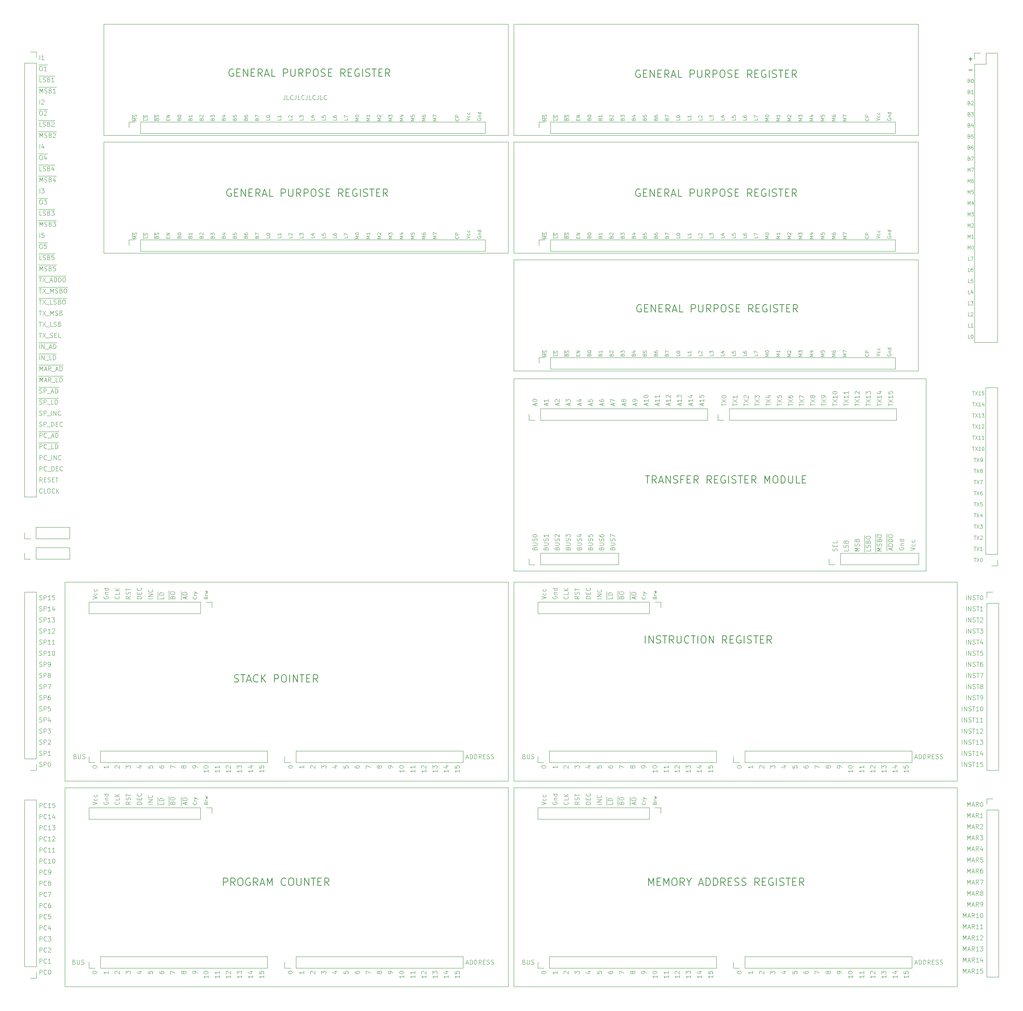
<source format=gbr>
%TF.GenerationSoftware,KiCad,Pcbnew,(5.1.10-1-10_14)*%
%TF.CreationDate,2021-11-15T06:29:26-05:00*%
%TF.ProjectId,FULL-assembly-backplane,46554c4c-2d61-4737-9365-6d626c792d62,rev?*%
%TF.SameCoordinates,Original*%
%TF.FileFunction,Legend,Top*%
%TF.FilePolarity,Positive*%
%FSLAX46Y46*%
G04 Gerber Fmt 4.6, Leading zero omitted, Abs format (unit mm)*
G04 Created by KiCad (PCBNEW (5.1.10-1-10_14)) date 2021-11-15 06:29:26*
%MOMM*%
%LPD*%
G01*
G04 APERTURE LIST*
%ADD10C,0.100000*%
%ADD11C,0.120000*%
%ADD12C,0.150000*%
G04 APERTURE END LIST*
D10*
X65644523Y-142343142D02*
X65596904Y-142390761D01*
X65454047Y-142438380D01*
X65358809Y-142438380D01*
X65215952Y-142390761D01*
X65120714Y-142295523D01*
X65073095Y-142200285D01*
X65025476Y-142009809D01*
X65025476Y-141866952D01*
X65073095Y-141676476D01*
X65120714Y-141581238D01*
X65215952Y-141486000D01*
X65358809Y-141438380D01*
X65454047Y-141438380D01*
X65596904Y-141486000D01*
X65644523Y-141533619D01*
X66549285Y-142438380D02*
X66073095Y-142438380D01*
X66073095Y-141438380D01*
X67073095Y-141438380D02*
X67263571Y-141438380D01*
X67358809Y-141486000D01*
X67454047Y-141581238D01*
X67501666Y-141771714D01*
X67501666Y-142105047D01*
X67454047Y-142295523D01*
X67358809Y-142390761D01*
X67263571Y-142438380D01*
X67073095Y-142438380D01*
X66977857Y-142390761D01*
X66882619Y-142295523D01*
X66835000Y-142105047D01*
X66835000Y-141771714D01*
X66882619Y-141581238D01*
X66977857Y-141486000D01*
X67073095Y-141438380D01*
X68501666Y-142343142D02*
X68454047Y-142390761D01*
X68311190Y-142438380D01*
X68215952Y-142438380D01*
X68073095Y-142390761D01*
X67977857Y-142295523D01*
X67930238Y-142200285D01*
X67882619Y-142009809D01*
X67882619Y-141866952D01*
X67930238Y-141676476D01*
X67977857Y-141581238D01*
X68073095Y-141486000D01*
X68215952Y-141438380D01*
X68311190Y-141438380D01*
X68454047Y-141486000D01*
X68501666Y-141533619D01*
X68930238Y-142438380D02*
X68930238Y-141438380D01*
X69501666Y-142438380D02*
X69073095Y-141866952D01*
X69501666Y-141438380D02*
X68930238Y-142009809D01*
X65644523Y-139898380D02*
X65311190Y-139422190D01*
X65073095Y-139898380D02*
X65073095Y-138898380D01*
X65454047Y-138898380D01*
X65549285Y-138946000D01*
X65596904Y-138993619D01*
X65644523Y-139088857D01*
X65644523Y-139231714D01*
X65596904Y-139326952D01*
X65549285Y-139374571D01*
X65454047Y-139422190D01*
X65073095Y-139422190D01*
X66073095Y-139374571D02*
X66406428Y-139374571D01*
X66549285Y-139898380D02*
X66073095Y-139898380D01*
X66073095Y-138898380D01*
X66549285Y-138898380D01*
X66930238Y-139850761D02*
X67073095Y-139898380D01*
X67311190Y-139898380D01*
X67406428Y-139850761D01*
X67454047Y-139803142D01*
X67501666Y-139707904D01*
X67501666Y-139612666D01*
X67454047Y-139517428D01*
X67406428Y-139469809D01*
X67311190Y-139422190D01*
X67120714Y-139374571D01*
X67025476Y-139326952D01*
X66977857Y-139279333D01*
X66930238Y-139184095D01*
X66930238Y-139088857D01*
X66977857Y-138993619D01*
X67025476Y-138946000D01*
X67120714Y-138898380D01*
X67358809Y-138898380D01*
X67501666Y-138946000D01*
X67930238Y-139374571D02*
X68263571Y-139374571D01*
X68406428Y-139898380D02*
X67930238Y-139898380D01*
X67930238Y-138898380D01*
X68406428Y-138898380D01*
X68692142Y-138898380D02*
X69263571Y-138898380D01*
X68977857Y-139898380D02*
X68977857Y-138898380D01*
X65073095Y-137358380D02*
X65073095Y-136358380D01*
X65454047Y-136358380D01*
X65549285Y-136406000D01*
X65596904Y-136453619D01*
X65644523Y-136548857D01*
X65644523Y-136691714D01*
X65596904Y-136786952D01*
X65549285Y-136834571D01*
X65454047Y-136882190D01*
X65073095Y-136882190D01*
X66644523Y-137263142D02*
X66596904Y-137310761D01*
X66454047Y-137358380D01*
X66358809Y-137358380D01*
X66215952Y-137310761D01*
X66120714Y-137215523D01*
X66073095Y-137120285D01*
X66025476Y-136929809D01*
X66025476Y-136786952D01*
X66073095Y-136596476D01*
X66120714Y-136501238D01*
X66215952Y-136406000D01*
X66358809Y-136358380D01*
X66454047Y-136358380D01*
X66596904Y-136406000D01*
X66644523Y-136453619D01*
X66835000Y-137453619D02*
X67596904Y-137453619D01*
X67835000Y-137358380D02*
X67835000Y-136358380D01*
X68073095Y-136358380D01*
X68215952Y-136406000D01*
X68311190Y-136501238D01*
X68358809Y-136596476D01*
X68406428Y-136786952D01*
X68406428Y-136929809D01*
X68358809Y-137120285D01*
X68311190Y-137215523D01*
X68215952Y-137310761D01*
X68073095Y-137358380D01*
X67835000Y-137358380D01*
X68835000Y-136834571D02*
X69168333Y-136834571D01*
X69311190Y-137358380D02*
X68835000Y-137358380D01*
X68835000Y-136358380D01*
X69311190Y-136358380D01*
X70311190Y-137263142D02*
X70263571Y-137310761D01*
X70120714Y-137358380D01*
X70025476Y-137358380D01*
X69882619Y-137310761D01*
X69787380Y-137215523D01*
X69739761Y-137120285D01*
X69692142Y-136929809D01*
X69692142Y-136786952D01*
X69739761Y-136596476D01*
X69787380Y-136501238D01*
X69882619Y-136406000D01*
X70025476Y-136358380D01*
X70120714Y-136358380D01*
X70263571Y-136406000D01*
X70311190Y-136453619D01*
X65073095Y-134818380D02*
X65073095Y-133818380D01*
X65454047Y-133818380D01*
X65549285Y-133866000D01*
X65596904Y-133913619D01*
X65644523Y-134008857D01*
X65644523Y-134151714D01*
X65596904Y-134246952D01*
X65549285Y-134294571D01*
X65454047Y-134342190D01*
X65073095Y-134342190D01*
X66644523Y-134723142D02*
X66596904Y-134770761D01*
X66454047Y-134818380D01*
X66358809Y-134818380D01*
X66215952Y-134770761D01*
X66120714Y-134675523D01*
X66073095Y-134580285D01*
X66025476Y-134389809D01*
X66025476Y-134246952D01*
X66073095Y-134056476D01*
X66120714Y-133961238D01*
X66215952Y-133866000D01*
X66358809Y-133818380D01*
X66454047Y-133818380D01*
X66596904Y-133866000D01*
X66644523Y-133913619D01*
X66835000Y-134913619D02*
X67596904Y-134913619D01*
X67835000Y-134818380D02*
X67835000Y-133818380D01*
X68311190Y-134818380D02*
X68311190Y-133818380D01*
X68882619Y-134818380D01*
X68882619Y-133818380D01*
X69930238Y-134723142D02*
X69882619Y-134770761D01*
X69739761Y-134818380D01*
X69644523Y-134818380D01*
X69501666Y-134770761D01*
X69406428Y-134675523D01*
X69358809Y-134580285D01*
X69311190Y-134389809D01*
X69311190Y-134246952D01*
X69358809Y-134056476D01*
X69406428Y-133961238D01*
X69501666Y-133866000D01*
X69644523Y-133818380D01*
X69739761Y-133818380D01*
X69882619Y-133866000D01*
X69930238Y-133913619D01*
X64835000Y-130976000D02*
X65835000Y-130976000D01*
X65073095Y-132278380D02*
X65073095Y-131278380D01*
X65454047Y-131278380D01*
X65549285Y-131326000D01*
X65596904Y-131373619D01*
X65644523Y-131468857D01*
X65644523Y-131611714D01*
X65596904Y-131706952D01*
X65549285Y-131754571D01*
X65454047Y-131802190D01*
X65073095Y-131802190D01*
X65835000Y-130976000D02*
X66835000Y-130976000D01*
X66644523Y-132183142D02*
X66596904Y-132230761D01*
X66454047Y-132278380D01*
X66358809Y-132278380D01*
X66215952Y-132230761D01*
X66120714Y-132135523D01*
X66073095Y-132040285D01*
X66025476Y-131849809D01*
X66025476Y-131706952D01*
X66073095Y-131516476D01*
X66120714Y-131421238D01*
X66215952Y-131326000D01*
X66358809Y-131278380D01*
X66454047Y-131278380D01*
X66596904Y-131326000D01*
X66644523Y-131373619D01*
X66835000Y-130976000D02*
X67596904Y-130976000D01*
X66835000Y-132373619D02*
X67596904Y-132373619D01*
X67596904Y-130976000D02*
X68406428Y-130976000D01*
X68311190Y-132278380D02*
X67835000Y-132278380D01*
X67835000Y-131278380D01*
X68406428Y-130976000D02*
X69406428Y-130976000D01*
X68644523Y-132278380D02*
X68644523Y-131278380D01*
X68882619Y-131278380D01*
X69025476Y-131326000D01*
X69120714Y-131421238D01*
X69168333Y-131516476D01*
X69215952Y-131706952D01*
X69215952Y-131849809D01*
X69168333Y-132040285D01*
X69120714Y-132135523D01*
X69025476Y-132230761D01*
X68882619Y-132278380D01*
X68644523Y-132278380D01*
X64835000Y-128436000D02*
X65835000Y-128436000D01*
X65073095Y-129738380D02*
X65073095Y-128738380D01*
X65454047Y-128738380D01*
X65549285Y-128786000D01*
X65596904Y-128833619D01*
X65644523Y-128928857D01*
X65644523Y-129071714D01*
X65596904Y-129166952D01*
X65549285Y-129214571D01*
X65454047Y-129262190D01*
X65073095Y-129262190D01*
X65835000Y-128436000D02*
X66835000Y-128436000D01*
X66644523Y-129643142D02*
X66596904Y-129690761D01*
X66454047Y-129738380D01*
X66358809Y-129738380D01*
X66215952Y-129690761D01*
X66120714Y-129595523D01*
X66073095Y-129500285D01*
X66025476Y-129309809D01*
X66025476Y-129166952D01*
X66073095Y-128976476D01*
X66120714Y-128881238D01*
X66215952Y-128786000D01*
X66358809Y-128738380D01*
X66454047Y-128738380D01*
X66596904Y-128786000D01*
X66644523Y-128833619D01*
X66835000Y-128436000D02*
X67596904Y-128436000D01*
X66835000Y-129833619D02*
X67596904Y-129833619D01*
X67596904Y-128436000D02*
X68454047Y-128436000D01*
X67787380Y-129452666D02*
X68263571Y-129452666D01*
X67692142Y-129738380D02*
X68025476Y-128738380D01*
X68358809Y-129738380D01*
X68454047Y-128436000D02*
X69454047Y-128436000D01*
X68692142Y-129738380D02*
X68692142Y-128738380D01*
X68930238Y-128738380D01*
X69073095Y-128786000D01*
X69168333Y-128881238D01*
X69215952Y-128976476D01*
X69263571Y-129166952D01*
X69263571Y-129309809D01*
X69215952Y-129500285D01*
X69168333Y-129595523D01*
X69073095Y-129690761D01*
X68930238Y-129738380D01*
X68692142Y-129738380D01*
X65025476Y-127150761D02*
X65168333Y-127198380D01*
X65406428Y-127198380D01*
X65501666Y-127150761D01*
X65549285Y-127103142D01*
X65596904Y-127007904D01*
X65596904Y-126912666D01*
X65549285Y-126817428D01*
X65501666Y-126769809D01*
X65406428Y-126722190D01*
X65215952Y-126674571D01*
X65120714Y-126626952D01*
X65073095Y-126579333D01*
X65025476Y-126484095D01*
X65025476Y-126388857D01*
X65073095Y-126293619D01*
X65120714Y-126246000D01*
X65215952Y-126198380D01*
X65454047Y-126198380D01*
X65596904Y-126246000D01*
X66025476Y-127198380D02*
X66025476Y-126198380D01*
X66406428Y-126198380D01*
X66501666Y-126246000D01*
X66549285Y-126293619D01*
X66596904Y-126388857D01*
X66596904Y-126531714D01*
X66549285Y-126626952D01*
X66501666Y-126674571D01*
X66406428Y-126722190D01*
X66025476Y-126722190D01*
X66787380Y-127293619D02*
X67549285Y-127293619D01*
X67787380Y-127198380D02*
X67787380Y-126198380D01*
X68025476Y-126198380D01*
X68168333Y-126246000D01*
X68263571Y-126341238D01*
X68311190Y-126436476D01*
X68358809Y-126626952D01*
X68358809Y-126769809D01*
X68311190Y-126960285D01*
X68263571Y-127055523D01*
X68168333Y-127150761D01*
X68025476Y-127198380D01*
X67787380Y-127198380D01*
X68787380Y-126674571D02*
X69120714Y-126674571D01*
X69263571Y-127198380D02*
X68787380Y-127198380D01*
X68787380Y-126198380D01*
X69263571Y-126198380D01*
X70263571Y-127103142D02*
X70215952Y-127150761D01*
X70073095Y-127198380D01*
X69977857Y-127198380D01*
X69835000Y-127150761D01*
X69739761Y-127055523D01*
X69692142Y-126960285D01*
X69644523Y-126769809D01*
X69644523Y-126626952D01*
X69692142Y-126436476D01*
X69739761Y-126341238D01*
X69835000Y-126246000D01*
X69977857Y-126198380D01*
X70073095Y-126198380D01*
X70215952Y-126246000D01*
X70263571Y-126293619D01*
X65025476Y-124610761D02*
X65168333Y-124658380D01*
X65406428Y-124658380D01*
X65501666Y-124610761D01*
X65549285Y-124563142D01*
X65596904Y-124467904D01*
X65596904Y-124372666D01*
X65549285Y-124277428D01*
X65501666Y-124229809D01*
X65406428Y-124182190D01*
X65215952Y-124134571D01*
X65120714Y-124086952D01*
X65073095Y-124039333D01*
X65025476Y-123944095D01*
X65025476Y-123848857D01*
X65073095Y-123753619D01*
X65120714Y-123706000D01*
X65215952Y-123658380D01*
X65454047Y-123658380D01*
X65596904Y-123706000D01*
X66025476Y-124658380D02*
X66025476Y-123658380D01*
X66406428Y-123658380D01*
X66501666Y-123706000D01*
X66549285Y-123753619D01*
X66596904Y-123848857D01*
X66596904Y-123991714D01*
X66549285Y-124086952D01*
X66501666Y-124134571D01*
X66406428Y-124182190D01*
X66025476Y-124182190D01*
X66787380Y-124753619D02*
X67549285Y-124753619D01*
X67787380Y-124658380D02*
X67787380Y-123658380D01*
X68263571Y-124658380D02*
X68263571Y-123658380D01*
X68835000Y-124658380D01*
X68835000Y-123658380D01*
X69882619Y-124563142D02*
X69835000Y-124610761D01*
X69692142Y-124658380D01*
X69596904Y-124658380D01*
X69454047Y-124610761D01*
X69358809Y-124515523D01*
X69311190Y-124420285D01*
X69263571Y-124229809D01*
X69263571Y-124086952D01*
X69311190Y-123896476D01*
X69358809Y-123801238D01*
X69454047Y-123706000D01*
X69596904Y-123658380D01*
X69692142Y-123658380D01*
X69835000Y-123706000D01*
X69882619Y-123753619D01*
X64835000Y-120816000D02*
X65787380Y-120816000D01*
X65025476Y-122070761D02*
X65168333Y-122118380D01*
X65406428Y-122118380D01*
X65501666Y-122070761D01*
X65549285Y-122023142D01*
X65596904Y-121927904D01*
X65596904Y-121832666D01*
X65549285Y-121737428D01*
X65501666Y-121689809D01*
X65406428Y-121642190D01*
X65215952Y-121594571D01*
X65120714Y-121546952D01*
X65073095Y-121499333D01*
X65025476Y-121404095D01*
X65025476Y-121308857D01*
X65073095Y-121213619D01*
X65120714Y-121166000D01*
X65215952Y-121118380D01*
X65454047Y-121118380D01*
X65596904Y-121166000D01*
X65787380Y-120816000D02*
X66787380Y-120816000D01*
X66025476Y-122118380D02*
X66025476Y-121118380D01*
X66406428Y-121118380D01*
X66501666Y-121166000D01*
X66549285Y-121213619D01*
X66596904Y-121308857D01*
X66596904Y-121451714D01*
X66549285Y-121546952D01*
X66501666Y-121594571D01*
X66406428Y-121642190D01*
X66025476Y-121642190D01*
X66787380Y-120816000D02*
X67549285Y-120816000D01*
X66787380Y-122213619D02*
X67549285Y-122213619D01*
X67549285Y-120816000D02*
X68358809Y-120816000D01*
X68263571Y-122118380D02*
X67787380Y-122118380D01*
X67787380Y-121118380D01*
X68358809Y-120816000D02*
X69358809Y-120816000D01*
X68596904Y-122118380D02*
X68596904Y-121118380D01*
X68835000Y-121118380D01*
X68977857Y-121166000D01*
X69073095Y-121261238D01*
X69120714Y-121356476D01*
X69168333Y-121546952D01*
X69168333Y-121689809D01*
X69120714Y-121880285D01*
X69073095Y-121975523D01*
X68977857Y-122070761D01*
X68835000Y-122118380D01*
X68596904Y-122118380D01*
X64835000Y-118276000D02*
X65787380Y-118276000D01*
X65025476Y-119530761D02*
X65168333Y-119578380D01*
X65406428Y-119578380D01*
X65501666Y-119530761D01*
X65549285Y-119483142D01*
X65596904Y-119387904D01*
X65596904Y-119292666D01*
X65549285Y-119197428D01*
X65501666Y-119149809D01*
X65406428Y-119102190D01*
X65215952Y-119054571D01*
X65120714Y-119006952D01*
X65073095Y-118959333D01*
X65025476Y-118864095D01*
X65025476Y-118768857D01*
X65073095Y-118673619D01*
X65120714Y-118626000D01*
X65215952Y-118578380D01*
X65454047Y-118578380D01*
X65596904Y-118626000D01*
X65787380Y-118276000D02*
X66787380Y-118276000D01*
X66025476Y-119578380D02*
X66025476Y-118578380D01*
X66406428Y-118578380D01*
X66501666Y-118626000D01*
X66549285Y-118673619D01*
X66596904Y-118768857D01*
X66596904Y-118911714D01*
X66549285Y-119006952D01*
X66501666Y-119054571D01*
X66406428Y-119102190D01*
X66025476Y-119102190D01*
X66787380Y-118276000D02*
X67549285Y-118276000D01*
X66787380Y-119673619D02*
X67549285Y-119673619D01*
X67549285Y-118276000D02*
X68406428Y-118276000D01*
X67739761Y-119292666D02*
X68215952Y-119292666D01*
X67644523Y-119578380D02*
X67977857Y-118578380D01*
X68311190Y-119578380D01*
X68406428Y-118276000D02*
X69406428Y-118276000D01*
X68644523Y-119578380D02*
X68644523Y-118578380D01*
X68882619Y-118578380D01*
X69025476Y-118626000D01*
X69120714Y-118721238D01*
X69168333Y-118816476D01*
X69215952Y-119006952D01*
X69215952Y-119149809D01*
X69168333Y-119340285D01*
X69120714Y-119435523D01*
X69025476Y-119530761D01*
X68882619Y-119578380D01*
X68644523Y-119578380D01*
X64835000Y-115736000D02*
X65977857Y-115736000D01*
X65073095Y-117038380D02*
X65073095Y-116038380D01*
X65406428Y-116752666D01*
X65739761Y-116038380D01*
X65739761Y-117038380D01*
X65977857Y-115736000D02*
X66835000Y-115736000D01*
X66168333Y-116752666D02*
X66644523Y-116752666D01*
X66073095Y-117038380D02*
X66406428Y-116038380D01*
X66739761Y-117038380D01*
X66835000Y-115736000D02*
X67835000Y-115736000D01*
X67644523Y-117038380D02*
X67311190Y-116562190D01*
X67073095Y-117038380D02*
X67073095Y-116038380D01*
X67454047Y-116038380D01*
X67549285Y-116086000D01*
X67596904Y-116133619D01*
X67644523Y-116228857D01*
X67644523Y-116371714D01*
X67596904Y-116466952D01*
X67549285Y-116514571D01*
X67454047Y-116562190D01*
X67073095Y-116562190D01*
X67835000Y-115736000D02*
X68596904Y-115736000D01*
X67835000Y-117133619D02*
X68596904Y-117133619D01*
X68596904Y-115736000D02*
X69406428Y-115736000D01*
X69311190Y-117038380D02*
X68835000Y-117038380D01*
X68835000Y-116038380D01*
X69406428Y-115736000D02*
X70406428Y-115736000D01*
X69644523Y-117038380D02*
X69644523Y-116038380D01*
X69882619Y-116038380D01*
X70025476Y-116086000D01*
X70120714Y-116181238D01*
X70168333Y-116276476D01*
X70215952Y-116466952D01*
X70215952Y-116609809D01*
X70168333Y-116800285D01*
X70120714Y-116895523D01*
X70025476Y-116990761D01*
X69882619Y-117038380D01*
X69644523Y-117038380D01*
X64835000Y-113196000D02*
X65977857Y-113196000D01*
X65073095Y-114498380D02*
X65073095Y-113498380D01*
X65406428Y-114212666D01*
X65739761Y-113498380D01*
X65739761Y-114498380D01*
X65977857Y-113196000D02*
X66835000Y-113196000D01*
X66168333Y-114212666D02*
X66644523Y-114212666D01*
X66073095Y-114498380D02*
X66406428Y-113498380D01*
X66739761Y-114498380D01*
X66835000Y-113196000D02*
X67835000Y-113196000D01*
X67644523Y-114498380D02*
X67311190Y-114022190D01*
X67073095Y-114498380D02*
X67073095Y-113498380D01*
X67454047Y-113498380D01*
X67549285Y-113546000D01*
X67596904Y-113593619D01*
X67644523Y-113688857D01*
X67644523Y-113831714D01*
X67596904Y-113926952D01*
X67549285Y-113974571D01*
X67454047Y-114022190D01*
X67073095Y-114022190D01*
X67835000Y-113196000D02*
X68596904Y-113196000D01*
X67835000Y-114593619D02*
X68596904Y-114593619D01*
X68596904Y-113196000D02*
X69454047Y-113196000D01*
X68787380Y-114212666D02*
X69263571Y-114212666D01*
X68692142Y-114498380D02*
X69025476Y-113498380D01*
X69358809Y-114498380D01*
X69454047Y-113196000D02*
X70454047Y-113196000D01*
X69692142Y-114498380D02*
X69692142Y-113498380D01*
X69930238Y-113498380D01*
X70073095Y-113546000D01*
X70168333Y-113641238D01*
X70215952Y-113736476D01*
X70263571Y-113926952D01*
X70263571Y-114069809D01*
X70215952Y-114260285D01*
X70168333Y-114355523D01*
X70073095Y-114450761D01*
X69930238Y-114498380D01*
X69692142Y-114498380D01*
X64835000Y-110656000D02*
X65311190Y-110656000D01*
X65073095Y-111958380D02*
X65073095Y-110958380D01*
X65311190Y-110656000D02*
X66358809Y-110656000D01*
X65549285Y-111958380D02*
X65549285Y-110958380D01*
X66120714Y-111958380D01*
X66120714Y-110958380D01*
X66358809Y-110656000D02*
X67120714Y-110656000D01*
X66358809Y-112053619D02*
X67120714Y-112053619D01*
X67120714Y-110656000D02*
X67930238Y-110656000D01*
X67835000Y-111958380D02*
X67358809Y-111958380D01*
X67358809Y-110958380D01*
X67930238Y-110656000D02*
X68930238Y-110656000D01*
X68168333Y-111958380D02*
X68168333Y-110958380D01*
X68406428Y-110958380D01*
X68549285Y-111006000D01*
X68644523Y-111101238D01*
X68692142Y-111196476D01*
X68739761Y-111386952D01*
X68739761Y-111529809D01*
X68692142Y-111720285D01*
X68644523Y-111815523D01*
X68549285Y-111910761D01*
X68406428Y-111958380D01*
X68168333Y-111958380D01*
X64835000Y-108116000D02*
X65311190Y-108116000D01*
X65073095Y-109418380D02*
X65073095Y-108418380D01*
X65311190Y-108116000D02*
X66358809Y-108116000D01*
X65549285Y-109418380D02*
X65549285Y-108418380D01*
X66120714Y-109418380D01*
X66120714Y-108418380D01*
X66358809Y-108116000D02*
X67120714Y-108116000D01*
X66358809Y-109513619D02*
X67120714Y-109513619D01*
X67120714Y-108116000D02*
X67977857Y-108116000D01*
X67311190Y-109132666D02*
X67787380Y-109132666D01*
X67215952Y-109418380D02*
X67549285Y-108418380D01*
X67882619Y-109418380D01*
X67977857Y-108116000D02*
X68977857Y-108116000D01*
X68215952Y-109418380D02*
X68215952Y-108418380D01*
X68454047Y-108418380D01*
X68596904Y-108466000D01*
X68692142Y-108561238D01*
X68739761Y-108656476D01*
X68787380Y-108846952D01*
X68787380Y-108989809D01*
X68739761Y-109180285D01*
X68692142Y-109275523D01*
X68596904Y-109370761D01*
X68454047Y-109418380D01*
X68215952Y-109418380D01*
X64930238Y-105878380D02*
X65501666Y-105878380D01*
X65215952Y-106878380D02*
X65215952Y-105878380D01*
X65739761Y-105878380D02*
X66406428Y-106878380D01*
X66406428Y-105878380D02*
X65739761Y-106878380D01*
X66549285Y-106973619D02*
X67311190Y-106973619D01*
X67501666Y-106830761D02*
X67644523Y-106878380D01*
X67882619Y-106878380D01*
X67977857Y-106830761D01*
X68025476Y-106783142D01*
X68073095Y-106687904D01*
X68073095Y-106592666D01*
X68025476Y-106497428D01*
X67977857Y-106449809D01*
X67882619Y-106402190D01*
X67692142Y-106354571D01*
X67596904Y-106306952D01*
X67549285Y-106259333D01*
X67501666Y-106164095D01*
X67501666Y-106068857D01*
X67549285Y-105973619D01*
X67596904Y-105926000D01*
X67692142Y-105878380D01*
X67930238Y-105878380D01*
X68073095Y-105926000D01*
X68501666Y-106354571D02*
X68835000Y-106354571D01*
X68977857Y-106878380D02*
X68501666Y-106878380D01*
X68501666Y-105878380D01*
X68977857Y-105878380D01*
X69882619Y-106878380D02*
X69406428Y-106878380D01*
X69406428Y-105878380D01*
X64930238Y-103338380D02*
X65501666Y-103338380D01*
X65215952Y-104338380D02*
X65215952Y-103338380D01*
X65739761Y-103338380D02*
X66406428Y-104338380D01*
X66406428Y-103338380D02*
X65739761Y-104338380D01*
X66549285Y-104433619D02*
X67311190Y-104433619D01*
X68025476Y-104338380D02*
X67549285Y-104338380D01*
X67549285Y-103338380D01*
X68311190Y-104290761D02*
X68454047Y-104338380D01*
X68692142Y-104338380D01*
X68787380Y-104290761D01*
X68835000Y-104243142D01*
X68882619Y-104147904D01*
X68882619Y-104052666D01*
X68835000Y-103957428D01*
X68787380Y-103909809D01*
X68692142Y-103862190D01*
X68501666Y-103814571D01*
X68406428Y-103766952D01*
X68358809Y-103719333D01*
X68311190Y-103624095D01*
X68311190Y-103528857D01*
X68358809Y-103433619D01*
X68406428Y-103386000D01*
X68501666Y-103338380D01*
X68739761Y-103338380D01*
X68882619Y-103386000D01*
X69644523Y-103814571D02*
X69787380Y-103862190D01*
X69835000Y-103909809D01*
X69882619Y-104005047D01*
X69882619Y-104147904D01*
X69835000Y-104243142D01*
X69787380Y-104290761D01*
X69692142Y-104338380D01*
X69311190Y-104338380D01*
X69311190Y-103338380D01*
X69644523Y-103338380D01*
X69739761Y-103386000D01*
X69787380Y-103433619D01*
X69835000Y-103528857D01*
X69835000Y-103624095D01*
X69787380Y-103719333D01*
X69739761Y-103766952D01*
X69644523Y-103814571D01*
X69311190Y-103814571D01*
X64930238Y-100798380D02*
X65501666Y-100798380D01*
X65215952Y-101798380D02*
X65215952Y-100798380D01*
X65739761Y-100798380D02*
X66406428Y-101798380D01*
X66406428Y-100798380D02*
X65739761Y-101798380D01*
X66549285Y-101893619D02*
X67311190Y-101893619D01*
X67549285Y-101798380D02*
X67549285Y-100798380D01*
X67882619Y-101512666D01*
X68215952Y-100798380D01*
X68215952Y-101798380D01*
X68644523Y-101750761D02*
X68787380Y-101798380D01*
X69025476Y-101798380D01*
X69120714Y-101750761D01*
X69168333Y-101703142D01*
X69215952Y-101607904D01*
X69215952Y-101512666D01*
X69168333Y-101417428D01*
X69120714Y-101369809D01*
X69025476Y-101322190D01*
X68835000Y-101274571D01*
X68739761Y-101226952D01*
X68692142Y-101179333D01*
X68644523Y-101084095D01*
X68644523Y-100988857D01*
X68692142Y-100893619D01*
X68739761Y-100846000D01*
X68835000Y-100798380D01*
X69073095Y-100798380D01*
X69215952Y-100846000D01*
X69977857Y-101274571D02*
X70120714Y-101322190D01*
X70168333Y-101369809D01*
X70215952Y-101465047D01*
X70215952Y-101607904D01*
X70168333Y-101703142D01*
X70120714Y-101750761D01*
X70025476Y-101798380D01*
X69644523Y-101798380D01*
X69644523Y-100798380D01*
X69977857Y-100798380D01*
X70073095Y-100846000D01*
X70120714Y-100893619D01*
X70168333Y-100988857D01*
X70168333Y-101084095D01*
X70120714Y-101179333D01*
X70073095Y-101226952D01*
X69977857Y-101274571D01*
X69644523Y-101274571D01*
X64835000Y-97956000D02*
X65596904Y-97956000D01*
X64930238Y-98258380D02*
X65501666Y-98258380D01*
X65215952Y-99258380D02*
X65215952Y-98258380D01*
X65596904Y-97956000D02*
X66549285Y-97956000D01*
X65739761Y-98258380D02*
X66406428Y-99258380D01*
X66406428Y-98258380D02*
X65739761Y-99258380D01*
X66549285Y-97956000D02*
X67311190Y-97956000D01*
X66549285Y-99353619D02*
X67311190Y-99353619D01*
X67311190Y-97956000D02*
X68120714Y-97956000D01*
X68025476Y-99258380D02*
X67549285Y-99258380D01*
X67549285Y-98258380D01*
X68120714Y-97956000D02*
X69073095Y-97956000D01*
X68311190Y-99210761D02*
X68454047Y-99258380D01*
X68692142Y-99258380D01*
X68787380Y-99210761D01*
X68835000Y-99163142D01*
X68882619Y-99067904D01*
X68882619Y-98972666D01*
X68835000Y-98877428D01*
X68787380Y-98829809D01*
X68692142Y-98782190D01*
X68501666Y-98734571D01*
X68406428Y-98686952D01*
X68358809Y-98639333D01*
X68311190Y-98544095D01*
X68311190Y-98448857D01*
X68358809Y-98353619D01*
X68406428Y-98306000D01*
X68501666Y-98258380D01*
X68739761Y-98258380D01*
X68882619Y-98306000D01*
X69073095Y-97956000D02*
X70073095Y-97956000D01*
X69644523Y-98734571D02*
X69787380Y-98782190D01*
X69835000Y-98829809D01*
X69882619Y-98925047D01*
X69882619Y-99067904D01*
X69835000Y-99163142D01*
X69787380Y-99210761D01*
X69692142Y-99258380D01*
X69311190Y-99258380D01*
X69311190Y-98258380D01*
X69644523Y-98258380D01*
X69739761Y-98306000D01*
X69787380Y-98353619D01*
X69835000Y-98448857D01*
X69835000Y-98544095D01*
X69787380Y-98639333D01*
X69739761Y-98686952D01*
X69644523Y-98734571D01*
X69311190Y-98734571D01*
X70073095Y-97956000D02*
X71120714Y-97956000D01*
X70501666Y-98258380D02*
X70692142Y-98258380D01*
X70787380Y-98306000D01*
X70882619Y-98401238D01*
X70930238Y-98591714D01*
X70930238Y-98925047D01*
X70882619Y-99115523D01*
X70787380Y-99210761D01*
X70692142Y-99258380D01*
X70501666Y-99258380D01*
X70406428Y-99210761D01*
X70311190Y-99115523D01*
X70263571Y-98925047D01*
X70263571Y-98591714D01*
X70311190Y-98401238D01*
X70406428Y-98306000D01*
X70501666Y-98258380D01*
X64835000Y-95416000D02*
X65596904Y-95416000D01*
X64930238Y-95718380D02*
X65501666Y-95718380D01*
X65215952Y-96718380D02*
X65215952Y-95718380D01*
X65596904Y-95416000D02*
X66549285Y-95416000D01*
X65739761Y-95718380D02*
X66406428Y-96718380D01*
X66406428Y-95718380D02*
X65739761Y-96718380D01*
X66549285Y-95416000D02*
X67311190Y-95416000D01*
X66549285Y-96813619D02*
X67311190Y-96813619D01*
X67311190Y-95416000D02*
X68454047Y-95416000D01*
X67549285Y-96718380D02*
X67549285Y-95718380D01*
X67882619Y-96432666D01*
X68215952Y-95718380D01*
X68215952Y-96718380D01*
X68454047Y-95416000D02*
X69406428Y-95416000D01*
X68644523Y-96670761D02*
X68787380Y-96718380D01*
X69025476Y-96718380D01*
X69120714Y-96670761D01*
X69168333Y-96623142D01*
X69215952Y-96527904D01*
X69215952Y-96432666D01*
X69168333Y-96337428D01*
X69120714Y-96289809D01*
X69025476Y-96242190D01*
X68835000Y-96194571D01*
X68739761Y-96146952D01*
X68692142Y-96099333D01*
X68644523Y-96004095D01*
X68644523Y-95908857D01*
X68692142Y-95813619D01*
X68739761Y-95766000D01*
X68835000Y-95718380D01*
X69073095Y-95718380D01*
X69215952Y-95766000D01*
X69406428Y-95416000D02*
X70406428Y-95416000D01*
X69977857Y-96194571D02*
X70120714Y-96242190D01*
X70168333Y-96289809D01*
X70215952Y-96385047D01*
X70215952Y-96527904D01*
X70168333Y-96623142D01*
X70120714Y-96670761D01*
X70025476Y-96718380D01*
X69644523Y-96718380D01*
X69644523Y-95718380D01*
X69977857Y-95718380D01*
X70073095Y-95766000D01*
X70120714Y-95813619D01*
X70168333Y-95908857D01*
X70168333Y-96004095D01*
X70120714Y-96099333D01*
X70073095Y-96146952D01*
X69977857Y-96194571D01*
X69644523Y-96194571D01*
X70406428Y-95416000D02*
X71454047Y-95416000D01*
X70835000Y-95718380D02*
X71025476Y-95718380D01*
X71120714Y-95766000D01*
X71215952Y-95861238D01*
X71263571Y-96051714D01*
X71263571Y-96385047D01*
X71215952Y-96575523D01*
X71120714Y-96670761D01*
X71025476Y-96718380D01*
X70835000Y-96718380D01*
X70739761Y-96670761D01*
X70644523Y-96575523D01*
X70596904Y-96385047D01*
X70596904Y-96051714D01*
X70644523Y-95861238D01*
X70739761Y-95766000D01*
X70835000Y-95718380D01*
X64835000Y-92876000D02*
X65596904Y-92876000D01*
X64930238Y-93178380D02*
X65501666Y-93178380D01*
X65215952Y-94178380D02*
X65215952Y-93178380D01*
X65596904Y-92876000D02*
X66549285Y-92876000D01*
X65739761Y-93178380D02*
X66406428Y-94178380D01*
X66406428Y-93178380D02*
X65739761Y-94178380D01*
X66549285Y-92876000D02*
X67311190Y-92876000D01*
X66549285Y-94273619D02*
X67311190Y-94273619D01*
X67311190Y-92876000D02*
X68168333Y-92876000D01*
X67501666Y-93892666D02*
X67977857Y-93892666D01*
X67406428Y-94178380D02*
X67739761Y-93178380D01*
X68073095Y-94178380D01*
X68168333Y-92876000D02*
X69168333Y-92876000D01*
X68406428Y-94178380D02*
X68406428Y-93178380D01*
X68644523Y-93178380D01*
X68787380Y-93226000D01*
X68882619Y-93321238D01*
X68930238Y-93416476D01*
X68977857Y-93606952D01*
X68977857Y-93749809D01*
X68930238Y-93940285D01*
X68882619Y-94035523D01*
X68787380Y-94130761D01*
X68644523Y-94178380D01*
X68406428Y-94178380D01*
X69168333Y-92876000D02*
X70168333Y-92876000D01*
X69406428Y-94178380D02*
X69406428Y-93178380D01*
X69644523Y-93178380D01*
X69787380Y-93226000D01*
X69882619Y-93321238D01*
X69930238Y-93416476D01*
X69977857Y-93606952D01*
X69977857Y-93749809D01*
X69930238Y-93940285D01*
X69882619Y-94035523D01*
X69787380Y-94130761D01*
X69644523Y-94178380D01*
X69406428Y-94178380D01*
X70168333Y-92876000D02*
X71120714Y-92876000D01*
X70596904Y-93178380D02*
X70692142Y-93178380D01*
X70787380Y-93226000D01*
X70835000Y-93273619D01*
X70882619Y-93368857D01*
X70930238Y-93559333D01*
X70930238Y-93797428D01*
X70882619Y-93987904D01*
X70835000Y-94083142D01*
X70787380Y-94130761D01*
X70692142Y-94178380D01*
X70596904Y-94178380D01*
X70501666Y-94130761D01*
X70454047Y-94083142D01*
X70406428Y-93987904D01*
X70358809Y-93797428D01*
X70358809Y-93559333D01*
X70406428Y-93368857D01*
X70454047Y-93273619D01*
X70501666Y-93226000D01*
X70596904Y-93178380D01*
X64835000Y-90336000D02*
X65977857Y-90336000D01*
X65073095Y-91638380D02*
X65073095Y-90638380D01*
X65406428Y-91352666D01*
X65739761Y-90638380D01*
X65739761Y-91638380D01*
X65977857Y-90336000D02*
X66930238Y-90336000D01*
X66168333Y-91590761D02*
X66311190Y-91638380D01*
X66549285Y-91638380D01*
X66644523Y-91590761D01*
X66692142Y-91543142D01*
X66739761Y-91447904D01*
X66739761Y-91352666D01*
X66692142Y-91257428D01*
X66644523Y-91209809D01*
X66549285Y-91162190D01*
X66358809Y-91114571D01*
X66263571Y-91066952D01*
X66215952Y-91019333D01*
X66168333Y-90924095D01*
X66168333Y-90828857D01*
X66215952Y-90733619D01*
X66263571Y-90686000D01*
X66358809Y-90638380D01*
X66596904Y-90638380D01*
X66739761Y-90686000D01*
X66930238Y-90336000D02*
X67930238Y-90336000D01*
X67501666Y-91114571D02*
X67644523Y-91162190D01*
X67692142Y-91209809D01*
X67739761Y-91305047D01*
X67739761Y-91447904D01*
X67692142Y-91543142D01*
X67644523Y-91590761D01*
X67549285Y-91638380D01*
X67168333Y-91638380D01*
X67168333Y-90638380D01*
X67501666Y-90638380D01*
X67596904Y-90686000D01*
X67644523Y-90733619D01*
X67692142Y-90828857D01*
X67692142Y-90924095D01*
X67644523Y-91019333D01*
X67596904Y-91066952D01*
X67501666Y-91114571D01*
X67168333Y-91114571D01*
X67930238Y-90336000D02*
X68882619Y-90336000D01*
X68644523Y-90638380D02*
X68168333Y-90638380D01*
X68120714Y-91114571D01*
X68168333Y-91066952D01*
X68263571Y-91019333D01*
X68501666Y-91019333D01*
X68596904Y-91066952D01*
X68644523Y-91114571D01*
X68692142Y-91209809D01*
X68692142Y-91447904D01*
X68644523Y-91543142D01*
X68596904Y-91590761D01*
X68501666Y-91638380D01*
X68263571Y-91638380D01*
X68168333Y-91590761D01*
X68120714Y-91543142D01*
X64835000Y-87796000D02*
X65644523Y-87796000D01*
X65549285Y-89098380D02*
X65073095Y-89098380D01*
X65073095Y-88098380D01*
X65644523Y-87796000D02*
X66596904Y-87796000D01*
X65835000Y-89050761D02*
X65977857Y-89098380D01*
X66215952Y-89098380D01*
X66311190Y-89050761D01*
X66358809Y-89003142D01*
X66406428Y-88907904D01*
X66406428Y-88812666D01*
X66358809Y-88717428D01*
X66311190Y-88669809D01*
X66215952Y-88622190D01*
X66025476Y-88574571D01*
X65930238Y-88526952D01*
X65882619Y-88479333D01*
X65835000Y-88384095D01*
X65835000Y-88288857D01*
X65882619Y-88193619D01*
X65930238Y-88146000D01*
X66025476Y-88098380D01*
X66263571Y-88098380D01*
X66406428Y-88146000D01*
X66596904Y-87796000D02*
X67596904Y-87796000D01*
X67168333Y-88574571D02*
X67311190Y-88622190D01*
X67358809Y-88669809D01*
X67406428Y-88765047D01*
X67406428Y-88907904D01*
X67358809Y-89003142D01*
X67311190Y-89050761D01*
X67215952Y-89098380D01*
X66835000Y-89098380D01*
X66835000Y-88098380D01*
X67168333Y-88098380D01*
X67263571Y-88146000D01*
X67311190Y-88193619D01*
X67358809Y-88288857D01*
X67358809Y-88384095D01*
X67311190Y-88479333D01*
X67263571Y-88526952D01*
X67168333Y-88574571D01*
X66835000Y-88574571D01*
X67596904Y-87796000D02*
X68549285Y-87796000D01*
X68311190Y-88098380D02*
X67835000Y-88098380D01*
X67787380Y-88574571D01*
X67835000Y-88526952D01*
X67930238Y-88479333D01*
X68168333Y-88479333D01*
X68263571Y-88526952D01*
X68311190Y-88574571D01*
X68358809Y-88669809D01*
X68358809Y-88907904D01*
X68311190Y-89003142D01*
X68263571Y-89050761D01*
X68168333Y-89098380D01*
X67930238Y-89098380D01*
X67835000Y-89050761D01*
X67787380Y-89003142D01*
X64835000Y-85256000D02*
X65882619Y-85256000D01*
X65263571Y-85558380D02*
X65454047Y-85558380D01*
X65549285Y-85606000D01*
X65644523Y-85701238D01*
X65692142Y-85891714D01*
X65692142Y-86225047D01*
X65644523Y-86415523D01*
X65549285Y-86510761D01*
X65454047Y-86558380D01*
X65263571Y-86558380D01*
X65168333Y-86510761D01*
X65073095Y-86415523D01*
X65025476Y-86225047D01*
X65025476Y-85891714D01*
X65073095Y-85701238D01*
X65168333Y-85606000D01*
X65263571Y-85558380D01*
X65882619Y-85256000D02*
X66835000Y-85256000D01*
X66596904Y-85558380D02*
X66120714Y-85558380D01*
X66073095Y-86034571D01*
X66120714Y-85986952D01*
X66215952Y-85939333D01*
X66454047Y-85939333D01*
X66549285Y-85986952D01*
X66596904Y-86034571D01*
X66644523Y-86129809D01*
X66644523Y-86367904D01*
X66596904Y-86463142D01*
X66549285Y-86510761D01*
X66454047Y-86558380D01*
X66215952Y-86558380D01*
X66120714Y-86510761D01*
X66073095Y-86463142D01*
X65073095Y-84018380D02*
X65073095Y-83018380D01*
X66025476Y-83018380D02*
X65549285Y-83018380D01*
X65501666Y-83494571D01*
X65549285Y-83446952D01*
X65644523Y-83399333D01*
X65882619Y-83399333D01*
X65977857Y-83446952D01*
X66025476Y-83494571D01*
X66073095Y-83589809D01*
X66073095Y-83827904D01*
X66025476Y-83923142D01*
X65977857Y-83970761D01*
X65882619Y-84018380D01*
X65644523Y-84018380D01*
X65549285Y-83970761D01*
X65501666Y-83923142D01*
X64835000Y-80176000D02*
X65977857Y-80176000D01*
X65073095Y-81478380D02*
X65073095Y-80478380D01*
X65406428Y-81192666D01*
X65739761Y-80478380D01*
X65739761Y-81478380D01*
X65977857Y-80176000D02*
X66930238Y-80176000D01*
X66168333Y-81430761D02*
X66311190Y-81478380D01*
X66549285Y-81478380D01*
X66644523Y-81430761D01*
X66692142Y-81383142D01*
X66739761Y-81287904D01*
X66739761Y-81192666D01*
X66692142Y-81097428D01*
X66644523Y-81049809D01*
X66549285Y-81002190D01*
X66358809Y-80954571D01*
X66263571Y-80906952D01*
X66215952Y-80859333D01*
X66168333Y-80764095D01*
X66168333Y-80668857D01*
X66215952Y-80573619D01*
X66263571Y-80526000D01*
X66358809Y-80478380D01*
X66596904Y-80478380D01*
X66739761Y-80526000D01*
X66930238Y-80176000D02*
X67930238Y-80176000D01*
X67501666Y-80954571D02*
X67644523Y-81002190D01*
X67692142Y-81049809D01*
X67739761Y-81145047D01*
X67739761Y-81287904D01*
X67692142Y-81383142D01*
X67644523Y-81430761D01*
X67549285Y-81478380D01*
X67168333Y-81478380D01*
X67168333Y-80478380D01*
X67501666Y-80478380D01*
X67596904Y-80526000D01*
X67644523Y-80573619D01*
X67692142Y-80668857D01*
X67692142Y-80764095D01*
X67644523Y-80859333D01*
X67596904Y-80906952D01*
X67501666Y-80954571D01*
X67168333Y-80954571D01*
X67930238Y-80176000D02*
X68882619Y-80176000D01*
X68073095Y-80478380D02*
X68692142Y-80478380D01*
X68358809Y-80859333D01*
X68501666Y-80859333D01*
X68596904Y-80906952D01*
X68644523Y-80954571D01*
X68692142Y-81049809D01*
X68692142Y-81287904D01*
X68644523Y-81383142D01*
X68596904Y-81430761D01*
X68501666Y-81478380D01*
X68215952Y-81478380D01*
X68120714Y-81430761D01*
X68073095Y-81383142D01*
X64835000Y-77636000D02*
X65644523Y-77636000D01*
X65549285Y-78938380D02*
X65073095Y-78938380D01*
X65073095Y-77938380D01*
X65644523Y-77636000D02*
X66596904Y-77636000D01*
X65835000Y-78890761D02*
X65977857Y-78938380D01*
X66215952Y-78938380D01*
X66311190Y-78890761D01*
X66358809Y-78843142D01*
X66406428Y-78747904D01*
X66406428Y-78652666D01*
X66358809Y-78557428D01*
X66311190Y-78509809D01*
X66215952Y-78462190D01*
X66025476Y-78414571D01*
X65930238Y-78366952D01*
X65882619Y-78319333D01*
X65835000Y-78224095D01*
X65835000Y-78128857D01*
X65882619Y-78033619D01*
X65930238Y-77986000D01*
X66025476Y-77938380D01*
X66263571Y-77938380D01*
X66406428Y-77986000D01*
X66596904Y-77636000D02*
X67596904Y-77636000D01*
X67168333Y-78414571D02*
X67311190Y-78462190D01*
X67358809Y-78509809D01*
X67406428Y-78605047D01*
X67406428Y-78747904D01*
X67358809Y-78843142D01*
X67311190Y-78890761D01*
X67215952Y-78938380D01*
X66835000Y-78938380D01*
X66835000Y-77938380D01*
X67168333Y-77938380D01*
X67263571Y-77986000D01*
X67311190Y-78033619D01*
X67358809Y-78128857D01*
X67358809Y-78224095D01*
X67311190Y-78319333D01*
X67263571Y-78366952D01*
X67168333Y-78414571D01*
X66835000Y-78414571D01*
X67596904Y-77636000D02*
X68549285Y-77636000D01*
X67739761Y-77938380D02*
X68358809Y-77938380D01*
X68025476Y-78319333D01*
X68168333Y-78319333D01*
X68263571Y-78366952D01*
X68311190Y-78414571D01*
X68358809Y-78509809D01*
X68358809Y-78747904D01*
X68311190Y-78843142D01*
X68263571Y-78890761D01*
X68168333Y-78938380D01*
X67882619Y-78938380D01*
X67787380Y-78890761D01*
X67739761Y-78843142D01*
X64835000Y-75096000D02*
X65882619Y-75096000D01*
X65263571Y-75398380D02*
X65454047Y-75398380D01*
X65549285Y-75446000D01*
X65644523Y-75541238D01*
X65692142Y-75731714D01*
X65692142Y-76065047D01*
X65644523Y-76255523D01*
X65549285Y-76350761D01*
X65454047Y-76398380D01*
X65263571Y-76398380D01*
X65168333Y-76350761D01*
X65073095Y-76255523D01*
X65025476Y-76065047D01*
X65025476Y-75731714D01*
X65073095Y-75541238D01*
X65168333Y-75446000D01*
X65263571Y-75398380D01*
X65882619Y-75096000D02*
X66835000Y-75096000D01*
X66025476Y-75398380D02*
X66644523Y-75398380D01*
X66311190Y-75779333D01*
X66454047Y-75779333D01*
X66549285Y-75826952D01*
X66596904Y-75874571D01*
X66644523Y-75969809D01*
X66644523Y-76207904D01*
X66596904Y-76303142D01*
X66549285Y-76350761D01*
X66454047Y-76398380D01*
X66168333Y-76398380D01*
X66073095Y-76350761D01*
X66025476Y-76303142D01*
X65073095Y-73858380D02*
X65073095Y-72858380D01*
X65454047Y-72858380D02*
X66073095Y-72858380D01*
X65739761Y-73239333D01*
X65882619Y-73239333D01*
X65977857Y-73286952D01*
X66025476Y-73334571D01*
X66073095Y-73429809D01*
X66073095Y-73667904D01*
X66025476Y-73763142D01*
X65977857Y-73810761D01*
X65882619Y-73858380D01*
X65596904Y-73858380D01*
X65501666Y-73810761D01*
X65454047Y-73763142D01*
X64835000Y-70016000D02*
X65977857Y-70016000D01*
X65073095Y-71318380D02*
X65073095Y-70318380D01*
X65406428Y-71032666D01*
X65739761Y-70318380D01*
X65739761Y-71318380D01*
X65977857Y-70016000D02*
X66930238Y-70016000D01*
X66168333Y-71270761D02*
X66311190Y-71318380D01*
X66549285Y-71318380D01*
X66644523Y-71270761D01*
X66692142Y-71223142D01*
X66739761Y-71127904D01*
X66739761Y-71032666D01*
X66692142Y-70937428D01*
X66644523Y-70889809D01*
X66549285Y-70842190D01*
X66358809Y-70794571D01*
X66263571Y-70746952D01*
X66215952Y-70699333D01*
X66168333Y-70604095D01*
X66168333Y-70508857D01*
X66215952Y-70413619D01*
X66263571Y-70366000D01*
X66358809Y-70318380D01*
X66596904Y-70318380D01*
X66739761Y-70366000D01*
X66930238Y-70016000D02*
X67930238Y-70016000D01*
X67501666Y-70794571D02*
X67644523Y-70842190D01*
X67692142Y-70889809D01*
X67739761Y-70985047D01*
X67739761Y-71127904D01*
X67692142Y-71223142D01*
X67644523Y-71270761D01*
X67549285Y-71318380D01*
X67168333Y-71318380D01*
X67168333Y-70318380D01*
X67501666Y-70318380D01*
X67596904Y-70366000D01*
X67644523Y-70413619D01*
X67692142Y-70508857D01*
X67692142Y-70604095D01*
X67644523Y-70699333D01*
X67596904Y-70746952D01*
X67501666Y-70794571D01*
X67168333Y-70794571D01*
X67930238Y-70016000D02*
X68882619Y-70016000D01*
X68596904Y-70651714D02*
X68596904Y-71318380D01*
X68358809Y-70270761D02*
X68120714Y-70985047D01*
X68739761Y-70985047D01*
X64835000Y-67476000D02*
X65644523Y-67476000D01*
X65549285Y-68778380D02*
X65073095Y-68778380D01*
X65073095Y-67778380D01*
X65644523Y-67476000D02*
X66596904Y-67476000D01*
X65835000Y-68730761D02*
X65977857Y-68778380D01*
X66215952Y-68778380D01*
X66311190Y-68730761D01*
X66358809Y-68683142D01*
X66406428Y-68587904D01*
X66406428Y-68492666D01*
X66358809Y-68397428D01*
X66311190Y-68349809D01*
X66215952Y-68302190D01*
X66025476Y-68254571D01*
X65930238Y-68206952D01*
X65882619Y-68159333D01*
X65835000Y-68064095D01*
X65835000Y-67968857D01*
X65882619Y-67873619D01*
X65930238Y-67826000D01*
X66025476Y-67778380D01*
X66263571Y-67778380D01*
X66406428Y-67826000D01*
X66596904Y-67476000D02*
X67596904Y-67476000D01*
X67168333Y-68254571D02*
X67311190Y-68302190D01*
X67358809Y-68349809D01*
X67406428Y-68445047D01*
X67406428Y-68587904D01*
X67358809Y-68683142D01*
X67311190Y-68730761D01*
X67215952Y-68778380D01*
X66835000Y-68778380D01*
X66835000Y-67778380D01*
X67168333Y-67778380D01*
X67263571Y-67826000D01*
X67311190Y-67873619D01*
X67358809Y-67968857D01*
X67358809Y-68064095D01*
X67311190Y-68159333D01*
X67263571Y-68206952D01*
X67168333Y-68254571D01*
X66835000Y-68254571D01*
X67596904Y-67476000D02*
X68549285Y-67476000D01*
X68263571Y-68111714D02*
X68263571Y-68778380D01*
X68025476Y-67730761D02*
X67787380Y-68445047D01*
X68406428Y-68445047D01*
X64835000Y-64936000D02*
X65882619Y-64936000D01*
X65263571Y-65238380D02*
X65454047Y-65238380D01*
X65549285Y-65286000D01*
X65644523Y-65381238D01*
X65692142Y-65571714D01*
X65692142Y-65905047D01*
X65644523Y-66095523D01*
X65549285Y-66190761D01*
X65454047Y-66238380D01*
X65263571Y-66238380D01*
X65168333Y-66190761D01*
X65073095Y-66095523D01*
X65025476Y-65905047D01*
X65025476Y-65571714D01*
X65073095Y-65381238D01*
X65168333Y-65286000D01*
X65263571Y-65238380D01*
X65882619Y-64936000D02*
X66835000Y-64936000D01*
X66549285Y-65571714D02*
X66549285Y-66238380D01*
X66311190Y-65190761D02*
X66073095Y-65905047D01*
X66692142Y-65905047D01*
X65073095Y-63698380D02*
X65073095Y-62698380D01*
X65977857Y-63031714D02*
X65977857Y-63698380D01*
X65739761Y-62650761D02*
X65501666Y-63365047D01*
X66120714Y-63365047D01*
X64835000Y-59856000D02*
X65977857Y-59856000D01*
X65073095Y-61158380D02*
X65073095Y-60158380D01*
X65406428Y-60872666D01*
X65739761Y-60158380D01*
X65739761Y-61158380D01*
X65977857Y-59856000D02*
X66930238Y-59856000D01*
X66168333Y-61110761D02*
X66311190Y-61158380D01*
X66549285Y-61158380D01*
X66644523Y-61110761D01*
X66692142Y-61063142D01*
X66739761Y-60967904D01*
X66739761Y-60872666D01*
X66692142Y-60777428D01*
X66644523Y-60729809D01*
X66549285Y-60682190D01*
X66358809Y-60634571D01*
X66263571Y-60586952D01*
X66215952Y-60539333D01*
X66168333Y-60444095D01*
X66168333Y-60348857D01*
X66215952Y-60253619D01*
X66263571Y-60206000D01*
X66358809Y-60158380D01*
X66596904Y-60158380D01*
X66739761Y-60206000D01*
X66930238Y-59856000D02*
X67930238Y-59856000D01*
X67501666Y-60634571D02*
X67644523Y-60682190D01*
X67692142Y-60729809D01*
X67739761Y-60825047D01*
X67739761Y-60967904D01*
X67692142Y-61063142D01*
X67644523Y-61110761D01*
X67549285Y-61158380D01*
X67168333Y-61158380D01*
X67168333Y-60158380D01*
X67501666Y-60158380D01*
X67596904Y-60206000D01*
X67644523Y-60253619D01*
X67692142Y-60348857D01*
X67692142Y-60444095D01*
X67644523Y-60539333D01*
X67596904Y-60586952D01*
X67501666Y-60634571D01*
X67168333Y-60634571D01*
X67930238Y-59856000D02*
X68882619Y-59856000D01*
X68120714Y-60253619D02*
X68168333Y-60206000D01*
X68263571Y-60158380D01*
X68501666Y-60158380D01*
X68596904Y-60206000D01*
X68644523Y-60253619D01*
X68692142Y-60348857D01*
X68692142Y-60444095D01*
X68644523Y-60586952D01*
X68073095Y-61158380D01*
X68692142Y-61158380D01*
X64835000Y-57316000D02*
X65644523Y-57316000D01*
X65549285Y-58618380D02*
X65073095Y-58618380D01*
X65073095Y-57618380D01*
X65644523Y-57316000D02*
X66596904Y-57316000D01*
X65835000Y-58570761D02*
X65977857Y-58618380D01*
X66215952Y-58618380D01*
X66311190Y-58570761D01*
X66358809Y-58523142D01*
X66406428Y-58427904D01*
X66406428Y-58332666D01*
X66358809Y-58237428D01*
X66311190Y-58189809D01*
X66215952Y-58142190D01*
X66025476Y-58094571D01*
X65930238Y-58046952D01*
X65882619Y-57999333D01*
X65835000Y-57904095D01*
X65835000Y-57808857D01*
X65882619Y-57713619D01*
X65930238Y-57666000D01*
X66025476Y-57618380D01*
X66263571Y-57618380D01*
X66406428Y-57666000D01*
X66596904Y-57316000D02*
X67596904Y-57316000D01*
X67168333Y-58094571D02*
X67311190Y-58142190D01*
X67358809Y-58189809D01*
X67406428Y-58285047D01*
X67406428Y-58427904D01*
X67358809Y-58523142D01*
X67311190Y-58570761D01*
X67215952Y-58618380D01*
X66835000Y-58618380D01*
X66835000Y-57618380D01*
X67168333Y-57618380D01*
X67263571Y-57666000D01*
X67311190Y-57713619D01*
X67358809Y-57808857D01*
X67358809Y-57904095D01*
X67311190Y-57999333D01*
X67263571Y-58046952D01*
X67168333Y-58094571D01*
X66835000Y-58094571D01*
X67596904Y-57316000D02*
X68549285Y-57316000D01*
X67787380Y-57713619D02*
X67835000Y-57666000D01*
X67930238Y-57618380D01*
X68168333Y-57618380D01*
X68263571Y-57666000D01*
X68311190Y-57713619D01*
X68358809Y-57808857D01*
X68358809Y-57904095D01*
X68311190Y-58046952D01*
X67739761Y-58618380D01*
X68358809Y-58618380D01*
X64835000Y-54776000D02*
X65882619Y-54776000D01*
X65263571Y-55078380D02*
X65454047Y-55078380D01*
X65549285Y-55126000D01*
X65644523Y-55221238D01*
X65692142Y-55411714D01*
X65692142Y-55745047D01*
X65644523Y-55935523D01*
X65549285Y-56030761D01*
X65454047Y-56078380D01*
X65263571Y-56078380D01*
X65168333Y-56030761D01*
X65073095Y-55935523D01*
X65025476Y-55745047D01*
X65025476Y-55411714D01*
X65073095Y-55221238D01*
X65168333Y-55126000D01*
X65263571Y-55078380D01*
X65882619Y-54776000D02*
X66835000Y-54776000D01*
X66073095Y-55173619D02*
X66120714Y-55126000D01*
X66215952Y-55078380D01*
X66454047Y-55078380D01*
X66549285Y-55126000D01*
X66596904Y-55173619D01*
X66644523Y-55268857D01*
X66644523Y-55364095D01*
X66596904Y-55506952D01*
X66025476Y-56078380D01*
X66644523Y-56078380D01*
X65073095Y-53538380D02*
X65073095Y-52538380D01*
X65501666Y-52633619D02*
X65549285Y-52586000D01*
X65644523Y-52538380D01*
X65882619Y-52538380D01*
X65977857Y-52586000D01*
X66025476Y-52633619D01*
X66073095Y-52728857D01*
X66073095Y-52824095D01*
X66025476Y-52966952D01*
X65454047Y-53538380D01*
X66073095Y-53538380D01*
X64835000Y-49696000D02*
X65977857Y-49696000D01*
X65073095Y-50998380D02*
X65073095Y-49998380D01*
X65406428Y-50712666D01*
X65739761Y-49998380D01*
X65739761Y-50998380D01*
X65977857Y-49696000D02*
X66930238Y-49696000D01*
X66168333Y-50950761D02*
X66311190Y-50998380D01*
X66549285Y-50998380D01*
X66644523Y-50950761D01*
X66692142Y-50903142D01*
X66739761Y-50807904D01*
X66739761Y-50712666D01*
X66692142Y-50617428D01*
X66644523Y-50569809D01*
X66549285Y-50522190D01*
X66358809Y-50474571D01*
X66263571Y-50426952D01*
X66215952Y-50379333D01*
X66168333Y-50284095D01*
X66168333Y-50188857D01*
X66215952Y-50093619D01*
X66263571Y-50046000D01*
X66358809Y-49998380D01*
X66596904Y-49998380D01*
X66739761Y-50046000D01*
X66930238Y-49696000D02*
X67930238Y-49696000D01*
X67501666Y-50474571D02*
X67644523Y-50522190D01*
X67692142Y-50569809D01*
X67739761Y-50665047D01*
X67739761Y-50807904D01*
X67692142Y-50903142D01*
X67644523Y-50950761D01*
X67549285Y-50998380D01*
X67168333Y-50998380D01*
X67168333Y-49998380D01*
X67501666Y-49998380D01*
X67596904Y-50046000D01*
X67644523Y-50093619D01*
X67692142Y-50188857D01*
X67692142Y-50284095D01*
X67644523Y-50379333D01*
X67596904Y-50426952D01*
X67501666Y-50474571D01*
X67168333Y-50474571D01*
X67930238Y-49696000D02*
X68882619Y-49696000D01*
X68692142Y-50998380D02*
X68120714Y-50998380D01*
X68406428Y-50998380D02*
X68406428Y-49998380D01*
X68311190Y-50141238D01*
X68215952Y-50236476D01*
X68120714Y-50284095D01*
X64835000Y-47156000D02*
X65644523Y-47156000D01*
X65549285Y-48458380D02*
X65073095Y-48458380D01*
X65073095Y-47458380D01*
X65644523Y-47156000D02*
X66596904Y-47156000D01*
X65835000Y-48410761D02*
X65977857Y-48458380D01*
X66215952Y-48458380D01*
X66311190Y-48410761D01*
X66358809Y-48363142D01*
X66406428Y-48267904D01*
X66406428Y-48172666D01*
X66358809Y-48077428D01*
X66311190Y-48029809D01*
X66215952Y-47982190D01*
X66025476Y-47934571D01*
X65930238Y-47886952D01*
X65882619Y-47839333D01*
X65835000Y-47744095D01*
X65835000Y-47648857D01*
X65882619Y-47553619D01*
X65930238Y-47506000D01*
X66025476Y-47458380D01*
X66263571Y-47458380D01*
X66406428Y-47506000D01*
X66596904Y-47156000D02*
X67596904Y-47156000D01*
X67168333Y-47934571D02*
X67311190Y-47982190D01*
X67358809Y-48029809D01*
X67406428Y-48125047D01*
X67406428Y-48267904D01*
X67358809Y-48363142D01*
X67311190Y-48410761D01*
X67215952Y-48458380D01*
X66835000Y-48458380D01*
X66835000Y-47458380D01*
X67168333Y-47458380D01*
X67263571Y-47506000D01*
X67311190Y-47553619D01*
X67358809Y-47648857D01*
X67358809Y-47744095D01*
X67311190Y-47839333D01*
X67263571Y-47886952D01*
X67168333Y-47934571D01*
X66835000Y-47934571D01*
X67596904Y-47156000D02*
X68549285Y-47156000D01*
X68358809Y-48458380D02*
X67787380Y-48458380D01*
X68073095Y-48458380D02*
X68073095Y-47458380D01*
X67977857Y-47601238D01*
X67882619Y-47696476D01*
X67787380Y-47744095D01*
X64835000Y-44616000D02*
X65882619Y-44616000D01*
X65263571Y-44918380D02*
X65454047Y-44918380D01*
X65549285Y-44966000D01*
X65644523Y-45061238D01*
X65692142Y-45251714D01*
X65692142Y-45585047D01*
X65644523Y-45775523D01*
X65549285Y-45870761D01*
X65454047Y-45918380D01*
X65263571Y-45918380D01*
X65168333Y-45870761D01*
X65073095Y-45775523D01*
X65025476Y-45585047D01*
X65025476Y-45251714D01*
X65073095Y-45061238D01*
X65168333Y-44966000D01*
X65263571Y-44918380D01*
X65882619Y-44616000D02*
X66835000Y-44616000D01*
X66644523Y-45918380D02*
X66073095Y-45918380D01*
X66358809Y-45918380D02*
X66358809Y-44918380D01*
X66263571Y-45061238D01*
X66168333Y-45156476D01*
X66073095Y-45204095D01*
X65073095Y-43378380D02*
X65073095Y-42378380D01*
X66073095Y-43378380D02*
X65501666Y-43378380D01*
X65787380Y-43378380D02*
X65787380Y-42378380D01*
X65692142Y-42521238D01*
X65596904Y-42616476D01*
X65501666Y-42664095D01*
X65073095Y-252420380D02*
X65073095Y-251420380D01*
X65454047Y-251420380D01*
X65549285Y-251468000D01*
X65596904Y-251515619D01*
X65644523Y-251610857D01*
X65644523Y-251753714D01*
X65596904Y-251848952D01*
X65549285Y-251896571D01*
X65454047Y-251944190D01*
X65073095Y-251944190D01*
X66644523Y-252325142D02*
X66596904Y-252372761D01*
X66454047Y-252420380D01*
X66358809Y-252420380D01*
X66215952Y-252372761D01*
X66120714Y-252277523D01*
X66073095Y-252182285D01*
X66025476Y-251991809D01*
X66025476Y-251848952D01*
X66073095Y-251658476D01*
X66120714Y-251563238D01*
X66215952Y-251468000D01*
X66358809Y-251420380D01*
X66454047Y-251420380D01*
X66596904Y-251468000D01*
X66644523Y-251515619D01*
X67263571Y-251420380D02*
X67358809Y-251420380D01*
X67454047Y-251468000D01*
X67501666Y-251515619D01*
X67549285Y-251610857D01*
X67596904Y-251801333D01*
X67596904Y-252039428D01*
X67549285Y-252229904D01*
X67501666Y-252325142D01*
X67454047Y-252372761D01*
X67358809Y-252420380D01*
X67263571Y-252420380D01*
X67168333Y-252372761D01*
X67120714Y-252325142D01*
X67073095Y-252229904D01*
X67025476Y-252039428D01*
X67025476Y-251801333D01*
X67073095Y-251610857D01*
X67120714Y-251515619D01*
X67168333Y-251468000D01*
X67263571Y-251420380D01*
X65073095Y-249880380D02*
X65073095Y-248880380D01*
X65454047Y-248880380D01*
X65549285Y-248928000D01*
X65596904Y-248975619D01*
X65644523Y-249070857D01*
X65644523Y-249213714D01*
X65596904Y-249308952D01*
X65549285Y-249356571D01*
X65454047Y-249404190D01*
X65073095Y-249404190D01*
X66644523Y-249785142D02*
X66596904Y-249832761D01*
X66454047Y-249880380D01*
X66358809Y-249880380D01*
X66215952Y-249832761D01*
X66120714Y-249737523D01*
X66073095Y-249642285D01*
X66025476Y-249451809D01*
X66025476Y-249308952D01*
X66073095Y-249118476D01*
X66120714Y-249023238D01*
X66215952Y-248928000D01*
X66358809Y-248880380D01*
X66454047Y-248880380D01*
X66596904Y-248928000D01*
X66644523Y-248975619D01*
X67596904Y-249880380D02*
X67025476Y-249880380D01*
X67311190Y-249880380D02*
X67311190Y-248880380D01*
X67215952Y-249023238D01*
X67120714Y-249118476D01*
X67025476Y-249166095D01*
X65073095Y-247340380D02*
X65073095Y-246340380D01*
X65454047Y-246340380D01*
X65549285Y-246388000D01*
X65596904Y-246435619D01*
X65644523Y-246530857D01*
X65644523Y-246673714D01*
X65596904Y-246768952D01*
X65549285Y-246816571D01*
X65454047Y-246864190D01*
X65073095Y-246864190D01*
X66644523Y-247245142D02*
X66596904Y-247292761D01*
X66454047Y-247340380D01*
X66358809Y-247340380D01*
X66215952Y-247292761D01*
X66120714Y-247197523D01*
X66073095Y-247102285D01*
X66025476Y-246911809D01*
X66025476Y-246768952D01*
X66073095Y-246578476D01*
X66120714Y-246483238D01*
X66215952Y-246388000D01*
X66358809Y-246340380D01*
X66454047Y-246340380D01*
X66596904Y-246388000D01*
X66644523Y-246435619D01*
X67025476Y-246435619D02*
X67073095Y-246388000D01*
X67168333Y-246340380D01*
X67406428Y-246340380D01*
X67501666Y-246388000D01*
X67549285Y-246435619D01*
X67596904Y-246530857D01*
X67596904Y-246626095D01*
X67549285Y-246768952D01*
X66977857Y-247340380D01*
X67596904Y-247340380D01*
X65073095Y-244800380D02*
X65073095Y-243800380D01*
X65454047Y-243800380D01*
X65549285Y-243848000D01*
X65596904Y-243895619D01*
X65644523Y-243990857D01*
X65644523Y-244133714D01*
X65596904Y-244228952D01*
X65549285Y-244276571D01*
X65454047Y-244324190D01*
X65073095Y-244324190D01*
X66644523Y-244705142D02*
X66596904Y-244752761D01*
X66454047Y-244800380D01*
X66358809Y-244800380D01*
X66215952Y-244752761D01*
X66120714Y-244657523D01*
X66073095Y-244562285D01*
X66025476Y-244371809D01*
X66025476Y-244228952D01*
X66073095Y-244038476D01*
X66120714Y-243943238D01*
X66215952Y-243848000D01*
X66358809Y-243800380D01*
X66454047Y-243800380D01*
X66596904Y-243848000D01*
X66644523Y-243895619D01*
X66977857Y-243800380D02*
X67596904Y-243800380D01*
X67263571Y-244181333D01*
X67406428Y-244181333D01*
X67501666Y-244228952D01*
X67549285Y-244276571D01*
X67596904Y-244371809D01*
X67596904Y-244609904D01*
X67549285Y-244705142D01*
X67501666Y-244752761D01*
X67406428Y-244800380D01*
X67120714Y-244800380D01*
X67025476Y-244752761D01*
X66977857Y-244705142D01*
X65073095Y-242260380D02*
X65073095Y-241260380D01*
X65454047Y-241260380D01*
X65549285Y-241308000D01*
X65596904Y-241355619D01*
X65644523Y-241450857D01*
X65644523Y-241593714D01*
X65596904Y-241688952D01*
X65549285Y-241736571D01*
X65454047Y-241784190D01*
X65073095Y-241784190D01*
X66644523Y-242165142D02*
X66596904Y-242212761D01*
X66454047Y-242260380D01*
X66358809Y-242260380D01*
X66215952Y-242212761D01*
X66120714Y-242117523D01*
X66073095Y-242022285D01*
X66025476Y-241831809D01*
X66025476Y-241688952D01*
X66073095Y-241498476D01*
X66120714Y-241403238D01*
X66215952Y-241308000D01*
X66358809Y-241260380D01*
X66454047Y-241260380D01*
X66596904Y-241308000D01*
X66644523Y-241355619D01*
X67501666Y-241593714D02*
X67501666Y-242260380D01*
X67263571Y-241212761D02*
X67025476Y-241927047D01*
X67644523Y-241927047D01*
X65073095Y-239720380D02*
X65073095Y-238720380D01*
X65454047Y-238720380D01*
X65549285Y-238768000D01*
X65596904Y-238815619D01*
X65644523Y-238910857D01*
X65644523Y-239053714D01*
X65596904Y-239148952D01*
X65549285Y-239196571D01*
X65454047Y-239244190D01*
X65073095Y-239244190D01*
X66644523Y-239625142D02*
X66596904Y-239672761D01*
X66454047Y-239720380D01*
X66358809Y-239720380D01*
X66215952Y-239672761D01*
X66120714Y-239577523D01*
X66073095Y-239482285D01*
X66025476Y-239291809D01*
X66025476Y-239148952D01*
X66073095Y-238958476D01*
X66120714Y-238863238D01*
X66215952Y-238768000D01*
X66358809Y-238720380D01*
X66454047Y-238720380D01*
X66596904Y-238768000D01*
X66644523Y-238815619D01*
X67549285Y-238720380D02*
X67073095Y-238720380D01*
X67025476Y-239196571D01*
X67073095Y-239148952D01*
X67168333Y-239101333D01*
X67406428Y-239101333D01*
X67501666Y-239148952D01*
X67549285Y-239196571D01*
X67596904Y-239291809D01*
X67596904Y-239529904D01*
X67549285Y-239625142D01*
X67501666Y-239672761D01*
X67406428Y-239720380D01*
X67168333Y-239720380D01*
X67073095Y-239672761D01*
X67025476Y-239625142D01*
X65073095Y-237180380D02*
X65073095Y-236180380D01*
X65454047Y-236180380D01*
X65549285Y-236228000D01*
X65596904Y-236275619D01*
X65644523Y-236370857D01*
X65644523Y-236513714D01*
X65596904Y-236608952D01*
X65549285Y-236656571D01*
X65454047Y-236704190D01*
X65073095Y-236704190D01*
X66644523Y-237085142D02*
X66596904Y-237132761D01*
X66454047Y-237180380D01*
X66358809Y-237180380D01*
X66215952Y-237132761D01*
X66120714Y-237037523D01*
X66073095Y-236942285D01*
X66025476Y-236751809D01*
X66025476Y-236608952D01*
X66073095Y-236418476D01*
X66120714Y-236323238D01*
X66215952Y-236228000D01*
X66358809Y-236180380D01*
X66454047Y-236180380D01*
X66596904Y-236228000D01*
X66644523Y-236275619D01*
X67501666Y-236180380D02*
X67311190Y-236180380D01*
X67215952Y-236228000D01*
X67168333Y-236275619D01*
X67073095Y-236418476D01*
X67025476Y-236608952D01*
X67025476Y-236989904D01*
X67073095Y-237085142D01*
X67120714Y-237132761D01*
X67215952Y-237180380D01*
X67406428Y-237180380D01*
X67501666Y-237132761D01*
X67549285Y-237085142D01*
X67596904Y-236989904D01*
X67596904Y-236751809D01*
X67549285Y-236656571D01*
X67501666Y-236608952D01*
X67406428Y-236561333D01*
X67215952Y-236561333D01*
X67120714Y-236608952D01*
X67073095Y-236656571D01*
X67025476Y-236751809D01*
X65073095Y-234640380D02*
X65073095Y-233640380D01*
X65454047Y-233640380D01*
X65549285Y-233688000D01*
X65596904Y-233735619D01*
X65644523Y-233830857D01*
X65644523Y-233973714D01*
X65596904Y-234068952D01*
X65549285Y-234116571D01*
X65454047Y-234164190D01*
X65073095Y-234164190D01*
X66644523Y-234545142D02*
X66596904Y-234592761D01*
X66454047Y-234640380D01*
X66358809Y-234640380D01*
X66215952Y-234592761D01*
X66120714Y-234497523D01*
X66073095Y-234402285D01*
X66025476Y-234211809D01*
X66025476Y-234068952D01*
X66073095Y-233878476D01*
X66120714Y-233783238D01*
X66215952Y-233688000D01*
X66358809Y-233640380D01*
X66454047Y-233640380D01*
X66596904Y-233688000D01*
X66644523Y-233735619D01*
X66977857Y-233640380D02*
X67644523Y-233640380D01*
X67215952Y-234640380D01*
X65073095Y-232100380D02*
X65073095Y-231100380D01*
X65454047Y-231100380D01*
X65549285Y-231148000D01*
X65596904Y-231195619D01*
X65644523Y-231290857D01*
X65644523Y-231433714D01*
X65596904Y-231528952D01*
X65549285Y-231576571D01*
X65454047Y-231624190D01*
X65073095Y-231624190D01*
X66644523Y-232005142D02*
X66596904Y-232052761D01*
X66454047Y-232100380D01*
X66358809Y-232100380D01*
X66215952Y-232052761D01*
X66120714Y-231957523D01*
X66073095Y-231862285D01*
X66025476Y-231671809D01*
X66025476Y-231528952D01*
X66073095Y-231338476D01*
X66120714Y-231243238D01*
X66215952Y-231148000D01*
X66358809Y-231100380D01*
X66454047Y-231100380D01*
X66596904Y-231148000D01*
X66644523Y-231195619D01*
X67215952Y-231528952D02*
X67120714Y-231481333D01*
X67073095Y-231433714D01*
X67025476Y-231338476D01*
X67025476Y-231290857D01*
X67073095Y-231195619D01*
X67120714Y-231148000D01*
X67215952Y-231100380D01*
X67406428Y-231100380D01*
X67501666Y-231148000D01*
X67549285Y-231195619D01*
X67596904Y-231290857D01*
X67596904Y-231338476D01*
X67549285Y-231433714D01*
X67501666Y-231481333D01*
X67406428Y-231528952D01*
X67215952Y-231528952D01*
X67120714Y-231576571D01*
X67073095Y-231624190D01*
X67025476Y-231719428D01*
X67025476Y-231909904D01*
X67073095Y-232005142D01*
X67120714Y-232052761D01*
X67215952Y-232100380D01*
X67406428Y-232100380D01*
X67501666Y-232052761D01*
X67549285Y-232005142D01*
X67596904Y-231909904D01*
X67596904Y-231719428D01*
X67549285Y-231624190D01*
X67501666Y-231576571D01*
X67406428Y-231528952D01*
X65073095Y-229560380D02*
X65073095Y-228560380D01*
X65454047Y-228560380D01*
X65549285Y-228608000D01*
X65596904Y-228655619D01*
X65644523Y-228750857D01*
X65644523Y-228893714D01*
X65596904Y-228988952D01*
X65549285Y-229036571D01*
X65454047Y-229084190D01*
X65073095Y-229084190D01*
X66644523Y-229465142D02*
X66596904Y-229512761D01*
X66454047Y-229560380D01*
X66358809Y-229560380D01*
X66215952Y-229512761D01*
X66120714Y-229417523D01*
X66073095Y-229322285D01*
X66025476Y-229131809D01*
X66025476Y-228988952D01*
X66073095Y-228798476D01*
X66120714Y-228703238D01*
X66215952Y-228608000D01*
X66358809Y-228560380D01*
X66454047Y-228560380D01*
X66596904Y-228608000D01*
X66644523Y-228655619D01*
X67120714Y-229560380D02*
X67311190Y-229560380D01*
X67406428Y-229512761D01*
X67454047Y-229465142D01*
X67549285Y-229322285D01*
X67596904Y-229131809D01*
X67596904Y-228750857D01*
X67549285Y-228655619D01*
X67501666Y-228608000D01*
X67406428Y-228560380D01*
X67215952Y-228560380D01*
X67120714Y-228608000D01*
X67073095Y-228655619D01*
X67025476Y-228750857D01*
X67025476Y-228988952D01*
X67073095Y-229084190D01*
X67120714Y-229131809D01*
X67215952Y-229179428D01*
X67406428Y-229179428D01*
X67501666Y-229131809D01*
X67549285Y-229084190D01*
X67596904Y-228988952D01*
X65073095Y-227020380D02*
X65073095Y-226020380D01*
X65454047Y-226020380D01*
X65549285Y-226068000D01*
X65596904Y-226115619D01*
X65644523Y-226210857D01*
X65644523Y-226353714D01*
X65596904Y-226448952D01*
X65549285Y-226496571D01*
X65454047Y-226544190D01*
X65073095Y-226544190D01*
X66644523Y-226925142D02*
X66596904Y-226972761D01*
X66454047Y-227020380D01*
X66358809Y-227020380D01*
X66215952Y-226972761D01*
X66120714Y-226877523D01*
X66073095Y-226782285D01*
X66025476Y-226591809D01*
X66025476Y-226448952D01*
X66073095Y-226258476D01*
X66120714Y-226163238D01*
X66215952Y-226068000D01*
X66358809Y-226020380D01*
X66454047Y-226020380D01*
X66596904Y-226068000D01*
X66644523Y-226115619D01*
X67596904Y-227020380D02*
X67025476Y-227020380D01*
X67311190Y-227020380D02*
X67311190Y-226020380D01*
X67215952Y-226163238D01*
X67120714Y-226258476D01*
X67025476Y-226306095D01*
X68215952Y-226020380D02*
X68311190Y-226020380D01*
X68406428Y-226068000D01*
X68454047Y-226115619D01*
X68501666Y-226210857D01*
X68549285Y-226401333D01*
X68549285Y-226639428D01*
X68501666Y-226829904D01*
X68454047Y-226925142D01*
X68406428Y-226972761D01*
X68311190Y-227020380D01*
X68215952Y-227020380D01*
X68120714Y-226972761D01*
X68073095Y-226925142D01*
X68025476Y-226829904D01*
X67977857Y-226639428D01*
X67977857Y-226401333D01*
X68025476Y-226210857D01*
X68073095Y-226115619D01*
X68120714Y-226068000D01*
X68215952Y-226020380D01*
X65073095Y-224480380D02*
X65073095Y-223480380D01*
X65454047Y-223480380D01*
X65549285Y-223528000D01*
X65596904Y-223575619D01*
X65644523Y-223670857D01*
X65644523Y-223813714D01*
X65596904Y-223908952D01*
X65549285Y-223956571D01*
X65454047Y-224004190D01*
X65073095Y-224004190D01*
X66644523Y-224385142D02*
X66596904Y-224432761D01*
X66454047Y-224480380D01*
X66358809Y-224480380D01*
X66215952Y-224432761D01*
X66120714Y-224337523D01*
X66073095Y-224242285D01*
X66025476Y-224051809D01*
X66025476Y-223908952D01*
X66073095Y-223718476D01*
X66120714Y-223623238D01*
X66215952Y-223528000D01*
X66358809Y-223480380D01*
X66454047Y-223480380D01*
X66596904Y-223528000D01*
X66644523Y-223575619D01*
X67596904Y-224480380D02*
X67025476Y-224480380D01*
X67311190Y-224480380D02*
X67311190Y-223480380D01*
X67215952Y-223623238D01*
X67120714Y-223718476D01*
X67025476Y-223766095D01*
X68549285Y-224480380D02*
X67977857Y-224480380D01*
X68263571Y-224480380D02*
X68263571Y-223480380D01*
X68168333Y-223623238D01*
X68073095Y-223718476D01*
X67977857Y-223766095D01*
X65073095Y-221940380D02*
X65073095Y-220940380D01*
X65454047Y-220940380D01*
X65549285Y-220988000D01*
X65596904Y-221035619D01*
X65644523Y-221130857D01*
X65644523Y-221273714D01*
X65596904Y-221368952D01*
X65549285Y-221416571D01*
X65454047Y-221464190D01*
X65073095Y-221464190D01*
X66644523Y-221845142D02*
X66596904Y-221892761D01*
X66454047Y-221940380D01*
X66358809Y-221940380D01*
X66215952Y-221892761D01*
X66120714Y-221797523D01*
X66073095Y-221702285D01*
X66025476Y-221511809D01*
X66025476Y-221368952D01*
X66073095Y-221178476D01*
X66120714Y-221083238D01*
X66215952Y-220988000D01*
X66358809Y-220940380D01*
X66454047Y-220940380D01*
X66596904Y-220988000D01*
X66644523Y-221035619D01*
X67596904Y-221940380D02*
X67025476Y-221940380D01*
X67311190Y-221940380D02*
X67311190Y-220940380D01*
X67215952Y-221083238D01*
X67120714Y-221178476D01*
X67025476Y-221226095D01*
X67977857Y-221035619D02*
X68025476Y-220988000D01*
X68120714Y-220940380D01*
X68358809Y-220940380D01*
X68454047Y-220988000D01*
X68501666Y-221035619D01*
X68549285Y-221130857D01*
X68549285Y-221226095D01*
X68501666Y-221368952D01*
X67930238Y-221940380D01*
X68549285Y-221940380D01*
X65073095Y-219400380D02*
X65073095Y-218400380D01*
X65454047Y-218400380D01*
X65549285Y-218448000D01*
X65596904Y-218495619D01*
X65644523Y-218590857D01*
X65644523Y-218733714D01*
X65596904Y-218828952D01*
X65549285Y-218876571D01*
X65454047Y-218924190D01*
X65073095Y-218924190D01*
X66644523Y-219305142D02*
X66596904Y-219352761D01*
X66454047Y-219400380D01*
X66358809Y-219400380D01*
X66215952Y-219352761D01*
X66120714Y-219257523D01*
X66073095Y-219162285D01*
X66025476Y-218971809D01*
X66025476Y-218828952D01*
X66073095Y-218638476D01*
X66120714Y-218543238D01*
X66215952Y-218448000D01*
X66358809Y-218400380D01*
X66454047Y-218400380D01*
X66596904Y-218448000D01*
X66644523Y-218495619D01*
X67596904Y-219400380D02*
X67025476Y-219400380D01*
X67311190Y-219400380D02*
X67311190Y-218400380D01*
X67215952Y-218543238D01*
X67120714Y-218638476D01*
X67025476Y-218686095D01*
X67930238Y-218400380D02*
X68549285Y-218400380D01*
X68215952Y-218781333D01*
X68358809Y-218781333D01*
X68454047Y-218828952D01*
X68501666Y-218876571D01*
X68549285Y-218971809D01*
X68549285Y-219209904D01*
X68501666Y-219305142D01*
X68454047Y-219352761D01*
X68358809Y-219400380D01*
X68073095Y-219400380D01*
X67977857Y-219352761D01*
X67930238Y-219305142D01*
X65073095Y-216860380D02*
X65073095Y-215860380D01*
X65454047Y-215860380D01*
X65549285Y-215908000D01*
X65596904Y-215955619D01*
X65644523Y-216050857D01*
X65644523Y-216193714D01*
X65596904Y-216288952D01*
X65549285Y-216336571D01*
X65454047Y-216384190D01*
X65073095Y-216384190D01*
X66644523Y-216765142D02*
X66596904Y-216812761D01*
X66454047Y-216860380D01*
X66358809Y-216860380D01*
X66215952Y-216812761D01*
X66120714Y-216717523D01*
X66073095Y-216622285D01*
X66025476Y-216431809D01*
X66025476Y-216288952D01*
X66073095Y-216098476D01*
X66120714Y-216003238D01*
X66215952Y-215908000D01*
X66358809Y-215860380D01*
X66454047Y-215860380D01*
X66596904Y-215908000D01*
X66644523Y-215955619D01*
X67596904Y-216860380D02*
X67025476Y-216860380D01*
X67311190Y-216860380D02*
X67311190Y-215860380D01*
X67215952Y-216003238D01*
X67120714Y-216098476D01*
X67025476Y-216146095D01*
X68454047Y-216193714D02*
X68454047Y-216860380D01*
X68215952Y-215812761D02*
X67977857Y-216527047D01*
X68596904Y-216527047D01*
X65073095Y-214320380D02*
X65073095Y-213320380D01*
X65454047Y-213320380D01*
X65549285Y-213368000D01*
X65596904Y-213415619D01*
X65644523Y-213510857D01*
X65644523Y-213653714D01*
X65596904Y-213748952D01*
X65549285Y-213796571D01*
X65454047Y-213844190D01*
X65073095Y-213844190D01*
X66644523Y-214225142D02*
X66596904Y-214272761D01*
X66454047Y-214320380D01*
X66358809Y-214320380D01*
X66215952Y-214272761D01*
X66120714Y-214177523D01*
X66073095Y-214082285D01*
X66025476Y-213891809D01*
X66025476Y-213748952D01*
X66073095Y-213558476D01*
X66120714Y-213463238D01*
X66215952Y-213368000D01*
X66358809Y-213320380D01*
X66454047Y-213320380D01*
X66596904Y-213368000D01*
X66644523Y-213415619D01*
X67596904Y-214320380D02*
X67025476Y-214320380D01*
X67311190Y-214320380D02*
X67311190Y-213320380D01*
X67215952Y-213463238D01*
X67120714Y-213558476D01*
X67025476Y-213606095D01*
X68501666Y-213320380D02*
X68025476Y-213320380D01*
X67977857Y-213796571D01*
X68025476Y-213748952D01*
X68120714Y-213701333D01*
X68358809Y-213701333D01*
X68454047Y-213748952D01*
X68501666Y-213796571D01*
X68549285Y-213891809D01*
X68549285Y-214129904D01*
X68501666Y-214225142D01*
X68454047Y-214272761D01*
X68358809Y-214320380D01*
X68120714Y-214320380D01*
X68025476Y-214272761D01*
X67977857Y-214225142D01*
X65025476Y-204874761D02*
X65168333Y-204922380D01*
X65406428Y-204922380D01*
X65501666Y-204874761D01*
X65549285Y-204827142D01*
X65596904Y-204731904D01*
X65596904Y-204636666D01*
X65549285Y-204541428D01*
X65501666Y-204493809D01*
X65406428Y-204446190D01*
X65215952Y-204398571D01*
X65120714Y-204350952D01*
X65073095Y-204303333D01*
X65025476Y-204208095D01*
X65025476Y-204112857D01*
X65073095Y-204017619D01*
X65120714Y-203970000D01*
X65215952Y-203922380D01*
X65454047Y-203922380D01*
X65596904Y-203970000D01*
X66025476Y-204922380D02*
X66025476Y-203922380D01*
X66406428Y-203922380D01*
X66501666Y-203970000D01*
X66549285Y-204017619D01*
X66596904Y-204112857D01*
X66596904Y-204255714D01*
X66549285Y-204350952D01*
X66501666Y-204398571D01*
X66406428Y-204446190D01*
X66025476Y-204446190D01*
X67215952Y-203922380D02*
X67311190Y-203922380D01*
X67406428Y-203970000D01*
X67454047Y-204017619D01*
X67501666Y-204112857D01*
X67549285Y-204303333D01*
X67549285Y-204541428D01*
X67501666Y-204731904D01*
X67454047Y-204827142D01*
X67406428Y-204874761D01*
X67311190Y-204922380D01*
X67215952Y-204922380D01*
X67120714Y-204874761D01*
X67073095Y-204827142D01*
X67025476Y-204731904D01*
X66977857Y-204541428D01*
X66977857Y-204303333D01*
X67025476Y-204112857D01*
X67073095Y-204017619D01*
X67120714Y-203970000D01*
X67215952Y-203922380D01*
X65025476Y-202334761D02*
X65168333Y-202382380D01*
X65406428Y-202382380D01*
X65501666Y-202334761D01*
X65549285Y-202287142D01*
X65596904Y-202191904D01*
X65596904Y-202096666D01*
X65549285Y-202001428D01*
X65501666Y-201953809D01*
X65406428Y-201906190D01*
X65215952Y-201858571D01*
X65120714Y-201810952D01*
X65073095Y-201763333D01*
X65025476Y-201668095D01*
X65025476Y-201572857D01*
X65073095Y-201477619D01*
X65120714Y-201430000D01*
X65215952Y-201382380D01*
X65454047Y-201382380D01*
X65596904Y-201430000D01*
X66025476Y-202382380D02*
X66025476Y-201382380D01*
X66406428Y-201382380D01*
X66501666Y-201430000D01*
X66549285Y-201477619D01*
X66596904Y-201572857D01*
X66596904Y-201715714D01*
X66549285Y-201810952D01*
X66501666Y-201858571D01*
X66406428Y-201906190D01*
X66025476Y-201906190D01*
X67549285Y-202382380D02*
X66977857Y-202382380D01*
X67263571Y-202382380D02*
X67263571Y-201382380D01*
X67168333Y-201525238D01*
X67073095Y-201620476D01*
X66977857Y-201668095D01*
X65025476Y-199794761D02*
X65168333Y-199842380D01*
X65406428Y-199842380D01*
X65501666Y-199794761D01*
X65549285Y-199747142D01*
X65596904Y-199651904D01*
X65596904Y-199556666D01*
X65549285Y-199461428D01*
X65501666Y-199413809D01*
X65406428Y-199366190D01*
X65215952Y-199318571D01*
X65120714Y-199270952D01*
X65073095Y-199223333D01*
X65025476Y-199128095D01*
X65025476Y-199032857D01*
X65073095Y-198937619D01*
X65120714Y-198890000D01*
X65215952Y-198842380D01*
X65454047Y-198842380D01*
X65596904Y-198890000D01*
X66025476Y-199842380D02*
X66025476Y-198842380D01*
X66406428Y-198842380D01*
X66501666Y-198890000D01*
X66549285Y-198937619D01*
X66596904Y-199032857D01*
X66596904Y-199175714D01*
X66549285Y-199270952D01*
X66501666Y-199318571D01*
X66406428Y-199366190D01*
X66025476Y-199366190D01*
X66977857Y-198937619D02*
X67025476Y-198890000D01*
X67120714Y-198842380D01*
X67358809Y-198842380D01*
X67454047Y-198890000D01*
X67501666Y-198937619D01*
X67549285Y-199032857D01*
X67549285Y-199128095D01*
X67501666Y-199270952D01*
X66930238Y-199842380D01*
X67549285Y-199842380D01*
X65025476Y-197254761D02*
X65168333Y-197302380D01*
X65406428Y-197302380D01*
X65501666Y-197254761D01*
X65549285Y-197207142D01*
X65596904Y-197111904D01*
X65596904Y-197016666D01*
X65549285Y-196921428D01*
X65501666Y-196873809D01*
X65406428Y-196826190D01*
X65215952Y-196778571D01*
X65120714Y-196730952D01*
X65073095Y-196683333D01*
X65025476Y-196588095D01*
X65025476Y-196492857D01*
X65073095Y-196397619D01*
X65120714Y-196350000D01*
X65215952Y-196302380D01*
X65454047Y-196302380D01*
X65596904Y-196350000D01*
X66025476Y-197302380D02*
X66025476Y-196302380D01*
X66406428Y-196302380D01*
X66501666Y-196350000D01*
X66549285Y-196397619D01*
X66596904Y-196492857D01*
X66596904Y-196635714D01*
X66549285Y-196730952D01*
X66501666Y-196778571D01*
X66406428Y-196826190D01*
X66025476Y-196826190D01*
X66930238Y-196302380D02*
X67549285Y-196302380D01*
X67215952Y-196683333D01*
X67358809Y-196683333D01*
X67454047Y-196730952D01*
X67501666Y-196778571D01*
X67549285Y-196873809D01*
X67549285Y-197111904D01*
X67501666Y-197207142D01*
X67454047Y-197254761D01*
X67358809Y-197302380D01*
X67073095Y-197302380D01*
X66977857Y-197254761D01*
X66930238Y-197207142D01*
X65025476Y-194714761D02*
X65168333Y-194762380D01*
X65406428Y-194762380D01*
X65501666Y-194714761D01*
X65549285Y-194667142D01*
X65596904Y-194571904D01*
X65596904Y-194476666D01*
X65549285Y-194381428D01*
X65501666Y-194333809D01*
X65406428Y-194286190D01*
X65215952Y-194238571D01*
X65120714Y-194190952D01*
X65073095Y-194143333D01*
X65025476Y-194048095D01*
X65025476Y-193952857D01*
X65073095Y-193857619D01*
X65120714Y-193810000D01*
X65215952Y-193762380D01*
X65454047Y-193762380D01*
X65596904Y-193810000D01*
X66025476Y-194762380D02*
X66025476Y-193762380D01*
X66406428Y-193762380D01*
X66501666Y-193810000D01*
X66549285Y-193857619D01*
X66596904Y-193952857D01*
X66596904Y-194095714D01*
X66549285Y-194190952D01*
X66501666Y-194238571D01*
X66406428Y-194286190D01*
X66025476Y-194286190D01*
X67454047Y-194095714D02*
X67454047Y-194762380D01*
X67215952Y-193714761D02*
X66977857Y-194429047D01*
X67596904Y-194429047D01*
X65025476Y-192174761D02*
X65168333Y-192222380D01*
X65406428Y-192222380D01*
X65501666Y-192174761D01*
X65549285Y-192127142D01*
X65596904Y-192031904D01*
X65596904Y-191936666D01*
X65549285Y-191841428D01*
X65501666Y-191793809D01*
X65406428Y-191746190D01*
X65215952Y-191698571D01*
X65120714Y-191650952D01*
X65073095Y-191603333D01*
X65025476Y-191508095D01*
X65025476Y-191412857D01*
X65073095Y-191317619D01*
X65120714Y-191270000D01*
X65215952Y-191222380D01*
X65454047Y-191222380D01*
X65596904Y-191270000D01*
X66025476Y-192222380D02*
X66025476Y-191222380D01*
X66406428Y-191222380D01*
X66501666Y-191270000D01*
X66549285Y-191317619D01*
X66596904Y-191412857D01*
X66596904Y-191555714D01*
X66549285Y-191650952D01*
X66501666Y-191698571D01*
X66406428Y-191746190D01*
X66025476Y-191746190D01*
X67501666Y-191222380D02*
X67025476Y-191222380D01*
X66977857Y-191698571D01*
X67025476Y-191650952D01*
X67120714Y-191603333D01*
X67358809Y-191603333D01*
X67454047Y-191650952D01*
X67501666Y-191698571D01*
X67549285Y-191793809D01*
X67549285Y-192031904D01*
X67501666Y-192127142D01*
X67454047Y-192174761D01*
X67358809Y-192222380D01*
X67120714Y-192222380D01*
X67025476Y-192174761D01*
X66977857Y-192127142D01*
X65025476Y-189634761D02*
X65168333Y-189682380D01*
X65406428Y-189682380D01*
X65501666Y-189634761D01*
X65549285Y-189587142D01*
X65596904Y-189491904D01*
X65596904Y-189396666D01*
X65549285Y-189301428D01*
X65501666Y-189253809D01*
X65406428Y-189206190D01*
X65215952Y-189158571D01*
X65120714Y-189110952D01*
X65073095Y-189063333D01*
X65025476Y-188968095D01*
X65025476Y-188872857D01*
X65073095Y-188777619D01*
X65120714Y-188730000D01*
X65215952Y-188682380D01*
X65454047Y-188682380D01*
X65596904Y-188730000D01*
X66025476Y-189682380D02*
X66025476Y-188682380D01*
X66406428Y-188682380D01*
X66501666Y-188730000D01*
X66549285Y-188777619D01*
X66596904Y-188872857D01*
X66596904Y-189015714D01*
X66549285Y-189110952D01*
X66501666Y-189158571D01*
X66406428Y-189206190D01*
X66025476Y-189206190D01*
X67454047Y-188682380D02*
X67263571Y-188682380D01*
X67168333Y-188730000D01*
X67120714Y-188777619D01*
X67025476Y-188920476D01*
X66977857Y-189110952D01*
X66977857Y-189491904D01*
X67025476Y-189587142D01*
X67073095Y-189634761D01*
X67168333Y-189682380D01*
X67358809Y-189682380D01*
X67454047Y-189634761D01*
X67501666Y-189587142D01*
X67549285Y-189491904D01*
X67549285Y-189253809D01*
X67501666Y-189158571D01*
X67454047Y-189110952D01*
X67358809Y-189063333D01*
X67168333Y-189063333D01*
X67073095Y-189110952D01*
X67025476Y-189158571D01*
X66977857Y-189253809D01*
X65025476Y-187094761D02*
X65168333Y-187142380D01*
X65406428Y-187142380D01*
X65501666Y-187094761D01*
X65549285Y-187047142D01*
X65596904Y-186951904D01*
X65596904Y-186856666D01*
X65549285Y-186761428D01*
X65501666Y-186713809D01*
X65406428Y-186666190D01*
X65215952Y-186618571D01*
X65120714Y-186570952D01*
X65073095Y-186523333D01*
X65025476Y-186428095D01*
X65025476Y-186332857D01*
X65073095Y-186237619D01*
X65120714Y-186190000D01*
X65215952Y-186142380D01*
X65454047Y-186142380D01*
X65596904Y-186190000D01*
X66025476Y-187142380D02*
X66025476Y-186142380D01*
X66406428Y-186142380D01*
X66501666Y-186190000D01*
X66549285Y-186237619D01*
X66596904Y-186332857D01*
X66596904Y-186475714D01*
X66549285Y-186570952D01*
X66501666Y-186618571D01*
X66406428Y-186666190D01*
X66025476Y-186666190D01*
X66930238Y-186142380D02*
X67596904Y-186142380D01*
X67168333Y-187142380D01*
X65025476Y-184554761D02*
X65168333Y-184602380D01*
X65406428Y-184602380D01*
X65501666Y-184554761D01*
X65549285Y-184507142D01*
X65596904Y-184411904D01*
X65596904Y-184316666D01*
X65549285Y-184221428D01*
X65501666Y-184173809D01*
X65406428Y-184126190D01*
X65215952Y-184078571D01*
X65120714Y-184030952D01*
X65073095Y-183983333D01*
X65025476Y-183888095D01*
X65025476Y-183792857D01*
X65073095Y-183697619D01*
X65120714Y-183650000D01*
X65215952Y-183602380D01*
X65454047Y-183602380D01*
X65596904Y-183650000D01*
X66025476Y-184602380D02*
X66025476Y-183602380D01*
X66406428Y-183602380D01*
X66501666Y-183650000D01*
X66549285Y-183697619D01*
X66596904Y-183792857D01*
X66596904Y-183935714D01*
X66549285Y-184030952D01*
X66501666Y-184078571D01*
X66406428Y-184126190D01*
X66025476Y-184126190D01*
X67168333Y-184030952D02*
X67073095Y-183983333D01*
X67025476Y-183935714D01*
X66977857Y-183840476D01*
X66977857Y-183792857D01*
X67025476Y-183697619D01*
X67073095Y-183650000D01*
X67168333Y-183602380D01*
X67358809Y-183602380D01*
X67454047Y-183650000D01*
X67501666Y-183697619D01*
X67549285Y-183792857D01*
X67549285Y-183840476D01*
X67501666Y-183935714D01*
X67454047Y-183983333D01*
X67358809Y-184030952D01*
X67168333Y-184030952D01*
X67073095Y-184078571D01*
X67025476Y-184126190D01*
X66977857Y-184221428D01*
X66977857Y-184411904D01*
X67025476Y-184507142D01*
X67073095Y-184554761D01*
X67168333Y-184602380D01*
X67358809Y-184602380D01*
X67454047Y-184554761D01*
X67501666Y-184507142D01*
X67549285Y-184411904D01*
X67549285Y-184221428D01*
X67501666Y-184126190D01*
X67454047Y-184078571D01*
X67358809Y-184030952D01*
X65025476Y-182014761D02*
X65168333Y-182062380D01*
X65406428Y-182062380D01*
X65501666Y-182014761D01*
X65549285Y-181967142D01*
X65596904Y-181871904D01*
X65596904Y-181776666D01*
X65549285Y-181681428D01*
X65501666Y-181633809D01*
X65406428Y-181586190D01*
X65215952Y-181538571D01*
X65120714Y-181490952D01*
X65073095Y-181443333D01*
X65025476Y-181348095D01*
X65025476Y-181252857D01*
X65073095Y-181157619D01*
X65120714Y-181110000D01*
X65215952Y-181062380D01*
X65454047Y-181062380D01*
X65596904Y-181110000D01*
X66025476Y-182062380D02*
X66025476Y-181062380D01*
X66406428Y-181062380D01*
X66501666Y-181110000D01*
X66549285Y-181157619D01*
X66596904Y-181252857D01*
X66596904Y-181395714D01*
X66549285Y-181490952D01*
X66501666Y-181538571D01*
X66406428Y-181586190D01*
X66025476Y-181586190D01*
X67073095Y-182062380D02*
X67263571Y-182062380D01*
X67358809Y-182014761D01*
X67406428Y-181967142D01*
X67501666Y-181824285D01*
X67549285Y-181633809D01*
X67549285Y-181252857D01*
X67501666Y-181157619D01*
X67454047Y-181110000D01*
X67358809Y-181062380D01*
X67168333Y-181062380D01*
X67073095Y-181110000D01*
X67025476Y-181157619D01*
X66977857Y-181252857D01*
X66977857Y-181490952D01*
X67025476Y-181586190D01*
X67073095Y-181633809D01*
X67168333Y-181681428D01*
X67358809Y-181681428D01*
X67454047Y-181633809D01*
X67501666Y-181586190D01*
X67549285Y-181490952D01*
X65025476Y-179474761D02*
X65168333Y-179522380D01*
X65406428Y-179522380D01*
X65501666Y-179474761D01*
X65549285Y-179427142D01*
X65596904Y-179331904D01*
X65596904Y-179236666D01*
X65549285Y-179141428D01*
X65501666Y-179093809D01*
X65406428Y-179046190D01*
X65215952Y-178998571D01*
X65120714Y-178950952D01*
X65073095Y-178903333D01*
X65025476Y-178808095D01*
X65025476Y-178712857D01*
X65073095Y-178617619D01*
X65120714Y-178570000D01*
X65215952Y-178522380D01*
X65454047Y-178522380D01*
X65596904Y-178570000D01*
X66025476Y-179522380D02*
X66025476Y-178522380D01*
X66406428Y-178522380D01*
X66501666Y-178570000D01*
X66549285Y-178617619D01*
X66596904Y-178712857D01*
X66596904Y-178855714D01*
X66549285Y-178950952D01*
X66501666Y-178998571D01*
X66406428Y-179046190D01*
X66025476Y-179046190D01*
X67549285Y-179522380D02*
X66977857Y-179522380D01*
X67263571Y-179522380D02*
X67263571Y-178522380D01*
X67168333Y-178665238D01*
X67073095Y-178760476D01*
X66977857Y-178808095D01*
X68168333Y-178522380D02*
X68263571Y-178522380D01*
X68358809Y-178570000D01*
X68406428Y-178617619D01*
X68454047Y-178712857D01*
X68501666Y-178903333D01*
X68501666Y-179141428D01*
X68454047Y-179331904D01*
X68406428Y-179427142D01*
X68358809Y-179474761D01*
X68263571Y-179522380D01*
X68168333Y-179522380D01*
X68073095Y-179474761D01*
X68025476Y-179427142D01*
X67977857Y-179331904D01*
X67930238Y-179141428D01*
X67930238Y-178903333D01*
X67977857Y-178712857D01*
X68025476Y-178617619D01*
X68073095Y-178570000D01*
X68168333Y-178522380D01*
X65025476Y-176934761D02*
X65168333Y-176982380D01*
X65406428Y-176982380D01*
X65501666Y-176934761D01*
X65549285Y-176887142D01*
X65596904Y-176791904D01*
X65596904Y-176696666D01*
X65549285Y-176601428D01*
X65501666Y-176553809D01*
X65406428Y-176506190D01*
X65215952Y-176458571D01*
X65120714Y-176410952D01*
X65073095Y-176363333D01*
X65025476Y-176268095D01*
X65025476Y-176172857D01*
X65073095Y-176077619D01*
X65120714Y-176030000D01*
X65215952Y-175982380D01*
X65454047Y-175982380D01*
X65596904Y-176030000D01*
X66025476Y-176982380D02*
X66025476Y-175982380D01*
X66406428Y-175982380D01*
X66501666Y-176030000D01*
X66549285Y-176077619D01*
X66596904Y-176172857D01*
X66596904Y-176315714D01*
X66549285Y-176410952D01*
X66501666Y-176458571D01*
X66406428Y-176506190D01*
X66025476Y-176506190D01*
X67549285Y-176982380D02*
X66977857Y-176982380D01*
X67263571Y-176982380D02*
X67263571Y-175982380D01*
X67168333Y-176125238D01*
X67073095Y-176220476D01*
X66977857Y-176268095D01*
X68501666Y-176982380D02*
X67930238Y-176982380D01*
X68215952Y-176982380D02*
X68215952Y-175982380D01*
X68120714Y-176125238D01*
X68025476Y-176220476D01*
X67930238Y-176268095D01*
X65025476Y-174394761D02*
X65168333Y-174442380D01*
X65406428Y-174442380D01*
X65501666Y-174394761D01*
X65549285Y-174347142D01*
X65596904Y-174251904D01*
X65596904Y-174156666D01*
X65549285Y-174061428D01*
X65501666Y-174013809D01*
X65406428Y-173966190D01*
X65215952Y-173918571D01*
X65120714Y-173870952D01*
X65073095Y-173823333D01*
X65025476Y-173728095D01*
X65025476Y-173632857D01*
X65073095Y-173537619D01*
X65120714Y-173490000D01*
X65215952Y-173442380D01*
X65454047Y-173442380D01*
X65596904Y-173490000D01*
X66025476Y-174442380D02*
X66025476Y-173442380D01*
X66406428Y-173442380D01*
X66501666Y-173490000D01*
X66549285Y-173537619D01*
X66596904Y-173632857D01*
X66596904Y-173775714D01*
X66549285Y-173870952D01*
X66501666Y-173918571D01*
X66406428Y-173966190D01*
X66025476Y-173966190D01*
X67549285Y-174442380D02*
X66977857Y-174442380D01*
X67263571Y-174442380D02*
X67263571Y-173442380D01*
X67168333Y-173585238D01*
X67073095Y-173680476D01*
X66977857Y-173728095D01*
X67930238Y-173537619D02*
X67977857Y-173490000D01*
X68073095Y-173442380D01*
X68311190Y-173442380D01*
X68406428Y-173490000D01*
X68454047Y-173537619D01*
X68501666Y-173632857D01*
X68501666Y-173728095D01*
X68454047Y-173870952D01*
X67882619Y-174442380D01*
X68501666Y-174442380D01*
X65025476Y-171854761D02*
X65168333Y-171902380D01*
X65406428Y-171902380D01*
X65501666Y-171854761D01*
X65549285Y-171807142D01*
X65596904Y-171711904D01*
X65596904Y-171616666D01*
X65549285Y-171521428D01*
X65501666Y-171473809D01*
X65406428Y-171426190D01*
X65215952Y-171378571D01*
X65120714Y-171330952D01*
X65073095Y-171283333D01*
X65025476Y-171188095D01*
X65025476Y-171092857D01*
X65073095Y-170997619D01*
X65120714Y-170950000D01*
X65215952Y-170902380D01*
X65454047Y-170902380D01*
X65596904Y-170950000D01*
X66025476Y-171902380D02*
X66025476Y-170902380D01*
X66406428Y-170902380D01*
X66501666Y-170950000D01*
X66549285Y-170997619D01*
X66596904Y-171092857D01*
X66596904Y-171235714D01*
X66549285Y-171330952D01*
X66501666Y-171378571D01*
X66406428Y-171426190D01*
X66025476Y-171426190D01*
X67549285Y-171902380D02*
X66977857Y-171902380D01*
X67263571Y-171902380D02*
X67263571Y-170902380D01*
X67168333Y-171045238D01*
X67073095Y-171140476D01*
X66977857Y-171188095D01*
X67882619Y-170902380D02*
X68501666Y-170902380D01*
X68168333Y-171283333D01*
X68311190Y-171283333D01*
X68406428Y-171330952D01*
X68454047Y-171378571D01*
X68501666Y-171473809D01*
X68501666Y-171711904D01*
X68454047Y-171807142D01*
X68406428Y-171854761D01*
X68311190Y-171902380D01*
X68025476Y-171902380D01*
X67930238Y-171854761D01*
X67882619Y-171807142D01*
X65025476Y-169314761D02*
X65168333Y-169362380D01*
X65406428Y-169362380D01*
X65501666Y-169314761D01*
X65549285Y-169267142D01*
X65596904Y-169171904D01*
X65596904Y-169076666D01*
X65549285Y-168981428D01*
X65501666Y-168933809D01*
X65406428Y-168886190D01*
X65215952Y-168838571D01*
X65120714Y-168790952D01*
X65073095Y-168743333D01*
X65025476Y-168648095D01*
X65025476Y-168552857D01*
X65073095Y-168457619D01*
X65120714Y-168410000D01*
X65215952Y-168362380D01*
X65454047Y-168362380D01*
X65596904Y-168410000D01*
X66025476Y-169362380D02*
X66025476Y-168362380D01*
X66406428Y-168362380D01*
X66501666Y-168410000D01*
X66549285Y-168457619D01*
X66596904Y-168552857D01*
X66596904Y-168695714D01*
X66549285Y-168790952D01*
X66501666Y-168838571D01*
X66406428Y-168886190D01*
X66025476Y-168886190D01*
X67549285Y-169362380D02*
X66977857Y-169362380D01*
X67263571Y-169362380D02*
X67263571Y-168362380D01*
X67168333Y-168505238D01*
X67073095Y-168600476D01*
X66977857Y-168648095D01*
X68406428Y-168695714D02*
X68406428Y-169362380D01*
X68168333Y-168314761D02*
X67930238Y-169029047D01*
X68549285Y-169029047D01*
X65025476Y-166774761D02*
X65168333Y-166822380D01*
X65406428Y-166822380D01*
X65501666Y-166774761D01*
X65549285Y-166727142D01*
X65596904Y-166631904D01*
X65596904Y-166536666D01*
X65549285Y-166441428D01*
X65501666Y-166393809D01*
X65406428Y-166346190D01*
X65215952Y-166298571D01*
X65120714Y-166250952D01*
X65073095Y-166203333D01*
X65025476Y-166108095D01*
X65025476Y-166012857D01*
X65073095Y-165917619D01*
X65120714Y-165870000D01*
X65215952Y-165822380D01*
X65454047Y-165822380D01*
X65596904Y-165870000D01*
X66025476Y-166822380D02*
X66025476Y-165822380D01*
X66406428Y-165822380D01*
X66501666Y-165870000D01*
X66549285Y-165917619D01*
X66596904Y-166012857D01*
X66596904Y-166155714D01*
X66549285Y-166250952D01*
X66501666Y-166298571D01*
X66406428Y-166346190D01*
X66025476Y-166346190D01*
X67549285Y-166822380D02*
X66977857Y-166822380D01*
X67263571Y-166822380D02*
X67263571Y-165822380D01*
X67168333Y-165965238D01*
X67073095Y-166060476D01*
X66977857Y-166108095D01*
X68454047Y-165822380D02*
X67977857Y-165822380D01*
X67930238Y-166298571D01*
X67977857Y-166250952D01*
X68073095Y-166203333D01*
X68311190Y-166203333D01*
X68406428Y-166250952D01*
X68454047Y-166298571D01*
X68501666Y-166393809D01*
X68501666Y-166631904D01*
X68454047Y-166727142D01*
X68406428Y-166774761D01*
X68311190Y-166822380D01*
X68073095Y-166822380D01*
X67977857Y-166774761D01*
X67930238Y-166727142D01*
X276192333Y-252166380D02*
X276192333Y-251166380D01*
X276525666Y-251880666D01*
X276859000Y-251166380D01*
X276859000Y-252166380D01*
X277287571Y-251880666D02*
X277763761Y-251880666D01*
X277192333Y-252166380D02*
X277525666Y-251166380D01*
X277859000Y-252166380D01*
X278763761Y-252166380D02*
X278430428Y-251690190D01*
X278192333Y-252166380D02*
X278192333Y-251166380D01*
X278573285Y-251166380D01*
X278668523Y-251214000D01*
X278716142Y-251261619D01*
X278763761Y-251356857D01*
X278763761Y-251499714D01*
X278716142Y-251594952D01*
X278668523Y-251642571D01*
X278573285Y-251690190D01*
X278192333Y-251690190D01*
X279716142Y-252166380D02*
X279144714Y-252166380D01*
X279430428Y-252166380D02*
X279430428Y-251166380D01*
X279335190Y-251309238D01*
X279239952Y-251404476D01*
X279144714Y-251452095D01*
X280620904Y-251166380D02*
X280144714Y-251166380D01*
X280097095Y-251642571D01*
X280144714Y-251594952D01*
X280239952Y-251547333D01*
X280478047Y-251547333D01*
X280573285Y-251594952D01*
X280620904Y-251642571D01*
X280668523Y-251737809D01*
X280668523Y-251975904D01*
X280620904Y-252071142D01*
X280573285Y-252118761D01*
X280478047Y-252166380D01*
X280239952Y-252166380D01*
X280144714Y-252118761D01*
X280097095Y-252071142D01*
X276192333Y-249626380D02*
X276192333Y-248626380D01*
X276525666Y-249340666D01*
X276859000Y-248626380D01*
X276859000Y-249626380D01*
X277287571Y-249340666D02*
X277763761Y-249340666D01*
X277192333Y-249626380D02*
X277525666Y-248626380D01*
X277859000Y-249626380D01*
X278763761Y-249626380D02*
X278430428Y-249150190D01*
X278192333Y-249626380D02*
X278192333Y-248626380D01*
X278573285Y-248626380D01*
X278668523Y-248674000D01*
X278716142Y-248721619D01*
X278763761Y-248816857D01*
X278763761Y-248959714D01*
X278716142Y-249054952D01*
X278668523Y-249102571D01*
X278573285Y-249150190D01*
X278192333Y-249150190D01*
X279716142Y-249626380D02*
X279144714Y-249626380D01*
X279430428Y-249626380D02*
X279430428Y-248626380D01*
X279335190Y-248769238D01*
X279239952Y-248864476D01*
X279144714Y-248912095D01*
X280573285Y-248959714D02*
X280573285Y-249626380D01*
X280335190Y-248578761D02*
X280097095Y-249293047D01*
X280716142Y-249293047D01*
X276192333Y-247086380D02*
X276192333Y-246086380D01*
X276525666Y-246800666D01*
X276859000Y-246086380D01*
X276859000Y-247086380D01*
X277287571Y-246800666D02*
X277763761Y-246800666D01*
X277192333Y-247086380D02*
X277525666Y-246086380D01*
X277859000Y-247086380D01*
X278763761Y-247086380D02*
X278430428Y-246610190D01*
X278192333Y-247086380D02*
X278192333Y-246086380D01*
X278573285Y-246086380D01*
X278668523Y-246134000D01*
X278716142Y-246181619D01*
X278763761Y-246276857D01*
X278763761Y-246419714D01*
X278716142Y-246514952D01*
X278668523Y-246562571D01*
X278573285Y-246610190D01*
X278192333Y-246610190D01*
X279716142Y-247086380D02*
X279144714Y-247086380D01*
X279430428Y-247086380D02*
X279430428Y-246086380D01*
X279335190Y-246229238D01*
X279239952Y-246324476D01*
X279144714Y-246372095D01*
X280049476Y-246086380D02*
X280668523Y-246086380D01*
X280335190Y-246467333D01*
X280478047Y-246467333D01*
X280573285Y-246514952D01*
X280620904Y-246562571D01*
X280668523Y-246657809D01*
X280668523Y-246895904D01*
X280620904Y-246991142D01*
X280573285Y-247038761D01*
X280478047Y-247086380D01*
X280192333Y-247086380D01*
X280097095Y-247038761D01*
X280049476Y-246991142D01*
X276192333Y-244546380D02*
X276192333Y-243546380D01*
X276525666Y-244260666D01*
X276859000Y-243546380D01*
X276859000Y-244546380D01*
X277287571Y-244260666D02*
X277763761Y-244260666D01*
X277192333Y-244546380D02*
X277525666Y-243546380D01*
X277859000Y-244546380D01*
X278763761Y-244546380D02*
X278430428Y-244070190D01*
X278192333Y-244546380D02*
X278192333Y-243546380D01*
X278573285Y-243546380D01*
X278668523Y-243594000D01*
X278716142Y-243641619D01*
X278763761Y-243736857D01*
X278763761Y-243879714D01*
X278716142Y-243974952D01*
X278668523Y-244022571D01*
X278573285Y-244070190D01*
X278192333Y-244070190D01*
X279716142Y-244546380D02*
X279144714Y-244546380D01*
X279430428Y-244546380D02*
X279430428Y-243546380D01*
X279335190Y-243689238D01*
X279239952Y-243784476D01*
X279144714Y-243832095D01*
X280097095Y-243641619D02*
X280144714Y-243594000D01*
X280239952Y-243546380D01*
X280478047Y-243546380D01*
X280573285Y-243594000D01*
X280620904Y-243641619D01*
X280668523Y-243736857D01*
X280668523Y-243832095D01*
X280620904Y-243974952D01*
X280049476Y-244546380D01*
X280668523Y-244546380D01*
X276192333Y-242006380D02*
X276192333Y-241006380D01*
X276525666Y-241720666D01*
X276859000Y-241006380D01*
X276859000Y-242006380D01*
X277287571Y-241720666D02*
X277763761Y-241720666D01*
X277192333Y-242006380D02*
X277525666Y-241006380D01*
X277859000Y-242006380D01*
X278763761Y-242006380D02*
X278430428Y-241530190D01*
X278192333Y-242006380D02*
X278192333Y-241006380D01*
X278573285Y-241006380D01*
X278668523Y-241054000D01*
X278716142Y-241101619D01*
X278763761Y-241196857D01*
X278763761Y-241339714D01*
X278716142Y-241434952D01*
X278668523Y-241482571D01*
X278573285Y-241530190D01*
X278192333Y-241530190D01*
X279716142Y-242006380D02*
X279144714Y-242006380D01*
X279430428Y-242006380D02*
X279430428Y-241006380D01*
X279335190Y-241149238D01*
X279239952Y-241244476D01*
X279144714Y-241292095D01*
X280668523Y-242006380D02*
X280097095Y-242006380D01*
X280382809Y-242006380D02*
X280382809Y-241006380D01*
X280287571Y-241149238D01*
X280192333Y-241244476D01*
X280097095Y-241292095D01*
X276192333Y-239466380D02*
X276192333Y-238466380D01*
X276525666Y-239180666D01*
X276859000Y-238466380D01*
X276859000Y-239466380D01*
X277287571Y-239180666D02*
X277763761Y-239180666D01*
X277192333Y-239466380D02*
X277525666Y-238466380D01*
X277859000Y-239466380D01*
X278763761Y-239466380D02*
X278430428Y-238990190D01*
X278192333Y-239466380D02*
X278192333Y-238466380D01*
X278573285Y-238466380D01*
X278668523Y-238514000D01*
X278716142Y-238561619D01*
X278763761Y-238656857D01*
X278763761Y-238799714D01*
X278716142Y-238894952D01*
X278668523Y-238942571D01*
X278573285Y-238990190D01*
X278192333Y-238990190D01*
X279716142Y-239466380D02*
X279144714Y-239466380D01*
X279430428Y-239466380D02*
X279430428Y-238466380D01*
X279335190Y-238609238D01*
X279239952Y-238704476D01*
X279144714Y-238752095D01*
X280335190Y-238466380D02*
X280430428Y-238466380D01*
X280525666Y-238514000D01*
X280573285Y-238561619D01*
X280620904Y-238656857D01*
X280668523Y-238847333D01*
X280668523Y-239085428D01*
X280620904Y-239275904D01*
X280573285Y-239371142D01*
X280525666Y-239418761D01*
X280430428Y-239466380D01*
X280335190Y-239466380D01*
X280239952Y-239418761D01*
X280192333Y-239371142D01*
X280144714Y-239275904D01*
X280097095Y-239085428D01*
X280097095Y-238847333D01*
X280144714Y-238656857D01*
X280192333Y-238561619D01*
X280239952Y-238514000D01*
X280335190Y-238466380D01*
X277144714Y-236926380D02*
X277144714Y-235926380D01*
X277478047Y-236640666D01*
X277811380Y-235926380D01*
X277811380Y-236926380D01*
X278239952Y-236640666D02*
X278716142Y-236640666D01*
X278144714Y-236926380D02*
X278478047Y-235926380D01*
X278811380Y-236926380D01*
X279716142Y-236926380D02*
X279382809Y-236450190D01*
X279144714Y-236926380D02*
X279144714Y-235926380D01*
X279525666Y-235926380D01*
X279620904Y-235974000D01*
X279668523Y-236021619D01*
X279716142Y-236116857D01*
X279716142Y-236259714D01*
X279668523Y-236354952D01*
X279620904Y-236402571D01*
X279525666Y-236450190D01*
X279144714Y-236450190D01*
X280192333Y-236926380D02*
X280382809Y-236926380D01*
X280478047Y-236878761D01*
X280525666Y-236831142D01*
X280620904Y-236688285D01*
X280668523Y-236497809D01*
X280668523Y-236116857D01*
X280620904Y-236021619D01*
X280573285Y-235974000D01*
X280478047Y-235926380D01*
X280287571Y-235926380D01*
X280192333Y-235974000D01*
X280144714Y-236021619D01*
X280097095Y-236116857D01*
X280097095Y-236354952D01*
X280144714Y-236450190D01*
X280192333Y-236497809D01*
X280287571Y-236545428D01*
X280478047Y-236545428D01*
X280573285Y-236497809D01*
X280620904Y-236450190D01*
X280668523Y-236354952D01*
X277144714Y-234386380D02*
X277144714Y-233386380D01*
X277478047Y-234100666D01*
X277811380Y-233386380D01*
X277811380Y-234386380D01*
X278239952Y-234100666D02*
X278716142Y-234100666D01*
X278144714Y-234386380D02*
X278478047Y-233386380D01*
X278811380Y-234386380D01*
X279716142Y-234386380D02*
X279382809Y-233910190D01*
X279144714Y-234386380D02*
X279144714Y-233386380D01*
X279525666Y-233386380D01*
X279620904Y-233434000D01*
X279668523Y-233481619D01*
X279716142Y-233576857D01*
X279716142Y-233719714D01*
X279668523Y-233814952D01*
X279620904Y-233862571D01*
X279525666Y-233910190D01*
X279144714Y-233910190D01*
X280287571Y-233814952D02*
X280192333Y-233767333D01*
X280144714Y-233719714D01*
X280097095Y-233624476D01*
X280097095Y-233576857D01*
X280144714Y-233481619D01*
X280192333Y-233434000D01*
X280287571Y-233386380D01*
X280478047Y-233386380D01*
X280573285Y-233434000D01*
X280620904Y-233481619D01*
X280668523Y-233576857D01*
X280668523Y-233624476D01*
X280620904Y-233719714D01*
X280573285Y-233767333D01*
X280478047Y-233814952D01*
X280287571Y-233814952D01*
X280192333Y-233862571D01*
X280144714Y-233910190D01*
X280097095Y-234005428D01*
X280097095Y-234195904D01*
X280144714Y-234291142D01*
X280192333Y-234338761D01*
X280287571Y-234386380D01*
X280478047Y-234386380D01*
X280573285Y-234338761D01*
X280620904Y-234291142D01*
X280668523Y-234195904D01*
X280668523Y-234005428D01*
X280620904Y-233910190D01*
X280573285Y-233862571D01*
X280478047Y-233814952D01*
X277144714Y-231846380D02*
X277144714Y-230846380D01*
X277478047Y-231560666D01*
X277811380Y-230846380D01*
X277811380Y-231846380D01*
X278239952Y-231560666D02*
X278716142Y-231560666D01*
X278144714Y-231846380D02*
X278478047Y-230846380D01*
X278811380Y-231846380D01*
X279716142Y-231846380D02*
X279382809Y-231370190D01*
X279144714Y-231846380D02*
X279144714Y-230846380D01*
X279525666Y-230846380D01*
X279620904Y-230894000D01*
X279668523Y-230941619D01*
X279716142Y-231036857D01*
X279716142Y-231179714D01*
X279668523Y-231274952D01*
X279620904Y-231322571D01*
X279525666Y-231370190D01*
X279144714Y-231370190D01*
X280049476Y-230846380D02*
X280716142Y-230846380D01*
X280287571Y-231846380D01*
X277144714Y-229306380D02*
X277144714Y-228306380D01*
X277478047Y-229020666D01*
X277811380Y-228306380D01*
X277811380Y-229306380D01*
X278239952Y-229020666D02*
X278716142Y-229020666D01*
X278144714Y-229306380D02*
X278478047Y-228306380D01*
X278811380Y-229306380D01*
X279716142Y-229306380D02*
X279382809Y-228830190D01*
X279144714Y-229306380D02*
X279144714Y-228306380D01*
X279525666Y-228306380D01*
X279620904Y-228354000D01*
X279668523Y-228401619D01*
X279716142Y-228496857D01*
X279716142Y-228639714D01*
X279668523Y-228734952D01*
X279620904Y-228782571D01*
X279525666Y-228830190D01*
X279144714Y-228830190D01*
X280573285Y-228306380D02*
X280382809Y-228306380D01*
X280287571Y-228354000D01*
X280239952Y-228401619D01*
X280144714Y-228544476D01*
X280097095Y-228734952D01*
X280097095Y-229115904D01*
X280144714Y-229211142D01*
X280192333Y-229258761D01*
X280287571Y-229306380D01*
X280478047Y-229306380D01*
X280573285Y-229258761D01*
X280620904Y-229211142D01*
X280668523Y-229115904D01*
X280668523Y-228877809D01*
X280620904Y-228782571D01*
X280573285Y-228734952D01*
X280478047Y-228687333D01*
X280287571Y-228687333D01*
X280192333Y-228734952D01*
X280144714Y-228782571D01*
X280097095Y-228877809D01*
X277144714Y-226766380D02*
X277144714Y-225766380D01*
X277478047Y-226480666D01*
X277811380Y-225766380D01*
X277811380Y-226766380D01*
X278239952Y-226480666D02*
X278716142Y-226480666D01*
X278144714Y-226766380D02*
X278478047Y-225766380D01*
X278811380Y-226766380D01*
X279716142Y-226766380D02*
X279382809Y-226290190D01*
X279144714Y-226766380D02*
X279144714Y-225766380D01*
X279525666Y-225766380D01*
X279620904Y-225814000D01*
X279668523Y-225861619D01*
X279716142Y-225956857D01*
X279716142Y-226099714D01*
X279668523Y-226194952D01*
X279620904Y-226242571D01*
X279525666Y-226290190D01*
X279144714Y-226290190D01*
X280620904Y-225766380D02*
X280144714Y-225766380D01*
X280097095Y-226242571D01*
X280144714Y-226194952D01*
X280239952Y-226147333D01*
X280478047Y-226147333D01*
X280573285Y-226194952D01*
X280620904Y-226242571D01*
X280668523Y-226337809D01*
X280668523Y-226575904D01*
X280620904Y-226671142D01*
X280573285Y-226718761D01*
X280478047Y-226766380D01*
X280239952Y-226766380D01*
X280144714Y-226718761D01*
X280097095Y-226671142D01*
X277144714Y-224226380D02*
X277144714Y-223226380D01*
X277478047Y-223940666D01*
X277811380Y-223226380D01*
X277811380Y-224226380D01*
X278239952Y-223940666D02*
X278716142Y-223940666D01*
X278144714Y-224226380D02*
X278478047Y-223226380D01*
X278811380Y-224226380D01*
X279716142Y-224226380D02*
X279382809Y-223750190D01*
X279144714Y-224226380D02*
X279144714Y-223226380D01*
X279525666Y-223226380D01*
X279620904Y-223274000D01*
X279668523Y-223321619D01*
X279716142Y-223416857D01*
X279716142Y-223559714D01*
X279668523Y-223654952D01*
X279620904Y-223702571D01*
X279525666Y-223750190D01*
X279144714Y-223750190D01*
X280573285Y-223559714D02*
X280573285Y-224226380D01*
X280335190Y-223178761D02*
X280097095Y-223893047D01*
X280716142Y-223893047D01*
X277144714Y-221686380D02*
X277144714Y-220686380D01*
X277478047Y-221400666D01*
X277811380Y-220686380D01*
X277811380Y-221686380D01*
X278239952Y-221400666D02*
X278716142Y-221400666D01*
X278144714Y-221686380D02*
X278478047Y-220686380D01*
X278811380Y-221686380D01*
X279716142Y-221686380D02*
X279382809Y-221210190D01*
X279144714Y-221686380D02*
X279144714Y-220686380D01*
X279525666Y-220686380D01*
X279620904Y-220734000D01*
X279668523Y-220781619D01*
X279716142Y-220876857D01*
X279716142Y-221019714D01*
X279668523Y-221114952D01*
X279620904Y-221162571D01*
X279525666Y-221210190D01*
X279144714Y-221210190D01*
X280049476Y-220686380D02*
X280668523Y-220686380D01*
X280335190Y-221067333D01*
X280478047Y-221067333D01*
X280573285Y-221114952D01*
X280620904Y-221162571D01*
X280668523Y-221257809D01*
X280668523Y-221495904D01*
X280620904Y-221591142D01*
X280573285Y-221638761D01*
X280478047Y-221686380D01*
X280192333Y-221686380D01*
X280097095Y-221638761D01*
X280049476Y-221591142D01*
X277144714Y-219146380D02*
X277144714Y-218146380D01*
X277478047Y-218860666D01*
X277811380Y-218146380D01*
X277811380Y-219146380D01*
X278239952Y-218860666D02*
X278716142Y-218860666D01*
X278144714Y-219146380D02*
X278478047Y-218146380D01*
X278811380Y-219146380D01*
X279716142Y-219146380D02*
X279382809Y-218670190D01*
X279144714Y-219146380D02*
X279144714Y-218146380D01*
X279525666Y-218146380D01*
X279620904Y-218194000D01*
X279668523Y-218241619D01*
X279716142Y-218336857D01*
X279716142Y-218479714D01*
X279668523Y-218574952D01*
X279620904Y-218622571D01*
X279525666Y-218670190D01*
X279144714Y-218670190D01*
X280097095Y-218241619D02*
X280144714Y-218194000D01*
X280239952Y-218146380D01*
X280478047Y-218146380D01*
X280573285Y-218194000D01*
X280620904Y-218241619D01*
X280668523Y-218336857D01*
X280668523Y-218432095D01*
X280620904Y-218574952D01*
X280049476Y-219146380D01*
X280668523Y-219146380D01*
X277144714Y-216606380D02*
X277144714Y-215606380D01*
X277478047Y-216320666D01*
X277811380Y-215606380D01*
X277811380Y-216606380D01*
X278239952Y-216320666D02*
X278716142Y-216320666D01*
X278144714Y-216606380D02*
X278478047Y-215606380D01*
X278811380Y-216606380D01*
X279716142Y-216606380D02*
X279382809Y-216130190D01*
X279144714Y-216606380D02*
X279144714Y-215606380D01*
X279525666Y-215606380D01*
X279620904Y-215654000D01*
X279668523Y-215701619D01*
X279716142Y-215796857D01*
X279716142Y-215939714D01*
X279668523Y-216034952D01*
X279620904Y-216082571D01*
X279525666Y-216130190D01*
X279144714Y-216130190D01*
X280668523Y-216606380D02*
X280097095Y-216606380D01*
X280382809Y-216606380D02*
X280382809Y-215606380D01*
X280287571Y-215749238D01*
X280192333Y-215844476D01*
X280097095Y-215892095D01*
X277144714Y-214066380D02*
X277144714Y-213066380D01*
X277478047Y-213780666D01*
X277811380Y-213066380D01*
X277811380Y-214066380D01*
X278239952Y-213780666D02*
X278716142Y-213780666D01*
X278144714Y-214066380D02*
X278478047Y-213066380D01*
X278811380Y-214066380D01*
X279716142Y-214066380D02*
X279382809Y-213590190D01*
X279144714Y-214066380D02*
X279144714Y-213066380D01*
X279525666Y-213066380D01*
X279620904Y-213114000D01*
X279668523Y-213161619D01*
X279716142Y-213256857D01*
X279716142Y-213399714D01*
X279668523Y-213494952D01*
X279620904Y-213542571D01*
X279525666Y-213590190D01*
X279144714Y-213590190D01*
X280335190Y-213066380D02*
X280430428Y-213066380D01*
X280525666Y-213114000D01*
X280573285Y-213161619D01*
X280620904Y-213256857D01*
X280668523Y-213447333D01*
X280668523Y-213685428D01*
X280620904Y-213875904D01*
X280573285Y-213971142D01*
X280525666Y-214018761D01*
X280430428Y-214066380D01*
X280335190Y-214066380D01*
X280239952Y-214018761D01*
X280192333Y-213971142D01*
X280144714Y-213875904D01*
X280097095Y-213685428D01*
X280097095Y-213447333D01*
X280144714Y-213256857D01*
X280192333Y-213161619D01*
X280239952Y-213114000D01*
X280335190Y-213066380D01*
X275954238Y-204922380D02*
X275954238Y-203922380D01*
X276430428Y-204922380D02*
X276430428Y-203922380D01*
X277001857Y-204922380D01*
X277001857Y-203922380D01*
X277430428Y-204874761D02*
X277573285Y-204922380D01*
X277811380Y-204922380D01*
X277906619Y-204874761D01*
X277954238Y-204827142D01*
X278001857Y-204731904D01*
X278001857Y-204636666D01*
X277954238Y-204541428D01*
X277906619Y-204493809D01*
X277811380Y-204446190D01*
X277620904Y-204398571D01*
X277525666Y-204350952D01*
X277478047Y-204303333D01*
X277430428Y-204208095D01*
X277430428Y-204112857D01*
X277478047Y-204017619D01*
X277525666Y-203970000D01*
X277620904Y-203922380D01*
X277859000Y-203922380D01*
X278001857Y-203970000D01*
X278287571Y-203922380D02*
X278859000Y-203922380D01*
X278573285Y-204922380D02*
X278573285Y-203922380D01*
X279716142Y-204922380D02*
X279144714Y-204922380D01*
X279430428Y-204922380D02*
X279430428Y-203922380D01*
X279335190Y-204065238D01*
X279239952Y-204160476D01*
X279144714Y-204208095D01*
X280620904Y-203922380D02*
X280144714Y-203922380D01*
X280097095Y-204398571D01*
X280144714Y-204350952D01*
X280239952Y-204303333D01*
X280478047Y-204303333D01*
X280573285Y-204350952D01*
X280620904Y-204398571D01*
X280668523Y-204493809D01*
X280668523Y-204731904D01*
X280620904Y-204827142D01*
X280573285Y-204874761D01*
X280478047Y-204922380D01*
X280239952Y-204922380D01*
X280144714Y-204874761D01*
X280097095Y-204827142D01*
X275954238Y-202382380D02*
X275954238Y-201382380D01*
X276430428Y-202382380D02*
X276430428Y-201382380D01*
X277001857Y-202382380D01*
X277001857Y-201382380D01*
X277430428Y-202334761D02*
X277573285Y-202382380D01*
X277811380Y-202382380D01*
X277906619Y-202334761D01*
X277954238Y-202287142D01*
X278001857Y-202191904D01*
X278001857Y-202096666D01*
X277954238Y-202001428D01*
X277906619Y-201953809D01*
X277811380Y-201906190D01*
X277620904Y-201858571D01*
X277525666Y-201810952D01*
X277478047Y-201763333D01*
X277430428Y-201668095D01*
X277430428Y-201572857D01*
X277478047Y-201477619D01*
X277525666Y-201430000D01*
X277620904Y-201382380D01*
X277859000Y-201382380D01*
X278001857Y-201430000D01*
X278287571Y-201382380D02*
X278859000Y-201382380D01*
X278573285Y-202382380D02*
X278573285Y-201382380D01*
X279716142Y-202382380D02*
X279144714Y-202382380D01*
X279430428Y-202382380D02*
X279430428Y-201382380D01*
X279335190Y-201525238D01*
X279239952Y-201620476D01*
X279144714Y-201668095D01*
X280573285Y-201715714D02*
X280573285Y-202382380D01*
X280335190Y-201334761D02*
X280097095Y-202049047D01*
X280716142Y-202049047D01*
X275954238Y-199842380D02*
X275954238Y-198842380D01*
X276430428Y-199842380D02*
X276430428Y-198842380D01*
X277001857Y-199842380D01*
X277001857Y-198842380D01*
X277430428Y-199794761D02*
X277573285Y-199842380D01*
X277811380Y-199842380D01*
X277906619Y-199794761D01*
X277954238Y-199747142D01*
X278001857Y-199651904D01*
X278001857Y-199556666D01*
X277954238Y-199461428D01*
X277906619Y-199413809D01*
X277811380Y-199366190D01*
X277620904Y-199318571D01*
X277525666Y-199270952D01*
X277478047Y-199223333D01*
X277430428Y-199128095D01*
X277430428Y-199032857D01*
X277478047Y-198937619D01*
X277525666Y-198890000D01*
X277620904Y-198842380D01*
X277859000Y-198842380D01*
X278001857Y-198890000D01*
X278287571Y-198842380D02*
X278859000Y-198842380D01*
X278573285Y-199842380D02*
X278573285Y-198842380D01*
X279716142Y-199842380D02*
X279144714Y-199842380D01*
X279430428Y-199842380D02*
X279430428Y-198842380D01*
X279335190Y-198985238D01*
X279239952Y-199080476D01*
X279144714Y-199128095D01*
X280049476Y-198842380D02*
X280668523Y-198842380D01*
X280335190Y-199223333D01*
X280478047Y-199223333D01*
X280573285Y-199270952D01*
X280620904Y-199318571D01*
X280668523Y-199413809D01*
X280668523Y-199651904D01*
X280620904Y-199747142D01*
X280573285Y-199794761D01*
X280478047Y-199842380D01*
X280192333Y-199842380D01*
X280097095Y-199794761D01*
X280049476Y-199747142D01*
X275954238Y-197302380D02*
X275954238Y-196302380D01*
X276430428Y-197302380D02*
X276430428Y-196302380D01*
X277001857Y-197302380D01*
X277001857Y-196302380D01*
X277430428Y-197254761D02*
X277573285Y-197302380D01*
X277811380Y-197302380D01*
X277906619Y-197254761D01*
X277954238Y-197207142D01*
X278001857Y-197111904D01*
X278001857Y-197016666D01*
X277954238Y-196921428D01*
X277906619Y-196873809D01*
X277811380Y-196826190D01*
X277620904Y-196778571D01*
X277525666Y-196730952D01*
X277478047Y-196683333D01*
X277430428Y-196588095D01*
X277430428Y-196492857D01*
X277478047Y-196397619D01*
X277525666Y-196350000D01*
X277620904Y-196302380D01*
X277859000Y-196302380D01*
X278001857Y-196350000D01*
X278287571Y-196302380D02*
X278859000Y-196302380D01*
X278573285Y-197302380D02*
X278573285Y-196302380D01*
X279716142Y-197302380D02*
X279144714Y-197302380D01*
X279430428Y-197302380D02*
X279430428Y-196302380D01*
X279335190Y-196445238D01*
X279239952Y-196540476D01*
X279144714Y-196588095D01*
X280097095Y-196397619D02*
X280144714Y-196350000D01*
X280239952Y-196302380D01*
X280478047Y-196302380D01*
X280573285Y-196350000D01*
X280620904Y-196397619D01*
X280668523Y-196492857D01*
X280668523Y-196588095D01*
X280620904Y-196730952D01*
X280049476Y-197302380D01*
X280668523Y-197302380D01*
X275954238Y-194762380D02*
X275954238Y-193762380D01*
X276430428Y-194762380D02*
X276430428Y-193762380D01*
X277001857Y-194762380D01*
X277001857Y-193762380D01*
X277430428Y-194714761D02*
X277573285Y-194762380D01*
X277811380Y-194762380D01*
X277906619Y-194714761D01*
X277954238Y-194667142D01*
X278001857Y-194571904D01*
X278001857Y-194476666D01*
X277954238Y-194381428D01*
X277906619Y-194333809D01*
X277811380Y-194286190D01*
X277620904Y-194238571D01*
X277525666Y-194190952D01*
X277478047Y-194143333D01*
X277430428Y-194048095D01*
X277430428Y-193952857D01*
X277478047Y-193857619D01*
X277525666Y-193810000D01*
X277620904Y-193762380D01*
X277859000Y-193762380D01*
X278001857Y-193810000D01*
X278287571Y-193762380D02*
X278859000Y-193762380D01*
X278573285Y-194762380D02*
X278573285Y-193762380D01*
X279716142Y-194762380D02*
X279144714Y-194762380D01*
X279430428Y-194762380D02*
X279430428Y-193762380D01*
X279335190Y-193905238D01*
X279239952Y-194000476D01*
X279144714Y-194048095D01*
X280668523Y-194762380D02*
X280097095Y-194762380D01*
X280382809Y-194762380D02*
X280382809Y-193762380D01*
X280287571Y-193905238D01*
X280192333Y-194000476D01*
X280097095Y-194048095D01*
X275954238Y-192222380D02*
X275954238Y-191222380D01*
X276430428Y-192222380D02*
X276430428Y-191222380D01*
X277001857Y-192222380D01*
X277001857Y-191222380D01*
X277430428Y-192174761D02*
X277573285Y-192222380D01*
X277811380Y-192222380D01*
X277906619Y-192174761D01*
X277954238Y-192127142D01*
X278001857Y-192031904D01*
X278001857Y-191936666D01*
X277954238Y-191841428D01*
X277906619Y-191793809D01*
X277811380Y-191746190D01*
X277620904Y-191698571D01*
X277525666Y-191650952D01*
X277478047Y-191603333D01*
X277430428Y-191508095D01*
X277430428Y-191412857D01*
X277478047Y-191317619D01*
X277525666Y-191270000D01*
X277620904Y-191222380D01*
X277859000Y-191222380D01*
X278001857Y-191270000D01*
X278287571Y-191222380D02*
X278859000Y-191222380D01*
X278573285Y-192222380D02*
X278573285Y-191222380D01*
X279716142Y-192222380D02*
X279144714Y-192222380D01*
X279430428Y-192222380D02*
X279430428Y-191222380D01*
X279335190Y-191365238D01*
X279239952Y-191460476D01*
X279144714Y-191508095D01*
X280335190Y-191222380D02*
X280430428Y-191222380D01*
X280525666Y-191270000D01*
X280573285Y-191317619D01*
X280620904Y-191412857D01*
X280668523Y-191603333D01*
X280668523Y-191841428D01*
X280620904Y-192031904D01*
X280573285Y-192127142D01*
X280525666Y-192174761D01*
X280430428Y-192222380D01*
X280335190Y-192222380D01*
X280239952Y-192174761D01*
X280192333Y-192127142D01*
X280144714Y-192031904D01*
X280097095Y-191841428D01*
X280097095Y-191603333D01*
X280144714Y-191412857D01*
X280192333Y-191317619D01*
X280239952Y-191270000D01*
X280335190Y-191222380D01*
X276906619Y-189682380D02*
X276906619Y-188682380D01*
X277382809Y-189682380D02*
X277382809Y-188682380D01*
X277954238Y-189682380D01*
X277954238Y-188682380D01*
X278382809Y-189634761D02*
X278525666Y-189682380D01*
X278763761Y-189682380D01*
X278859000Y-189634761D01*
X278906619Y-189587142D01*
X278954238Y-189491904D01*
X278954238Y-189396666D01*
X278906619Y-189301428D01*
X278859000Y-189253809D01*
X278763761Y-189206190D01*
X278573285Y-189158571D01*
X278478047Y-189110952D01*
X278430428Y-189063333D01*
X278382809Y-188968095D01*
X278382809Y-188872857D01*
X278430428Y-188777619D01*
X278478047Y-188730000D01*
X278573285Y-188682380D01*
X278811380Y-188682380D01*
X278954238Y-188730000D01*
X279239952Y-188682380D02*
X279811380Y-188682380D01*
X279525666Y-189682380D02*
X279525666Y-188682380D01*
X280192333Y-189682380D02*
X280382809Y-189682380D01*
X280478047Y-189634761D01*
X280525666Y-189587142D01*
X280620904Y-189444285D01*
X280668523Y-189253809D01*
X280668523Y-188872857D01*
X280620904Y-188777619D01*
X280573285Y-188730000D01*
X280478047Y-188682380D01*
X280287571Y-188682380D01*
X280192333Y-188730000D01*
X280144714Y-188777619D01*
X280097095Y-188872857D01*
X280097095Y-189110952D01*
X280144714Y-189206190D01*
X280192333Y-189253809D01*
X280287571Y-189301428D01*
X280478047Y-189301428D01*
X280573285Y-189253809D01*
X280620904Y-189206190D01*
X280668523Y-189110952D01*
X276906619Y-187142380D02*
X276906619Y-186142380D01*
X277382809Y-187142380D02*
X277382809Y-186142380D01*
X277954238Y-187142380D01*
X277954238Y-186142380D01*
X278382809Y-187094761D02*
X278525666Y-187142380D01*
X278763761Y-187142380D01*
X278859000Y-187094761D01*
X278906619Y-187047142D01*
X278954238Y-186951904D01*
X278954238Y-186856666D01*
X278906619Y-186761428D01*
X278859000Y-186713809D01*
X278763761Y-186666190D01*
X278573285Y-186618571D01*
X278478047Y-186570952D01*
X278430428Y-186523333D01*
X278382809Y-186428095D01*
X278382809Y-186332857D01*
X278430428Y-186237619D01*
X278478047Y-186190000D01*
X278573285Y-186142380D01*
X278811380Y-186142380D01*
X278954238Y-186190000D01*
X279239952Y-186142380D02*
X279811380Y-186142380D01*
X279525666Y-187142380D02*
X279525666Y-186142380D01*
X280287571Y-186570952D02*
X280192333Y-186523333D01*
X280144714Y-186475714D01*
X280097095Y-186380476D01*
X280097095Y-186332857D01*
X280144714Y-186237619D01*
X280192333Y-186190000D01*
X280287571Y-186142380D01*
X280478047Y-186142380D01*
X280573285Y-186190000D01*
X280620904Y-186237619D01*
X280668523Y-186332857D01*
X280668523Y-186380476D01*
X280620904Y-186475714D01*
X280573285Y-186523333D01*
X280478047Y-186570952D01*
X280287571Y-186570952D01*
X280192333Y-186618571D01*
X280144714Y-186666190D01*
X280097095Y-186761428D01*
X280097095Y-186951904D01*
X280144714Y-187047142D01*
X280192333Y-187094761D01*
X280287571Y-187142380D01*
X280478047Y-187142380D01*
X280573285Y-187094761D01*
X280620904Y-187047142D01*
X280668523Y-186951904D01*
X280668523Y-186761428D01*
X280620904Y-186666190D01*
X280573285Y-186618571D01*
X280478047Y-186570952D01*
X276906619Y-184602380D02*
X276906619Y-183602380D01*
X277382809Y-184602380D02*
X277382809Y-183602380D01*
X277954238Y-184602380D01*
X277954238Y-183602380D01*
X278382809Y-184554761D02*
X278525666Y-184602380D01*
X278763761Y-184602380D01*
X278859000Y-184554761D01*
X278906619Y-184507142D01*
X278954238Y-184411904D01*
X278954238Y-184316666D01*
X278906619Y-184221428D01*
X278859000Y-184173809D01*
X278763761Y-184126190D01*
X278573285Y-184078571D01*
X278478047Y-184030952D01*
X278430428Y-183983333D01*
X278382809Y-183888095D01*
X278382809Y-183792857D01*
X278430428Y-183697619D01*
X278478047Y-183650000D01*
X278573285Y-183602380D01*
X278811380Y-183602380D01*
X278954238Y-183650000D01*
X279239952Y-183602380D02*
X279811380Y-183602380D01*
X279525666Y-184602380D02*
X279525666Y-183602380D01*
X280049476Y-183602380D02*
X280716142Y-183602380D01*
X280287571Y-184602380D01*
X276906619Y-182062380D02*
X276906619Y-181062380D01*
X277382809Y-182062380D02*
X277382809Y-181062380D01*
X277954238Y-182062380D01*
X277954238Y-181062380D01*
X278382809Y-182014761D02*
X278525666Y-182062380D01*
X278763761Y-182062380D01*
X278859000Y-182014761D01*
X278906619Y-181967142D01*
X278954238Y-181871904D01*
X278954238Y-181776666D01*
X278906619Y-181681428D01*
X278859000Y-181633809D01*
X278763761Y-181586190D01*
X278573285Y-181538571D01*
X278478047Y-181490952D01*
X278430428Y-181443333D01*
X278382809Y-181348095D01*
X278382809Y-181252857D01*
X278430428Y-181157619D01*
X278478047Y-181110000D01*
X278573285Y-181062380D01*
X278811380Y-181062380D01*
X278954238Y-181110000D01*
X279239952Y-181062380D02*
X279811380Y-181062380D01*
X279525666Y-182062380D02*
X279525666Y-181062380D01*
X280573285Y-181062380D02*
X280382809Y-181062380D01*
X280287571Y-181110000D01*
X280239952Y-181157619D01*
X280144714Y-181300476D01*
X280097095Y-181490952D01*
X280097095Y-181871904D01*
X280144714Y-181967142D01*
X280192333Y-182014761D01*
X280287571Y-182062380D01*
X280478047Y-182062380D01*
X280573285Y-182014761D01*
X280620904Y-181967142D01*
X280668523Y-181871904D01*
X280668523Y-181633809D01*
X280620904Y-181538571D01*
X280573285Y-181490952D01*
X280478047Y-181443333D01*
X280287571Y-181443333D01*
X280192333Y-181490952D01*
X280144714Y-181538571D01*
X280097095Y-181633809D01*
X276906619Y-179522380D02*
X276906619Y-178522380D01*
X277382809Y-179522380D02*
X277382809Y-178522380D01*
X277954238Y-179522380D01*
X277954238Y-178522380D01*
X278382809Y-179474761D02*
X278525666Y-179522380D01*
X278763761Y-179522380D01*
X278859000Y-179474761D01*
X278906619Y-179427142D01*
X278954238Y-179331904D01*
X278954238Y-179236666D01*
X278906619Y-179141428D01*
X278859000Y-179093809D01*
X278763761Y-179046190D01*
X278573285Y-178998571D01*
X278478047Y-178950952D01*
X278430428Y-178903333D01*
X278382809Y-178808095D01*
X278382809Y-178712857D01*
X278430428Y-178617619D01*
X278478047Y-178570000D01*
X278573285Y-178522380D01*
X278811380Y-178522380D01*
X278954238Y-178570000D01*
X279239952Y-178522380D02*
X279811380Y-178522380D01*
X279525666Y-179522380D02*
X279525666Y-178522380D01*
X280620904Y-178522380D02*
X280144714Y-178522380D01*
X280097095Y-178998571D01*
X280144714Y-178950952D01*
X280239952Y-178903333D01*
X280478047Y-178903333D01*
X280573285Y-178950952D01*
X280620904Y-178998571D01*
X280668523Y-179093809D01*
X280668523Y-179331904D01*
X280620904Y-179427142D01*
X280573285Y-179474761D01*
X280478047Y-179522380D01*
X280239952Y-179522380D01*
X280144714Y-179474761D01*
X280097095Y-179427142D01*
X276906619Y-176982380D02*
X276906619Y-175982380D01*
X277382809Y-176982380D02*
X277382809Y-175982380D01*
X277954238Y-176982380D01*
X277954238Y-175982380D01*
X278382809Y-176934761D02*
X278525666Y-176982380D01*
X278763761Y-176982380D01*
X278859000Y-176934761D01*
X278906619Y-176887142D01*
X278954238Y-176791904D01*
X278954238Y-176696666D01*
X278906619Y-176601428D01*
X278859000Y-176553809D01*
X278763761Y-176506190D01*
X278573285Y-176458571D01*
X278478047Y-176410952D01*
X278430428Y-176363333D01*
X278382809Y-176268095D01*
X278382809Y-176172857D01*
X278430428Y-176077619D01*
X278478047Y-176030000D01*
X278573285Y-175982380D01*
X278811380Y-175982380D01*
X278954238Y-176030000D01*
X279239952Y-175982380D02*
X279811380Y-175982380D01*
X279525666Y-176982380D02*
X279525666Y-175982380D01*
X280573285Y-176315714D02*
X280573285Y-176982380D01*
X280335190Y-175934761D02*
X280097095Y-176649047D01*
X280716142Y-176649047D01*
X276906619Y-174442380D02*
X276906619Y-173442380D01*
X277382809Y-174442380D02*
X277382809Y-173442380D01*
X277954238Y-174442380D01*
X277954238Y-173442380D01*
X278382809Y-174394761D02*
X278525666Y-174442380D01*
X278763761Y-174442380D01*
X278859000Y-174394761D01*
X278906619Y-174347142D01*
X278954238Y-174251904D01*
X278954238Y-174156666D01*
X278906619Y-174061428D01*
X278859000Y-174013809D01*
X278763761Y-173966190D01*
X278573285Y-173918571D01*
X278478047Y-173870952D01*
X278430428Y-173823333D01*
X278382809Y-173728095D01*
X278382809Y-173632857D01*
X278430428Y-173537619D01*
X278478047Y-173490000D01*
X278573285Y-173442380D01*
X278811380Y-173442380D01*
X278954238Y-173490000D01*
X279239952Y-173442380D02*
X279811380Y-173442380D01*
X279525666Y-174442380D02*
X279525666Y-173442380D01*
X280049476Y-173442380D02*
X280668523Y-173442380D01*
X280335190Y-173823333D01*
X280478047Y-173823333D01*
X280573285Y-173870952D01*
X280620904Y-173918571D01*
X280668523Y-174013809D01*
X280668523Y-174251904D01*
X280620904Y-174347142D01*
X280573285Y-174394761D01*
X280478047Y-174442380D01*
X280192333Y-174442380D01*
X280097095Y-174394761D01*
X280049476Y-174347142D01*
X276906619Y-171902380D02*
X276906619Y-170902380D01*
X277382809Y-171902380D02*
X277382809Y-170902380D01*
X277954238Y-171902380D01*
X277954238Y-170902380D01*
X278382809Y-171854761D02*
X278525666Y-171902380D01*
X278763761Y-171902380D01*
X278859000Y-171854761D01*
X278906619Y-171807142D01*
X278954238Y-171711904D01*
X278954238Y-171616666D01*
X278906619Y-171521428D01*
X278859000Y-171473809D01*
X278763761Y-171426190D01*
X278573285Y-171378571D01*
X278478047Y-171330952D01*
X278430428Y-171283333D01*
X278382809Y-171188095D01*
X278382809Y-171092857D01*
X278430428Y-170997619D01*
X278478047Y-170950000D01*
X278573285Y-170902380D01*
X278811380Y-170902380D01*
X278954238Y-170950000D01*
X279239952Y-170902380D02*
X279811380Y-170902380D01*
X279525666Y-171902380D02*
X279525666Y-170902380D01*
X280097095Y-170997619D02*
X280144714Y-170950000D01*
X280239952Y-170902380D01*
X280478047Y-170902380D01*
X280573285Y-170950000D01*
X280620904Y-170997619D01*
X280668523Y-171092857D01*
X280668523Y-171188095D01*
X280620904Y-171330952D01*
X280049476Y-171902380D01*
X280668523Y-171902380D01*
X276906619Y-169362380D02*
X276906619Y-168362380D01*
X277382809Y-169362380D02*
X277382809Y-168362380D01*
X277954238Y-169362380D01*
X277954238Y-168362380D01*
X278382809Y-169314761D02*
X278525666Y-169362380D01*
X278763761Y-169362380D01*
X278859000Y-169314761D01*
X278906619Y-169267142D01*
X278954238Y-169171904D01*
X278954238Y-169076666D01*
X278906619Y-168981428D01*
X278859000Y-168933809D01*
X278763761Y-168886190D01*
X278573285Y-168838571D01*
X278478047Y-168790952D01*
X278430428Y-168743333D01*
X278382809Y-168648095D01*
X278382809Y-168552857D01*
X278430428Y-168457619D01*
X278478047Y-168410000D01*
X278573285Y-168362380D01*
X278811380Y-168362380D01*
X278954238Y-168410000D01*
X279239952Y-168362380D02*
X279811380Y-168362380D01*
X279525666Y-169362380D02*
X279525666Y-168362380D01*
X280668523Y-169362380D02*
X280097095Y-169362380D01*
X280382809Y-169362380D02*
X280382809Y-168362380D01*
X280287571Y-168505238D01*
X280192333Y-168600476D01*
X280097095Y-168648095D01*
X276906619Y-166822380D02*
X276906619Y-165822380D01*
X277382809Y-166822380D02*
X277382809Y-165822380D01*
X277954238Y-166822380D01*
X277954238Y-165822380D01*
X278382809Y-166774761D02*
X278525666Y-166822380D01*
X278763761Y-166822380D01*
X278859000Y-166774761D01*
X278906619Y-166727142D01*
X278954238Y-166631904D01*
X278954238Y-166536666D01*
X278906619Y-166441428D01*
X278859000Y-166393809D01*
X278763761Y-166346190D01*
X278573285Y-166298571D01*
X278478047Y-166250952D01*
X278430428Y-166203333D01*
X278382809Y-166108095D01*
X278382809Y-166012857D01*
X278430428Y-165917619D01*
X278478047Y-165870000D01*
X278573285Y-165822380D01*
X278811380Y-165822380D01*
X278954238Y-165870000D01*
X279239952Y-165822380D02*
X279811380Y-165822380D01*
X279525666Y-166822380D02*
X279525666Y-165822380D01*
X280335190Y-165822380D02*
X280430428Y-165822380D01*
X280525666Y-165870000D01*
X280573285Y-165917619D01*
X280620904Y-166012857D01*
X280668523Y-166203333D01*
X280668523Y-166441428D01*
X280620904Y-166631904D01*
X280573285Y-166727142D01*
X280525666Y-166774761D01*
X280430428Y-166822380D01*
X280335190Y-166822380D01*
X280239952Y-166774761D01*
X280192333Y-166727142D01*
X280144714Y-166631904D01*
X280097095Y-166441428D01*
X280097095Y-166203333D01*
X280144714Y-166012857D01*
X280192333Y-165917619D01*
X280239952Y-165870000D01*
X280335190Y-165822380D01*
X278663523Y-157295904D02*
X279120666Y-157295904D01*
X278892095Y-158095904D02*
X278892095Y-157295904D01*
X279311142Y-157295904D02*
X279844476Y-158095904D01*
X279844476Y-157295904D02*
X279311142Y-158095904D01*
X280301619Y-157295904D02*
X280377809Y-157295904D01*
X280454000Y-157334000D01*
X280492095Y-157372095D01*
X280530190Y-157448285D01*
X280568285Y-157600666D01*
X280568285Y-157791142D01*
X280530190Y-157943523D01*
X280492095Y-158019714D01*
X280454000Y-158057809D01*
X280377809Y-158095904D01*
X280301619Y-158095904D01*
X280225428Y-158057809D01*
X280187333Y-158019714D01*
X280149238Y-157943523D01*
X280111142Y-157791142D01*
X280111142Y-157600666D01*
X280149238Y-157448285D01*
X280187333Y-157372095D01*
X280225428Y-157334000D01*
X280301619Y-157295904D01*
X278663523Y-154755904D02*
X279120666Y-154755904D01*
X278892095Y-155555904D02*
X278892095Y-154755904D01*
X279311142Y-154755904D02*
X279844476Y-155555904D01*
X279844476Y-154755904D02*
X279311142Y-155555904D01*
X280568285Y-155555904D02*
X280111142Y-155555904D01*
X280339714Y-155555904D02*
X280339714Y-154755904D01*
X280263523Y-154870190D01*
X280187333Y-154946380D01*
X280111142Y-154984476D01*
X278663523Y-152215904D02*
X279120666Y-152215904D01*
X278892095Y-153015904D02*
X278892095Y-152215904D01*
X279311142Y-152215904D02*
X279844476Y-153015904D01*
X279844476Y-152215904D02*
X279311142Y-153015904D01*
X280111142Y-152292095D02*
X280149238Y-152254000D01*
X280225428Y-152215904D01*
X280415904Y-152215904D01*
X280492095Y-152254000D01*
X280530190Y-152292095D01*
X280568285Y-152368285D01*
X280568285Y-152444476D01*
X280530190Y-152558761D01*
X280073047Y-153015904D01*
X280568285Y-153015904D01*
X278663523Y-149675904D02*
X279120666Y-149675904D01*
X278892095Y-150475904D02*
X278892095Y-149675904D01*
X279311142Y-149675904D02*
X279844476Y-150475904D01*
X279844476Y-149675904D02*
X279311142Y-150475904D01*
X280073047Y-149675904D02*
X280568285Y-149675904D01*
X280301619Y-149980666D01*
X280415904Y-149980666D01*
X280492095Y-150018761D01*
X280530190Y-150056857D01*
X280568285Y-150133047D01*
X280568285Y-150323523D01*
X280530190Y-150399714D01*
X280492095Y-150437809D01*
X280415904Y-150475904D01*
X280187333Y-150475904D01*
X280111142Y-150437809D01*
X280073047Y-150399714D01*
X278663523Y-147135904D02*
X279120666Y-147135904D01*
X278892095Y-147935904D02*
X278892095Y-147135904D01*
X279311142Y-147135904D02*
X279844476Y-147935904D01*
X279844476Y-147135904D02*
X279311142Y-147935904D01*
X280492095Y-147402571D02*
X280492095Y-147935904D01*
X280301619Y-147097809D02*
X280111142Y-147669238D01*
X280606380Y-147669238D01*
X278663523Y-144595904D02*
X279120666Y-144595904D01*
X278892095Y-145395904D02*
X278892095Y-144595904D01*
X279311142Y-144595904D02*
X279844476Y-145395904D01*
X279844476Y-144595904D02*
X279311142Y-145395904D01*
X280530190Y-144595904D02*
X280149238Y-144595904D01*
X280111142Y-144976857D01*
X280149238Y-144938761D01*
X280225428Y-144900666D01*
X280415904Y-144900666D01*
X280492095Y-144938761D01*
X280530190Y-144976857D01*
X280568285Y-145053047D01*
X280568285Y-145243523D01*
X280530190Y-145319714D01*
X280492095Y-145357809D01*
X280415904Y-145395904D01*
X280225428Y-145395904D01*
X280149238Y-145357809D01*
X280111142Y-145319714D01*
X278663523Y-142055904D02*
X279120666Y-142055904D01*
X278892095Y-142855904D02*
X278892095Y-142055904D01*
X279311142Y-142055904D02*
X279844476Y-142855904D01*
X279844476Y-142055904D02*
X279311142Y-142855904D01*
X280492095Y-142055904D02*
X280339714Y-142055904D01*
X280263523Y-142094000D01*
X280225428Y-142132095D01*
X280149238Y-142246380D01*
X280111142Y-142398761D01*
X280111142Y-142703523D01*
X280149238Y-142779714D01*
X280187333Y-142817809D01*
X280263523Y-142855904D01*
X280415904Y-142855904D01*
X280492095Y-142817809D01*
X280530190Y-142779714D01*
X280568285Y-142703523D01*
X280568285Y-142513047D01*
X280530190Y-142436857D01*
X280492095Y-142398761D01*
X280415904Y-142360666D01*
X280263523Y-142360666D01*
X280187333Y-142398761D01*
X280149238Y-142436857D01*
X280111142Y-142513047D01*
X278663523Y-139515904D02*
X279120666Y-139515904D01*
X278892095Y-140315904D02*
X278892095Y-139515904D01*
X279311142Y-139515904D02*
X279844476Y-140315904D01*
X279844476Y-139515904D02*
X279311142Y-140315904D01*
X280073047Y-139515904D02*
X280606380Y-139515904D01*
X280263523Y-140315904D01*
X278663523Y-136975904D02*
X279120666Y-136975904D01*
X278892095Y-137775904D02*
X278892095Y-136975904D01*
X279311142Y-136975904D02*
X279844476Y-137775904D01*
X279844476Y-136975904D02*
X279311142Y-137775904D01*
X280263523Y-137318761D02*
X280187333Y-137280666D01*
X280149238Y-137242571D01*
X280111142Y-137166380D01*
X280111142Y-137128285D01*
X280149238Y-137052095D01*
X280187333Y-137014000D01*
X280263523Y-136975904D01*
X280415904Y-136975904D01*
X280492095Y-137014000D01*
X280530190Y-137052095D01*
X280568285Y-137128285D01*
X280568285Y-137166380D01*
X280530190Y-137242571D01*
X280492095Y-137280666D01*
X280415904Y-137318761D01*
X280263523Y-137318761D01*
X280187333Y-137356857D01*
X280149238Y-137394952D01*
X280111142Y-137471142D01*
X280111142Y-137623523D01*
X280149238Y-137699714D01*
X280187333Y-137737809D01*
X280263523Y-137775904D01*
X280415904Y-137775904D01*
X280492095Y-137737809D01*
X280530190Y-137699714D01*
X280568285Y-137623523D01*
X280568285Y-137471142D01*
X280530190Y-137394952D01*
X280492095Y-137356857D01*
X280415904Y-137318761D01*
X278663523Y-134435904D02*
X279120666Y-134435904D01*
X278892095Y-135235904D02*
X278892095Y-134435904D01*
X279311142Y-134435904D02*
X279844476Y-135235904D01*
X279844476Y-134435904D02*
X279311142Y-135235904D01*
X280187333Y-135235904D02*
X280339714Y-135235904D01*
X280415904Y-135197809D01*
X280454000Y-135159714D01*
X280530190Y-135045428D01*
X280568285Y-134893047D01*
X280568285Y-134588285D01*
X280530190Y-134512095D01*
X280492095Y-134474000D01*
X280415904Y-134435904D01*
X280263523Y-134435904D01*
X280187333Y-134474000D01*
X280149238Y-134512095D01*
X280111142Y-134588285D01*
X280111142Y-134778761D01*
X280149238Y-134854952D01*
X280187333Y-134893047D01*
X280263523Y-134931142D01*
X280415904Y-134931142D01*
X280492095Y-134893047D01*
X280530190Y-134854952D01*
X280568285Y-134778761D01*
X278282571Y-131895904D02*
X278739714Y-131895904D01*
X278511142Y-132695904D02*
X278511142Y-131895904D01*
X278930190Y-131895904D02*
X279463523Y-132695904D01*
X279463523Y-131895904D02*
X278930190Y-132695904D01*
X280187333Y-132695904D02*
X279730190Y-132695904D01*
X279958761Y-132695904D02*
X279958761Y-131895904D01*
X279882571Y-132010190D01*
X279806380Y-132086380D01*
X279730190Y-132124476D01*
X280682571Y-131895904D02*
X280758761Y-131895904D01*
X280834952Y-131934000D01*
X280873047Y-131972095D01*
X280911142Y-132048285D01*
X280949238Y-132200666D01*
X280949238Y-132391142D01*
X280911142Y-132543523D01*
X280873047Y-132619714D01*
X280834952Y-132657809D01*
X280758761Y-132695904D01*
X280682571Y-132695904D01*
X280606380Y-132657809D01*
X280568285Y-132619714D01*
X280530190Y-132543523D01*
X280492095Y-132391142D01*
X280492095Y-132200666D01*
X280530190Y-132048285D01*
X280568285Y-131972095D01*
X280606380Y-131934000D01*
X280682571Y-131895904D01*
X278282571Y-129355904D02*
X278739714Y-129355904D01*
X278511142Y-130155904D02*
X278511142Y-129355904D01*
X278930190Y-129355904D02*
X279463523Y-130155904D01*
X279463523Y-129355904D02*
X278930190Y-130155904D01*
X280187333Y-130155904D02*
X279730190Y-130155904D01*
X279958761Y-130155904D02*
X279958761Y-129355904D01*
X279882571Y-129470190D01*
X279806380Y-129546380D01*
X279730190Y-129584476D01*
X280949238Y-130155904D02*
X280492095Y-130155904D01*
X280720666Y-130155904D02*
X280720666Y-129355904D01*
X280644476Y-129470190D01*
X280568285Y-129546380D01*
X280492095Y-129584476D01*
X278282571Y-126815904D02*
X278739714Y-126815904D01*
X278511142Y-127615904D02*
X278511142Y-126815904D01*
X278930190Y-126815904D02*
X279463523Y-127615904D01*
X279463523Y-126815904D02*
X278930190Y-127615904D01*
X280187333Y-127615904D02*
X279730190Y-127615904D01*
X279958761Y-127615904D02*
X279958761Y-126815904D01*
X279882571Y-126930190D01*
X279806380Y-127006380D01*
X279730190Y-127044476D01*
X280492095Y-126892095D02*
X280530190Y-126854000D01*
X280606380Y-126815904D01*
X280796857Y-126815904D01*
X280873047Y-126854000D01*
X280911142Y-126892095D01*
X280949238Y-126968285D01*
X280949238Y-127044476D01*
X280911142Y-127158761D01*
X280454000Y-127615904D01*
X280949238Y-127615904D01*
X278282571Y-124275904D02*
X278739714Y-124275904D01*
X278511142Y-125075904D02*
X278511142Y-124275904D01*
X278930190Y-124275904D02*
X279463523Y-125075904D01*
X279463523Y-124275904D02*
X278930190Y-125075904D01*
X280187333Y-125075904D02*
X279730190Y-125075904D01*
X279958761Y-125075904D02*
X279958761Y-124275904D01*
X279882571Y-124390190D01*
X279806380Y-124466380D01*
X279730190Y-124504476D01*
X280454000Y-124275904D02*
X280949238Y-124275904D01*
X280682571Y-124580666D01*
X280796857Y-124580666D01*
X280873047Y-124618761D01*
X280911142Y-124656857D01*
X280949238Y-124733047D01*
X280949238Y-124923523D01*
X280911142Y-124999714D01*
X280873047Y-125037809D01*
X280796857Y-125075904D01*
X280568285Y-125075904D01*
X280492095Y-125037809D01*
X280454000Y-124999714D01*
X278282571Y-121735904D02*
X278739714Y-121735904D01*
X278511142Y-122535904D02*
X278511142Y-121735904D01*
X278930190Y-121735904D02*
X279463523Y-122535904D01*
X279463523Y-121735904D02*
X278930190Y-122535904D01*
X280187333Y-122535904D02*
X279730190Y-122535904D01*
X279958761Y-122535904D02*
X279958761Y-121735904D01*
X279882571Y-121850190D01*
X279806380Y-121926380D01*
X279730190Y-121964476D01*
X280873047Y-122002571D02*
X280873047Y-122535904D01*
X280682571Y-121697809D02*
X280492095Y-122269238D01*
X280987333Y-122269238D01*
X278282571Y-119195904D02*
X278739714Y-119195904D01*
X278511142Y-119995904D02*
X278511142Y-119195904D01*
X278930190Y-119195904D02*
X279463523Y-119995904D01*
X279463523Y-119195904D02*
X278930190Y-119995904D01*
X280187333Y-119995904D02*
X279730190Y-119995904D01*
X279958761Y-119995904D02*
X279958761Y-119195904D01*
X279882571Y-119310190D01*
X279806380Y-119386380D01*
X279730190Y-119424476D01*
X280911142Y-119195904D02*
X280530190Y-119195904D01*
X280492095Y-119576857D01*
X280530190Y-119538761D01*
X280606380Y-119500666D01*
X280796857Y-119500666D01*
X280873047Y-119538761D01*
X280911142Y-119576857D01*
X280949238Y-119653047D01*
X280949238Y-119843523D01*
X280911142Y-119919714D01*
X280873047Y-119957809D01*
X280796857Y-119995904D01*
X280606380Y-119995904D01*
X280530190Y-119957809D01*
X280492095Y-119919714D01*
D11*
X173482000Y-116332000D02*
X267716000Y-116332000D01*
X173482000Y-160274000D02*
X173482000Y-116332000D01*
X267716000Y-160274000D02*
X173482000Y-160274000D01*
X267716000Y-116332000D02*
X267716000Y-160274000D01*
D10*
X178236571Y-155065571D02*
X178284190Y-154922714D01*
X178331809Y-154875095D01*
X178427047Y-154827476D01*
X178569904Y-154827476D01*
X178665142Y-154875095D01*
X178712761Y-154922714D01*
X178760380Y-155017952D01*
X178760380Y-155398904D01*
X177760380Y-155398904D01*
X177760380Y-155065571D01*
X177808000Y-154970333D01*
X177855619Y-154922714D01*
X177950857Y-154875095D01*
X178046095Y-154875095D01*
X178141333Y-154922714D01*
X178188952Y-154970333D01*
X178236571Y-155065571D01*
X178236571Y-155398904D01*
X177760380Y-154398904D02*
X178569904Y-154398904D01*
X178665142Y-154351285D01*
X178712761Y-154303666D01*
X178760380Y-154208428D01*
X178760380Y-154017952D01*
X178712761Y-153922714D01*
X178665142Y-153875095D01*
X178569904Y-153827476D01*
X177760380Y-153827476D01*
X178712761Y-153398904D02*
X178760380Y-153256047D01*
X178760380Y-153017952D01*
X178712761Y-152922714D01*
X178665142Y-152875095D01*
X178569904Y-152827476D01*
X178474666Y-152827476D01*
X178379428Y-152875095D01*
X178331809Y-152922714D01*
X178284190Y-153017952D01*
X178236571Y-153208428D01*
X178188952Y-153303666D01*
X178141333Y-153351285D01*
X178046095Y-153398904D01*
X177950857Y-153398904D01*
X177855619Y-153351285D01*
X177808000Y-153303666D01*
X177760380Y-153208428D01*
X177760380Y-152970333D01*
X177808000Y-152827476D01*
X177760380Y-152208428D02*
X177760380Y-152113190D01*
X177808000Y-152017952D01*
X177855619Y-151970333D01*
X177950857Y-151922714D01*
X178141333Y-151875095D01*
X178379428Y-151875095D01*
X178569904Y-151922714D01*
X178665142Y-151970333D01*
X178712761Y-152017952D01*
X178760380Y-152113190D01*
X178760380Y-152208428D01*
X178712761Y-152303666D01*
X178665142Y-152351285D01*
X178569904Y-152398904D01*
X178379428Y-152446523D01*
X178141333Y-152446523D01*
X177950857Y-152398904D01*
X177855619Y-152351285D01*
X177808000Y-152303666D01*
X177760380Y-152208428D01*
X180776571Y-155065571D02*
X180824190Y-154922714D01*
X180871809Y-154875095D01*
X180967047Y-154827476D01*
X181109904Y-154827476D01*
X181205142Y-154875095D01*
X181252761Y-154922714D01*
X181300380Y-155017952D01*
X181300380Y-155398904D01*
X180300380Y-155398904D01*
X180300380Y-155065571D01*
X180348000Y-154970333D01*
X180395619Y-154922714D01*
X180490857Y-154875095D01*
X180586095Y-154875095D01*
X180681333Y-154922714D01*
X180728952Y-154970333D01*
X180776571Y-155065571D01*
X180776571Y-155398904D01*
X180300380Y-154398904D02*
X181109904Y-154398904D01*
X181205142Y-154351285D01*
X181252761Y-154303666D01*
X181300380Y-154208428D01*
X181300380Y-154017952D01*
X181252761Y-153922714D01*
X181205142Y-153875095D01*
X181109904Y-153827476D01*
X180300380Y-153827476D01*
X181252761Y-153398904D02*
X181300380Y-153256047D01*
X181300380Y-153017952D01*
X181252761Y-152922714D01*
X181205142Y-152875095D01*
X181109904Y-152827476D01*
X181014666Y-152827476D01*
X180919428Y-152875095D01*
X180871809Y-152922714D01*
X180824190Y-153017952D01*
X180776571Y-153208428D01*
X180728952Y-153303666D01*
X180681333Y-153351285D01*
X180586095Y-153398904D01*
X180490857Y-153398904D01*
X180395619Y-153351285D01*
X180348000Y-153303666D01*
X180300380Y-153208428D01*
X180300380Y-152970333D01*
X180348000Y-152827476D01*
X181300380Y-151875095D02*
X181300380Y-152446523D01*
X181300380Y-152160809D02*
X180300380Y-152160809D01*
X180443238Y-152256047D01*
X180538476Y-152351285D01*
X180586095Y-152446523D01*
X183316571Y-155065571D02*
X183364190Y-154922714D01*
X183411809Y-154875095D01*
X183507047Y-154827476D01*
X183649904Y-154827476D01*
X183745142Y-154875095D01*
X183792761Y-154922714D01*
X183840380Y-155017952D01*
X183840380Y-155398904D01*
X182840380Y-155398904D01*
X182840380Y-155065571D01*
X182888000Y-154970333D01*
X182935619Y-154922714D01*
X183030857Y-154875095D01*
X183126095Y-154875095D01*
X183221333Y-154922714D01*
X183268952Y-154970333D01*
X183316571Y-155065571D01*
X183316571Y-155398904D01*
X182840380Y-154398904D02*
X183649904Y-154398904D01*
X183745142Y-154351285D01*
X183792761Y-154303666D01*
X183840380Y-154208428D01*
X183840380Y-154017952D01*
X183792761Y-153922714D01*
X183745142Y-153875095D01*
X183649904Y-153827476D01*
X182840380Y-153827476D01*
X183792761Y-153398904D02*
X183840380Y-153256047D01*
X183840380Y-153017952D01*
X183792761Y-152922714D01*
X183745142Y-152875095D01*
X183649904Y-152827476D01*
X183554666Y-152827476D01*
X183459428Y-152875095D01*
X183411809Y-152922714D01*
X183364190Y-153017952D01*
X183316571Y-153208428D01*
X183268952Y-153303666D01*
X183221333Y-153351285D01*
X183126095Y-153398904D01*
X183030857Y-153398904D01*
X182935619Y-153351285D01*
X182888000Y-153303666D01*
X182840380Y-153208428D01*
X182840380Y-152970333D01*
X182888000Y-152827476D01*
X182935619Y-152446523D02*
X182888000Y-152398904D01*
X182840380Y-152303666D01*
X182840380Y-152065571D01*
X182888000Y-151970333D01*
X182935619Y-151922714D01*
X183030857Y-151875095D01*
X183126095Y-151875095D01*
X183268952Y-151922714D01*
X183840380Y-152494142D01*
X183840380Y-151875095D01*
X185856571Y-155065571D02*
X185904190Y-154922714D01*
X185951809Y-154875095D01*
X186047047Y-154827476D01*
X186189904Y-154827476D01*
X186285142Y-154875095D01*
X186332761Y-154922714D01*
X186380380Y-155017952D01*
X186380380Y-155398904D01*
X185380380Y-155398904D01*
X185380380Y-155065571D01*
X185428000Y-154970333D01*
X185475619Y-154922714D01*
X185570857Y-154875095D01*
X185666095Y-154875095D01*
X185761333Y-154922714D01*
X185808952Y-154970333D01*
X185856571Y-155065571D01*
X185856571Y-155398904D01*
X185380380Y-154398904D02*
X186189904Y-154398904D01*
X186285142Y-154351285D01*
X186332761Y-154303666D01*
X186380380Y-154208428D01*
X186380380Y-154017952D01*
X186332761Y-153922714D01*
X186285142Y-153875095D01*
X186189904Y-153827476D01*
X185380380Y-153827476D01*
X186332761Y-153398904D02*
X186380380Y-153256047D01*
X186380380Y-153017952D01*
X186332761Y-152922714D01*
X186285142Y-152875095D01*
X186189904Y-152827476D01*
X186094666Y-152827476D01*
X185999428Y-152875095D01*
X185951809Y-152922714D01*
X185904190Y-153017952D01*
X185856571Y-153208428D01*
X185808952Y-153303666D01*
X185761333Y-153351285D01*
X185666095Y-153398904D01*
X185570857Y-153398904D01*
X185475619Y-153351285D01*
X185428000Y-153303666D01*
X185380380Y-153208428D01*
X185380380Y-152970333D01*
X185428000Y-152827476D01*
X185380380Y-152494142D02*
X185380380Y-151875095D01*
X185761333Y-152208428D01*
X185761333Y-152065571D01*
X185808952Y-151970333D01*
X185856571Y-151922714D01*
X185951809Y-151875095D01*
X186189904Y-151875095D01*
X186285142Y-151922714D01*
X186332761Y-151970333D01*
X186380380Y-152065571D01*
X186380380Y-152351285D01*
X186332761Y-152446523D01*
X186285142Y-152494142D01*
X188396571Y-155065571D02*
X188444190Y-154922714D01*
X188491809Y-154875095D01*
X188587047Y-154827476D01*
X188729904Y-154827476D01*
X188825142Y-154875095D01*
X188872761Y-154922714D01*
X188920380Y-155017952D01*
X188920380Y-155398904D01*
X187920380Y-155398904D01*
X187920380Y-155065571D01*
X187968000Y-154970333D01*
X188015619Y-154922714D01*
X188110857Y-154875095D01*
X188206095Y-154875095D01*
X188301333Y-154922714D01*
X188348952Y-154970333D01*
X188396571Y-155065571D01*
X188396571Y-155398904D01*
X187920380Y-154398904D02*
X188729904Y-154398904D01*
X188825142Y-154351285D01*
X188872761Y-154303666D01*
X188920380Y-154208428D01*
X188920380Y-154017952D01*
X188872761Y-153922714D01*
X188825142Y-153875095D01*
X188729904Y-153827476D01*
X187920380Y-153827476D01*
X188872761Y-153398904D02*
X188920380Y-153256047D01*
X188920380Y-153017952D01*
X188872761Y-152922714D01*
X188825142Y-152875095D01*
X188729904Y-152827476D01*
X188634666Y-152827476D01*
X188539428Y-152875095D01*
X188491809Y-152922714D01*
X188444190Y-153017952D01*
X188396571Y-153208428D01*
X188348952Y-153303666D01*
X188301333Y-153351285D01*
X188206095Y-153398904D01*
X188110857Y-153398904D01*
X188015619Y-153351285D01*
X187968000Y-153303666D01*
X187920380Y-153208428D01*
X187920380Y-152970333D01*
X187968000Y-152827476D01*
X188253714Y-151970333D02*
X188920380Y-151970333D01*
X187872761Y-152208428D02*
X188587047Y-152446523D01*
X188587047Y-151827476D01*
X190936571Y-155065571D02*
X190984190Y-154922714D01*
X191031809Y-154875095D01*
X191127047Y-154827476D01*
X191269904Y-154827476D01*
X191365142Y-154875095D01*
X191412761Y-154922714D01*
X191460380Y-155017952D01*
X191460380Y-155398904D01*
X190460380Y-155398904D01*
X190460380Y-155065571D01*
X190508000Y-154970333D01*
X190555619Y-154922714D01*
X190650857Y-154875095D01*
X190746095Y-154875095D01*
X190841333Y-154922714D01*
X190888952Y-154970333D01*
X190936571Y-155065571D01*
X190936571Y-155398904D01*
X190460380Y-154398904D02*
X191269904Y-154398904D01*
X191365142Y-154351285D01*
X191412761Y-154303666D01*
X191460380Y-154208428D01*
X191460380Y-154017952D01*
X191412761Y-153922714D01*
X191365142Y-153875095D01*
X191269904Y-153827476D01*
X190460380Y-153827476D01*
X191412761Y-153398904D02*
X191460380Y-153256047D01*
X191460380Y-153017952D01*
X191412761Y-152922714D01*
X191365142Y-152875095D01*
X191269904Y-152827476D01*
X191174666Y-152827476D01*
X191079428Y-152875095D01*
X191031809Y-152922714D01*
X190984190Y-153017952D01*
X190936571Y-153208428D01*
X190888952Y-153303666D01*
X190841333Y-153351285D01*
X190746095Y-153398904D01*
X190650857Y-153398904D01*
X190555619Y-153351285D01*
X190508000Y-153303666D01*
X190460380Y-153208428D01*
X190460380Y-152970333D01*
X190508000Y-152827476D01*
X190460380Y-151922714D02*
X190460380Y-152398904D01*
X190936571Y-152446523D01*
X190888952Y-152398904D01*
X190841333Y-152303666D01*
X190841333Y-152065571D01*
X190888952Y-151970333D01*
X190936571Y-151922714D01*
X191031809Y-151875095D01*
X191269904Y-151875095D01*
X191365142Y-151922714D01*
X191412761Y-151970333D01*
X191460380Y-152065571D01*
X191460380Y-152303666D01*
X191412761Y-152398904D01*
X191365142Y-152446523D01*
X193476571Y-155065571D02*
X193524190Y-154922714D01*
X193571809Y-154875095D01*
X193667047Y-154827476D01*
X193809904Y-154827476D01*
X193905142Y-154875095D01*
X193952761Y-154922714D01*
X194000380Y-155017952D01*
X194000380Y-155398904D01*
X193000380Y-155398904D01*
X193000380Y-155065571D01*
X193048000Y-154970333D01*
X193095619Y-154922714D01*
X193190857Y-154875095D01*
X193286095Y-154875095D01*
X193381333Y-154922714D01*
X193428952Y-154970333D01*
X193476571Y-155065571D01*
X193476571Y-155398904D01*
X193000380Y-154398904D02*
X193809904Y-154398904D01*
X193905142Y-154351285D01*
X193952761Y-154303666D01*
X194000380Y-154208428D01*
X194000380Y-154017952D01*
X193952761Y-153922714D01*
X193905142Y-153875095D01*
X193809904Y-153827476D01*
X193000380Y-153827476D01*
X193952761Y-153398904D02*
X194000380Y-153256047D01*
X194000380Y-153017952D01*
X193952761Y-152922714D01*
X193905142Y-152875095D01*
X193809904Y-152827476D01*
X193714666Y-152827476D01*
X193619428Y-152875095D01*
X193571809Y-152922714D01*
X193524190Y-153017952D01*
X193476571Y-153208428D01*
X193428952Y-153303666D01*
X193381333Y-153351285D01*
X193286095Y-153398904D01*
X193190857Y-153398904D01*
X193095619Y-153351285D01*
X193048000Y-153303666D01*
X193000380Y-153208428D01*
X193000380Y-152970333D01*
X193048000Y-152827476D01*
X193000380Y-151970333D02*
X193000380Y-152160809D01*
X193048000Y-152256047D01*
X193095619Y-152303666D01*
X193238476Y-152398904D01*
X193428952Y-152446523D01*
X193809904Y-152446523D01*
X193905142Y-152398904D01*
X193952761Y-152351285D01*
X194000380Y-152256047D01*
X194000380Y-152065571D01*
X193952761Y-151970333D01*
X193905142Y-151922714D01*
X193809904Y-151875095D01*
X193571809Y-151875095D01*
X193476571Y-151922714D01*
X193428952Y-151970333D01*
X193381333Y-152065571D01*
X193381333Y-152256047D01*
X193428952Y-152351285D01*
X193476571Y-152398904D01*
X193571809Y-152446523D01*
X196016571Y-155065571D02*
X196064190Y-154922714D01*
X196111809Y-154875095D01*
X196207047Y-154827476D01*
X196349904Y-154827476D01*
X196445142Y-154875095D01*
X196492761Y-154922714D01*
X196540380Y-155017952D01*
X196540380Y-155398904D01*
X195540380Y-155398904D01*
X195540380Y-155065571D01*
X195588000Y-154970333D01*
X195635619Y-154922714D01*
X195730857Y-154875095D01*
X195826095Y-154875095D01*
X195921333Y-154922714D01*
X195968952Y-154970333D01*
X196016571Y-155065571D01*
X196016571Y-155398904D01*
X195540380Y-154398904D02*
X196349904Y-154398904D01*
X196445142Y-154351285D01*
X196492761Y-154303666D01*
X196540380Y-154208428D01*
X196540380Y-154017952D01*
X196492761Y-153922714D01*
X196445142Y-153875095D01*
X196349904Y-153827476D01*
X195540380Y-153827476D01*
X196492761Y-153398904D02*
X196540380Y-153256047D01*
X196540380Y-153017952D01*
X196492761Y-152922714D01*
X196445142Y-152875095D01*
X196349904Y-152827476D01*
X196254666Y-152827476D01*
X196159428Y-152875095D01*
X196111809Y-152922714D01*
X196064190Y-153017952D01*
X196016571Y-153208428D01*
X195968952Y-153303666D01*
X195921333Y-153351285D01*
X195826095Y-153398904D01*
X195730857Y-153398904D01*
X195635619Y-153351285D01*
X195588000Y-153303666D01*
X195540380Y-153208428D01*
X195540380Y-152970333D01*
X195588000Y-152827476D01*
X195540380Y-152494142D02*
X195540380Y-151827476D01*
X196540380Y-152256047D01*
X247292761Y-155700523D02*
X247340380Y-155557666D01*
X247340380Y-155319571D01*
X247292761Y-155224333D01*
X247245142Y-155176714D01*
X247149904Y-155129095D01*
X247054666Y-155129095D01*
X246959428Y-155176714D01*
X246911809Y-155224333D01*
X246864190Y-155319571D01*
X246816571Y-155510047D01*
X246768952Y-155605285D01*
X246721333Y-155652904D01*
X246626095Y-155700523D01*
X246530857Y-155700523D01*
X246435619Y-155652904D01*
X246388000Y-155605285D01*
X246340380Y-155510047D01*
X246340380Y-155271952D01*
X246388000Y-155129095D01*
X246816571Y-154700523D02*
X246816571Y-154367190D01*
X247340380Y-154224333D02*
X247340380Y-154700523D01*
X246340380Y-154700523D01*
X246340380Y-154224333D01*
X247340380Y-153319571D02*
X247340380Y-153795761D01*
X246340380Y-153795761D01*
X249880380Y-155176714D02*
X249880380Y-155652904D01*
X248880380Y-155652904D01*
X249832761Y-154891000D02*
X249880380Y-154748142D01*
X249880380Y-154510047D01*
X249832761Y-154414809D01*
X249785142Y-154367190D01*
X249689904Y-154319571D01*
X249594666Y-154319571D01*
X249499428Y-154367190D01*
X249451809Y-154414809D01*
X249404190Y-154510047D01*
X249356571Y-154700523D01*
X249308952Y-154795761D01*
X249261333Y-154843380D01*
X249166095Y-154891000D01*
X249070857Y-154891000D01*
X248975619Y-154843380D01*
X248928000Y-154795761D01*
X248880380Y-154700523D01*
X248880380Y-154462428D01*
X248928000Y-154319571D01*
X249356571Y-153557666D02*
X249404190Y-153414809D01*
X249451809Y-153367190D01*
X249547047Y-153319571D01*
X249689904Y-153319571D01*
X249785142Y-153367190D01*
X249832761Y-153414809D01*
X249880380Y-153510047D01*
X249880380Y-153891000D01*
X248880380Y-153891000D01*
X248880380Y-153557666D01*
X248928000Y-153462428D01*
X248975619Y-153414809D01*
X249070857Y-153367190D01*
X249166095Y-153367190D01*
X249261333Y-153414809D01*
X249308952Y-153462428D01*
X249356571Y-153557666D01*
X249356571Y-153891000D01*
X252420380Y-155652904D02*
X251420380Y-155652904D01*
X252134666Y-155319571D01*
X251420380Y-154986238D01*
X252420380Y-154986238D01*
X252372761Y-154557666D02*
X252420380Y-154414809D01*
X252420380Y-154176714D01*
X252372761Y-154081476D01*
X252325142Y-154033857D01*
X252229904Y-153986238D01*
X252134666Y-153986238D01*
X252039428Y-154033857D01*
X251991809Y-154081476D01*
X251944190Y-154176714D01*
X251896571Y-154367190D01*
X251848952Y-154462428D01*
X251801333Y-154510047D01*
X251706095Y-154557666D01*
X251610857Y-154557666D01*
X251515619Y-154510047D01*
X251468000Y-154462428D01*
X251420380Y-154367190D01*
X251420380Y-154129095D01*
X251468000Y-153986238D01*
X251896571Y-153224333D02*
X251944190Y-153081476D01*
X251991809Y-153033857D01*
X252087047Y-152986238D01*
X252229904Y-152986238D01*
X252325142Y-153033857D01*
X252372761Y-153081476D01*
X252420380Y-153176714D01*
X252420380Y-153557666D01*
X251420380Y-153557666D01*
X251420380Y-153224333D01*
X251468000Y-153129095D01*
X251515619Y-153081476D01*
X251610857Y-153033857D01*
X251706095Y-153033857D01*
X251801333Y-153081476D01*
X251848952Y-153129095D01*
X251896571Y-153224333D01*
X251896571Y-153557666D01*
X253658000Y-155891000D02*
X253658000Y-155081476D01*
X254960380Y-155176714D02*
X254960380Y-155652904D01*
X253960380Y-155652904D01*
X253658000Y-155081476D02*
X253658000Y-154129095D01*
X254912761Y-154891000D02*
X254960380Y-154748142D01*
X254960380Y-154510047D01*
X254912761Y-154414809D01*
X254865142Y-154367190D01*
X254769904Y-154319571D01*
X254674666Y-154319571D01*
X254579428Y-154367190D01*
X254531809Y-154414809D01*
X254484190Y-154510047D01*
X254436571Y-154700523D01*
X254388952Y-154795761D01*
X254341333Y-154843380D01*
X254246095Y-154891000D01*
X254150857Y-154891000D01*
X254055619Y-154843380D01*
X254008000Y-154795761D01*
X253960380Y-154700523D01*
X253960380Y-154462428D01*
X254008000Y-154319571D01*
X253658000Y-154129095D02*
X253658000Y-153129095D01*
X254436571Y-153557666D02*
X254484190Y-153414809D01*
X254531809Y-153367190D01*
X254627047Y-153319571D01*
X254769904Y-153319571D01*
X254865142Y-153367190D01*
X254912761Y-153414809D01*
X254960380Y-153510047D01*
X254960380Y-153891000D01*
X253960380Y-153891000D01*
X253960380Y-153557666D01*
X254008000Y-153462428D01*
X254055619Y-153414809D01*
X254150857Y-153367190D01*
X254246095Y-153367190D01*
X254341333Y-153414809D01*
X254388952Y-153462428D01*
X254436571Y-153557666D01*
X254436571Y-153891000D01*
X253658000Y-153129095D02*
X253658000Y-152081476D01*
X253960380Y-152700523D02*
X253960380Y-152510047D01*
X254008000Y-152414809D01*
X254103238Y-152319571D01*
X254293714Y-152271952D01*
X254627047Y-152271952D01*
X254817523Y-152319571D01*
X254912761Y-152414809D01*
X254960380Y-152510047D01*
X254960380Y-152700523D01*
X254912761Y-152795761D01*
X254817523Y-152891000D01*
X254627047Y-152938619D01*
X254293714Y-152938619D01*
X254103238Y-152891000D01*
X254008000Y-152795761D01*
X253960380Y-152700523D01*
X256198000Y-155891000D02*
X256198000Y-154748142D01*
X257500380Y-155652904D02*
X256500380Y-155652904D01*
X257214666Y-155319571D01*
X256500380Y-154986238D01*
X257500380Y-154986238D01*
X256198000Y-154748142D02*
X256198000Y-153795761D01*
X257452761Y-154557666D02*
X257500380Y-154414809D01*
X257500380Y-154176714D01*
X257452761Y-154081476D01*
X257405142Y-154033857D01*
X257309904Y-153986238D01*
X257214666Y-153986238D01*
X257119428Y-154033857D01*
X257071809Y-154081476D01*
X257024190Y-154176714D01*
X256976571Y-154367190D01*
X256928952Y-154462428D01*
X256881333Y-154510047D01*
X256786095Y-154557666D01*
X256690857Y-154557666D01*
X256595619Y-154510047D01*
X256548000Y-154462428D01*
X256500380Y-154367190D01*
X256500380Y-154129095D01*
X256548000Y-153986238D01*
X256198000Y-153795761D02*
X256198000Y-152795761D01*
X256976571Y-153224333D02*
X257024190Y-153081476D01*
X257071809Y-153033857D01*
X257167047Y-152986238D01*
X257309904Y-152986238D01*
X257405142Y-153033857D01*
X257452761Y-153081476D01*
X257500380Y-153176714D01*
X257500380Y-153557666D01*
X256500380Y-153557666D01*
X256500380Y-153224333D01*
X256548000Y-153129095D01*
X256595619Y-153081476D01*
X256690857Y-153033857D01*
X256786095Y-153033857D01*
X256881333Y-153081476D01*
X256928952Y-153129095D01*
X256976571Y-153224333D01*
X256976571Y-153557666D01*
X256198000Y-152795761D02*
X256198000Y-151748142D01*
X256500380Y-152367190D02*
X256500380Y-152176714D01*
X256548000Y-152081476D01*
X256643238Y-151986238D01*
X256833714Y-151938619D01*
X257167047Y-151938619D01*
X257357523Y-151986238D01*
X257452761Y-152081476D01*
X257500380Y-152176714D01*
X257500380Y-152367190D01*
X257452761Y-152462428D01*
X257357523Y-152557666D01*
X257167047Y-152605285D01*
X256833714Y-152605285D01*
X256643238Y-152557666D01*
X256548000Y-152462428D01*
X256500380Y-152367190D01*
X258738000Y-155637000D02*
X258738000Y-154779857D01*
X259754666Y-155446523D02*
X259754666Y-154970333D01*
X260040380Y-155541761D02*
X259040380Y-155208428D01*
X260040380Y-154875095D01*
X258738000Y-154779857D02*
X258738000Y-153779857D01*
X260040380Y-154541761D02*
X259040380Y-154541761D01*
X259040380Y-154303666D01*
X259088000Y-154160809D01*
X259183238Y-154065571D01*
X259278476Y-154017952D01*
X259468952Y-153970333D01*
X259611809Y-153970333D01*
X259802285Y-154017952D01*
X259897523Y-154065571D01*
X259992761Y-154160809D01*
X260040380Y-154303666D01*
X260040380Y-154541761D01*
X258738000Y-153779857D02*
X258738000Y-152779857D01*
X260040380Y-153541761D02*
X259040380Y-153541761D01*
X259040380Y-153303666D01*
X259088000Y-153160809D01*
X259183238Y-153065571D01*
X259278476Y-153017952D01*
X259468952Y-152970333D01*
X259611809Y-152970333D01*
X259802285Y-153017952D01*
X259897523Y-153065571D01*
X259992761Y-153160809D01*
X260040380Y-153303666D01*
X260040380Y-153541761D01*
X258738000Y-152779857D02*
X258738000Y-151732238D01*
X259040380Y-152351285D02*
X259040380Y-152160809D01*
X259088000Y-152065571D01*
X259183238Y-151970333D01*
X259373714Y-151922714D01*
X259707047Y-151922714D01*
X259897523Y-151970333D01*
X259992761Y-152065571D01*
X260040380Y-152160809D01*
X260040380Y-152351285D01*
X259992761Y-152446523D01*
X259897523Y-152541761D01*
X259707047Y-152589380D01*
X259373714Y-152589380D01*
X259183238Y-152541761D01*
X259088000Y-152446523D01*
X259040380Y-152351285D01*
X261628000Y-154875095D02*
X261580380Y-154970333D01*
X261580380Y-155113190D01*
X261628000Y-155256047D01*
X261723238Y-155351285D01*
X261818476Y-155398904D01*
X262008952Y-155446523D01*
X262151809Y-155446523D01*
X262342285Y-155398904D01*
X262437523Y-155351285D01*
X262532761Y-155256047D01*
X262580380Y-155113190D01*
X262580380Y-155017952D01*
X262532761Y-154875095D01*
X262485142Y-154827476D01*
X262151809Y-154827476D01*
X262151809Y-155017952D01*
X261913714Y-154398904D02*
X262580380Y-154398904D01*
X262008952Y-154398904D02*
X261961333Y-154351285D01*
X261913714Y-154256047D01*
X261913714Y-154113190D01*
X261961333Y-154017952D01*
X262056571Y-153970333D01*
X262580380Y-153970333D01*
X262580380Y-153065571D02*
X261580380Y-153065571D01*
X262532761Y-153065571D02*
X262580380Y-153160809D01*
X262580380Y-153351285D01*
X262532761Y-153446523D01*
X262485142Y-153494142D01*
X262389904Y-153541761D01*
X262104190Y-153541761D01*
X262008952Y-153494142D01*
X261961333Y-153446523D01*
X261913714Y-153351285D01*
X261913714Y-153160809D01*
X261961333Y-153065571D01*
X264120380Y-155541761D02*
X265120380Y-155208428D01*
X264120380Y-154875095D01*
X265072761Y-154113190D02*
X265120380Y-154208428D01*
X265120380Y-154398904D01*
X265072761Y-154494142D01*
X265025142Y-154541761D01*
X264929904Y-154589380D01*
X264644190Y-154589380D01*
X264548952Y-154541761D01*
X264501333Y-154494142D01*
X264453714Y-154398904D01*
X264453714Y-154208428D01*
X264501333Y-154113190D01*
X265072761Y-153256047D02*
X265120380Y-153351285D01*
X265120380Y-153541761D01*
X265072761Y-153637000D01*
X265025142Y-153684619D01*
X264929904Y-153732238D01*
X264644190Y-153732238D01*
X264548952Y-153684619D01*
X264501333Y-153637000D01*
X264453714Y-153541761D01*
X264453714Y-153351285D01*
X264501333Y-153256047D01*
X178474666Y-122426523D02*
X178474666Y-121950333D01*
X178760380Y-122521761D02*
X177760380Y-122188428D01*
X178760380Y-121855095D01*
X177760380Y-121331285D02*
X177760380Y-121236047D01*
X177808000Y-121140809D01*
X177855619Y-121093190D01*
X177950857Y-121045571D01*
X178141333Y-120997952D01*
X178379428Y-120997952D01*
X178569904Y-121045571D01*
X178665142Y-121093190D01*
X178712761Y-121140809D01*
X178760380Y-121236047D01*
X178760380Y-121331285D01*
X178712761Y-121426523D01*
X178665142Y-121474142D01*
X178569904Y-121521761D01*
X178379428Y-121569380D01*
X178141333Y-121569380D01*
X177950857Y-121521761D01*
X177855619Y-121474142D01*
X177808000Y-121426523D01*
X177760380Y-121331285D01*
X181014666Y-122426523D02*
X181014666Y-121950333D01*
X181300380Y-122521761D02*
X180300380Y-122188428D01*
X181300380Y-121855095D01*
X181300380Y-120997952D02*
X181300380Y-121569380D01*
X181300380Y-121283666D02*
X180300380Y-121283666D01*
X180443238Y-121378904D01*
X180538476Y-121474142D01*
X180586095Y-121569380D01*
X183554666Y-122426523D02*
X183554666Y-121950333D01*
X183840380Y-122521761D02*
X182840380Y-122188428D01*
X183840380Y-121855095D01*
X182935619Y-121569380D02*
X182888000Y-121521761D01*
X182840380Y-121426523D01*
X182840380Y-121188428D01*
X182888000Y-121093190D01*
X182935619Y-121045571D01*
X183030857Y-120997952D01*
X183126095Y-120997952D01*
X183268952Y-121045571D01*
X183840380Y-121617000D01*
X183840380Y-120997952D01*
X186094666Y-122426523D02*
X186094666Y-121950333D01*
X186380380Y-122521761D02*
X185380380Y-122188428D01*
X186380380Y-121855095D01*
X185380380Y-121617000D02*
X185380380Y-120997952D01*
X185761333Y-121331285D01*
X185761333Y-121188428D01*
X185808952Y-121093190D01*
X185856571Y-121045571D01*
X185951809Y-120997952D01*
X186189904Y-120997952D01*
X186285142Y-121045571D01*
X186332761Y-121093190D01*
X186380380Y-121188428D01*
X186380380Y-121474142D01*
X186332761Y-121569380D01*
X186285142Y-121617000D01*
X188634666Y-122426523D02*
X188634666Y-121950333D01*
X188920380Y-122521761D02*
X187920380Y-122188428D01*
X188920380Y-121855095D01*
X188253714Y-121093190D02*
X188920380Y-121093190D01*
X187872761Y-121331285D02*
X188587047Y-121569380D01*
X188587047Y-120950333D01*
X191174666Y-122426523D02*
X191174666Y-121950333D01*
X191460380Y-122521761D02*
X190460380Y-122188428D01*
X191460380Y-121855095D01*
X190460380Y-121045571D02*
X190460380Y-121521761D01*
X190936571Y-121569380D01*
X190888952Y-121521761D01*
X190841333Y-121426523D01*
X190841333Y-121188428D01*
X190888952Y-121093190D01*
X190936571Y-121045571D01*
X191031809Y-120997952D01*
X191269904Y-120997952D01*
X191365142Y-121045571D01*
X191412761Y-121093190D01*
X191460380Y-121188428D01*
X191460380Y-121426523D01*
X191412761Y-121521761D01*
X191365142Y-121569380D01*
X193714666Y-122426523D02*
X193714666Y-121950333D01*
X194000380Y-122521761D02*
X193000380Y-122188428D01*
X194000380Y-121855095D01*
X193000380Y-121093190D02*
X193000380Y-121283666D01*
X193048000Y-121378904D01*
X193095619Y-121426523D01*
X193238476Y-121521761D01*
X193428952Y-121569380D01*
X193809904Y-121569380D01*
X193905142Y-121521761D01*
X193952761Y-121474142D01*
X194000380Y-121378904D01*
X194000380Y-121188428D01*
X193952761Y-121093190D01*
X193905142Y-121045571D01*
X193809904Y-120997952D01*
X193571809Y-120997952D01*
X193476571Y-121045571D01*
X193428952Y-121093190D01*
X193381333Y-121188428D01*
X193381333Y-121378904D01*
X193428952Y-121474142D01*
X193476571Y-121521761D01*
X193571809Y-121569380D01*
X196254666Y-122426523D02*
X196254666Y-121950333D01*
X196540380Y-122521761D02*
X195540380Y-122188428D01*
X196540380Y-121855095D01*
X195540380Y-121617000D02*
X195540380Y-120950333D01*
X196540380Y-121378904D01*
X198794666Y-122426523D02*
X198794666Y-121950333D01*
X199080380Y-122521761D02*
X198080380Y-122188428D01*
X199080380Y-121855095D01*
X198508952Y-121378904D02*
X198461333Y-121474142D01*
X198413714Y-121521761D01*
X198318476Y-121569380D01*
X198270857Y-121569380D01*
X198175619Y-121521761D01*
X198128000Y-121474142D01*
X198080380Y-121378904D01*
X198080380Y-121188428D01*
X198128000Y-121093190D01*
X198175619Y-121045571D01*
X198270857Y-120997952D01*
X198318476Y-120997952D01*
X198413714Y-121045571D01*
X198461333Y-121093190D01*
X198508952Y-121188428D01*
X198508952Y-121378904D01*
X198556571Y-121474142D01*
X198604190Y-121521761D01*
X198699428Y-121569380D01*
X198889904Y-121569380D01*
X198985142Y-121521761D01*
X199032761Y-121474142D01*
X199080380Y-121378904D01*
X199080380Y-121188428D01*
X199032761Y-121093190D01*
X198985142Y-121045571D01*
X198889904Y-120997952D01*
X198699428Y-120997952D01*
X198604190Y-121045571D01*
X198556571Y-121093190D01*
X198508952Y-121188428D01*
X201334666Y-122426523D02*
X201334666Y-121950333D01*
X201620380Y-122521761D02*
X200620380Y-122188428D01*
X201620380Y-121855095D01*
X201620380Y-121474142D02*
X201620380Y-121283666D01*
X201572761Y-121188428D01*
X201525142Y-121140809D01*
X201382285Y-121045571D01*
X201191809Y-120997952D01*
X200810857Y-120997952D01*
X200715619Y-121045571D01*
X200668000Y-121093190D01*
X200620380Y-121188428D01*
X200620380Y-121378904D01*
X200668000Y-121474142D01*
X200715619Y-121521761D01*
X200810857Y-121569380D01*
X201048952Y-121569380D01*
X201144190Y-121521761D01*
X201191809Y-121474142D01*
X201239428Y-121378904D01*
X201239428Y-121188428D01*
X201191809Y-121093190D01*
X201144190Y-121045571D01*
X201048952Y-120997952D01*
X203874666Y-122426523D02*
X203874666Y-121950333D01*
X204160380Y-122521761D02*
X203160380Y-122188428D01*
X204160380Y-121855095D01*
X204160380Y-120997952D02*
X204160380Y-121569380D01*
X204160380Y-121283666D02*
X203160380Y-121283666D01*
X203303238Y-121378904D01*
X203398476Y-121474142D01*
X203446095Y-121569380D01*
X203160380Y-120378904D02*
X203160380Y-120283666D01*
X203208000Y-120188428D01*
X203255619Y-120140809D01*
X203350857Y-120093190D01*
X203541333Y-120045571D01*
X203779428Y-120045571D01*
X203969904Y-120093190D01*
X204065142Y-120140809D01*
X204112761Y-120188428D01*
X204160380Y-120283666D01*
X204160380Y-120378904D01*
X204112761Y-120474142D01*
X204065142Y-120521761D01*
X203969904Y-120569380D01*
X203779428Y-120617000D01*
X203541333Y-120617000D01*
X203350857Y-120569380D01*
X203255619Y-120521761D01*
X203208000Y-120474142D01*
X203160380Y-120378904D01*
X206414666Y-122426523D02*
X206414666Y-121950333D01*
X206700380Y-122521761D02*
X205700380Y-122188428D01*
X206700380Y-121855095D01*
X206700380Y-120997952D02*
X206700380Y-121569380D01*
X206700380Y-121283666D02*
X205700380Y-121283666D01*
X205843238Y-121378904D01*
X205938476Y-121474142D01*
X205986095Y-121569380D01*
X206700380Y-120045571D02*
X206700380Y-120617000D01*
X206700380Y-120331285D02*
X205700380Y-120331285D01*
X205843238Y-120426523D01*
X205938476Y-120521761D01*
X205986095Y-120617000D01*
X208954666Y-122426523D02*
X208954666Y-121950333D01*
X209240380Y-122521761D02*
X208240380Y-122188428D01*
X209240380Y-121855095D01*
X209240380Y-120997952D02*
X209240380Y-121569380D01*
X209240380Y-121283666D02*
X208240380Y-121283666D01*
X208383238Y-121378904D01*
X208478476Y-121474142D01*
X208526095Y-121569380D01*
X208335619Y-120617000D02*
X208288000Y-120569380D01*
X208240380Y-120474142D01*
X208240380Y-120236047D01*
X208288000Y-120140809D01*
X208335619Y-120093190D01*
X208430857Y-120045571D01*
X208526095Y-120045571D01*
X208668952Y-120093190D01*
X209240380Y-120664619D01*
X209240380Y-120045571D01*
X211494666Y-122426523D02*
X211494666Y-121950333D01*
X211780380Y-122521761D02*
X210780380Y-122188428D01*
X211780380Y-121855095D01*
X211780380Y-120997952D02*
X211780380Y-121569380D01*
X211780380Y-121283666D02*
X210780380Y-121283666D01*
X210923238Y-121378904D01*
X211018476Y-121474142D01*
X211066095Y-121569380D01*
X210780380Y-120664619D02*
X210780380Y-120045571D01*
X211161333Y-120378904D01*
X211161333Y-120236047D01*
X211208952Y-120140809D01*
X211256571Y-120093190D01*
X211351809Y-120045571D01*
X211589904Y-120045571D01*
X211685142Y-120093190D01*
X211732761Y-120140809D01*
X211780380Y-120236047D01*
X211780380Y-120521761D01*
X211732761Y-120617000D01*
X211685142Y-120664619D01*
X214034666Y-122426523D02*
X214034666Y-121950333D01*
X214320380Y-122521761D02*
X213320380Y-122188428D01*
X214320380Y-121855095D01*
X214320380Y-120997952D02*
X214320380Y-121569380D01*
X214320380Y-121283666D02*
X213320380Y-121283666D01*
X213463238Y-121378904D01*
X213558476Y-121474142D01*
X213606095Y-121569380D01*
X213653714Y-120140809D02*
X214320380Y-120140809D01*
X213272761Y-120378904D02*
X213987047Y-120617000D01*
X213987047Y-119997952D01*
X216574666Y-122426523D02*
X216574666Y-121950333D01*
X216860380Y-122521761D02*
X215860380Y-122188428D01*
X216860380Y-121855095D01*
X216860380Y-120997952D02*
X216860380Y-121569380D01*
X216860380Y-121283666D02*
X215860380Y-121283666D01*
X216003238Y-121378904D01*
X216098476Y-121474142D01*
X216146095Y-121569380D01*
X215860380Y-120093190D02*
X215860380Y-120569380D01*
X216336571Y-120617000D01*
X216288952Y-120569380D01*
X216241333Y-120474142D01*
X216241333Y-120236047D01*
X216288952Y-120140809D01*
X216336571Y-120093190D01*
X216431809Y-120045571D01*
X216669904Y-120045571D01*
X216765142Y-120093190D01*
X216812761Y-120140809D01*
X216860380Y-120236047D01*
X216860380Y-120474142D01*
X216812761Y-120569380D01*
X216765142Y-120617000D01*
X220940380Y-122521761D02*
X220940380Y-121950333D01*
X221940380Y-122236047D02*
X220940380Y-122236047D01*
X220940380Y-121712238D02*
X221940380Y-121045571D01*
X220940380Y-121045571D02*
X221940380Y-121712238D01*
X220940380Y-120474142D02*
X220940380Y-120378904D01*
X220988000Y-120283666D01*
X221035619Y-120236047D01*
X221130857Y-120188428D01*
X221321333Y-120140809D01*
X221559428Y-120140809D01*
X221749904Y-120188428D01*
X221845142Y-120236047D01*
X221892761Y-120283666D01*
X221940380Y-120378904D01*
X221940380Y-120474142D01*
X221892761Y-120569380D01*
X221845142Y-120617000D01*
X221749904Y-120664619D01*
X221559428Y-120712238D01*
X221321333Y-120712238D01*
X221130857Y-120664619D01*
X221035619Y-120617000D01*
X220988000Y-120569380D01*
X220940380Y-120474142D01*
X223480380Y-122521761D02*
X223480380Y-121950333D01*
X224480380Y-122236047D02*
X223480380Y-122236047D01*
X223480380Y-121712238D02*
X224480380Y-121045571D01*
X223480380Y-121045571D02*
X224480380Y-121712238D01*
X224480380Y-120140809D02*
X224480380Y-120712238D01*
X224480380Y-120426523D02*
X223480380Y-120426523D01*
X223623238Y-120521761D01*
X223718476Y-120617000D01*
X223766095Y-120712238D01*
X226020380Y-122521761D02*
X226020380Y-121950333D01*
X227020380Y-122236047D02*
X226020380Y-122236047D01*
X226020380Y-121712238D02*
X227020380Y-121045571D01*
X226020380Y-121045571D02*
X227020380Y-121712238D01*
X226115619Y-120712238D02*
X226068000Y-120664619D01*
X226020380Y-120569380D01*
X226020380Y-120331285D01*
X226068000Y-120236047D01*
X226115619Y-120188428D01*
X226210857Y-120140809D01*
X226306095Y-120140809D01*
X226448952Y-120188428D01*
X227020380Y-120759857D01*
X227020380Y-120140809D01*
X228560380Y-122521761D02*
X228560380Y-121950333D01*
X229560380Y-122236047D02*
X228560380Y-122236047D01*
X228560380Y-121712238D02*
X229560380Y-121045571D01*
X228560380Y-121045571D02*
X229560380Y-121712238D01*
X228560380Y-120759857D02*
X228560380Y-120140809D01*
X228941333Y-120474142D01*
X228941333Y-120331285D01*
X228988952Y-120236047D01*
X229036571Y-120188428D01*
X229131809Y-120140809D01*
X229369904Y-120140809D01*
X229465142Y-120188428D01*
X229512761Y-120236047D01*
X229560380Y-120331285D01*
X229560380Y-120617000D01*
X229512761Y-120712238D01*
X229465142Y-120759857D01*
X231100380Y-122521761D02*
X231100380Y-121950333D01*
X232100380Y-122236047D02*
X231100380Y-122236047D01*
X231100380Y-121712238D02*
X232100380Y-121045571D01*
X231100380Y-121045571D02*
X232100380Y-121712238D01*
X231433714Y-120236047D02*
X232100380Y-120236047D01*
X231052761Y-120474142D02*
X231767047Y-120712238D01*
X231767047Y-120093190D01*
X233640380Y-122521761D02*
X233640380Y-121950333D01*
X234640380Y-122236047D02*
X233640380Y-122236047D01*
X233640380Y-121712238D02*
X234640380Y-121045571D01*
X233640380Y-121045571D02*
X234640380Y-121712238D01*
X233640380Y-120188428D02*
X233640380Y-120664619D01*
X234116571Y-120712238D01*
X234068952Y-120664619D01*
X234021333Y-120569380D01*
X234021333Y-120331285D01*
X234068952Y-120236047D01*
X234116571Y-120188428D01*
X234211809Y-120140809D01*
X234449904Y-120140809D01*
X234545142Y-120188428D01*
X234592761Y-120236047D01*
X234640380Y-120331285D01*
X234640380Y-120569380D01*
X234592761Y-120664619D01*
X234545142Y-120712238D01*
X236180380Y-122521761D02*
X236180380Y-121950333D01*
X237180380Y-122236047D02*
X236180380Y-122236047D01*
X236180380Y-121712238D02*
X237180380Y-121045571D01*
X236180380Y-121045571D02*
X237180380Y-121712238D01*
X236180380Y-120236047D02*
X236180380Y-120426523D01*
X236228000Y-120521761D01*
X236275619Y-120569380D01*
X236418476Y-120664619D01*
X236608952Y-120712238D01*
X236989904Y-120712238D01*
X237085142Y-120664619D01*
X237132761Y-120617000D01*
X237180380Y-120521761D01*
X237180380Y-120331285D01*
X237132761Y-120236047D01*
X237085142Y-120188428D01*
X236989904Y-120140809D01*
X236751809Y-120140809D01*
X236656571Y-120188428D01*
X236608952Y-120236047D01*
X236561333Y-120331285D01*
X236561333Y-120521761D01*
X236608952Y-120617000D01*
X236656571Y-120664619D01*
X236751809Y-120712238D01*
X238720380Y-122521761D02*
X238720380Y-121950333D01*
X239720380Y-122236047D02*
X238720380Y-122236047D01*
X238720380Y-121712238D02*
X239720380Y-121045571D01*
X238720380Y-121045571D02*
X239720380Y-121712238D01*
X238720380Y-120759857D02*
X238720380Y-120093190D01*
X239720380Y-120521761D01*
X241260380Y-122521761D02*
X241260380Y-121950333D01*
X242260380Y-122236047D02*
X241260380Y-122236047D01*
X241260380Y-121712238D02*
X242260380Y-121045571D01*
X241260380Y-121045571D02*
X242260380Y-121712238D01*
X241688952Y-120521761D02*
X241641333Y-120617000D01*
X241593714Y-120664619D01*
X241498476Y-120712238D01*
X241450857Y-120712238D01*
X241355619Y-120664619D01*
X241308000Y-120617000D01*
X241260380Y-120521761D01*
X241260380Y-120331285D01*
X241308000Y-120236047D01*
X241355619Y-120188428D01*
X241450857Y-120140809D01*
X241498476Y-120140809D01*
X241593714Y-120188428D01*
X241641333Y-120236047D01*
X241688952Y-120331285D01*
X241688952Y-120521761D01*
X241736571Y-120617000D01*
X241784190Y-120664619D01*
X241879428Y-120712238D01*
X242069904Y-120712238D01*
X242165142Y-120664619D01*
X242212761Y-120617000D01*
X242260380Y-120521761D01*
X242260380Y-120331285D01*
X242212761Y-120236047D01*
X242165142Y-120188428D01*
X242069904Y-120140809D01*
X241879428Y-120140809D01*
X241784190Y-120188428D01*
X241736571Y-120236047D01*
X241688952Y-120331285D01*
X243800380Y-122521761D02*
X243800380Y-121950333D01*
X244800380Y-122236047D02*
X243800380Y-122236047D01*
X243800380Y-121712238D02*
X244800380Y-121045571D01*
X243800380Y-121045571D02*
X244800380Y-121712238D01*
X244800380Y-120617000D02*
X244800380Y-120426523D01*
X244752761Y-120331285D01*
X244705142Y-120283666D01*
X244562285Y-120188428D01*
X244371809Y-120140809D01*
X243990857Y-120140809D01*
X243895619Y-120188428D01*
X243848000Y-120236047D01*
X243800380Y-120331285D01*
X243800380Y-120521761D01*
X243848000Y-120617000D01*
X243895619Y-120664619D01*
X243990857Y-120712238D01*
X244228952Y-120712238D01*
X244324190Y-120664619D01*
X244371809Y-120617000D01*
X244419428Y-120521761D01*
X244419428Y-120331285D01*
X244371809Y-120236047D01*
X244324190Y-120188428D01*
X244228952Y-120140809D01*
X246340380Y-122521761D02*
X246340380Y-121950333D01*
X247340380Y-122236047D02*
X246340380Y-122236047D01*
X246340380Y-121712238D02*
X247340380Y-121045571D01*
X246340380Y-121045571D02*
X247340380Y-121712238D01*
X247340380Y-120140809D02*
X247340380Y-120712238D01*
X247340380Y-120426523D02*
X246340380Y-120426523D01*
X246483238Y-120521761D01*
X246578476Y-120617000D01*
X246626095Y-120712238D01*
X246340380Y-119521761D02*
X246340380Y-119426523D01*
X246388000Y-119331285D01*
X246435619Y-119283666D01*
X246530857Y-119236047D01*
X246721333Y-119188428D01*
X246959428Y-119188428D01*
X247149904Y-119236047D01*
X247245142Y-119283666D01*
X247292761Y-119331285D01*
X247340380Y-119426523D01*
X247340380Y-119521761D01*
X247292761Y-119617000D01*
X247245142Y-119664619D01*
X247149904Y-119712238D01*
X246959428Y-119759857D01*
X246721333Y-119759857D01*
X246530857Y-119712238D01*
X246435619Y-119664619D01*
X246388000Y-119617000D01*
X246340380Y-119521761D01*
X248880380Y-122521761D02*
X248880380Y-121950333D01*
X249880380Y-122236047D02*
X248880380Y-122236047D01*
X248880380Y-121712238D02*
X249880380Y-121045571D01*
X248880380Y-121045571D02*
X249880380Y-121712238D01*
X249880380Y-120140809D02*
X249880380Y-120712238D01*
X249880380Y-120426523D02*
X248880380Y-120426523D01*
X249023238Y-120521761D01*
X249118476Y-120617000D01*
X249166095Y-120712238D01*
X249880380Y-119188428D02*
X249880380Y-119759857D01*
X249880380Y-119474142D02*
X248880380Y-119474142D01*
X249023238Y-119569380D01*
X249118476Y-119664619D01*
X249166095Y-119759857D01*
X251420380Y-122521761D02*
X251420380Y-121950333D01*
X252420380Y-122236047D02*
X251420380Y-122236047D01*
X251420380Y-121712238D02*
X252420380Y-121045571D01*
X251420380Y-121045571D02*
X252420380Y-121712238D01*
X252420380Y-120140809D02*
X252420380Y-120712238D01*
X252420380Y-120426523D02*
X251420380Y-120426523D01*
X251563238Y-120521761D01*
X251658476Y-120617000D01*
X251706095Y-120712238D01*
X251515619Y-119759857D02*
X251468000Y-119712238D01*
X251420380Y-119617000D01*
X251420380Y-119378904D01*
X251468000Y-119283666D01*
X251515619Y-119236047D01*
X251610857Y-119188428D01*
X251706095Y-119188428D01*
X251848952Y-119236047D01*
X252420380Y-119807476D01*
X252420380Y-119188428D01*
X253960380Y-122521761D02*
X253960380Y-121950333D01*
X254960380Y-122236047D02*
X253960380Y-122236047D01*
X253960380Y-121712238D02*
X254960380Y-121045571D01*
X253960380Y-121045571D02*
X254960380Y-121712238D01*
X254960380Y-120140809D02*
X254960380Y-120712238D01*
X254960380Y-120426523D02*
X253960380Y-120426523D01*
X254103238Y-120521761D01*
X254198476Y-120617000D01*
X254246095Y-120712238D01*
X253960380Y-119807476D02*
X253960380Y-119188428D01*
X254341333Y-119521761D01*
X254341333Y-119378904D01*
X254388952Y-119283666D01*
X254436571Y-119236047D01*
X254531809Y-119188428D01*
X254769904Y-119188428D01*
X254865142Y-119236047D01*
X254912761Y-119283666D01*
X254960380Y-119378904D01*
X254960380Y-119664619D01*
X254912761Y-119759857D01*
X254865142Y-119807476D01*
X256500380Y-122521761D02*
X256500380Y-121950333D01*
X257500380Y-122236047D02*
X256500380Y-122236047D01*
X256500380Y-121712238D02*
X257500380Y-121045571D01*
X256500380Y-121045571D02*
X257500380Y-121712238D01*
X257500380Y-120140809D02*
X257500380Y-120712238D01*
X257500380Y-120426523D02*
X256500380Y-120426523D01*
X256643238Y-120521761D01*
X256738476Y-120617000D01*
X256786095Y-120712238D01*
X256833714Y-119283666D02*
X257500380Y-119283666D01*
X256452761Y-119521761D02*
X257167047Y-119759857D01*
X257167047Y-119140809D01*
X259040380Y-122521761D02*
X259040380Y-121950333D01*
X260040380Y-122236047D02*
X259040380Y-122236047D01*
X259040380Y-121712238D02*
X260040380Y-121045571D01*
X259040380Y-121045571D02*
X260040380Y-121712238D01*
X260040380Y-120140809D02*
X260040380Y-120712238D01*
X260040380Y-120426523D02*
X259040380Y-120426523D01*
X259183238Y-120521761D01*
X259278476Y-120617000D01*
X259326095Y-120712238D01*
X259040380Y-119236047D02*
X259040380Y-119712238D01*
X259516571Y-119759857D01*
X259468952Y-119712238D01*
X259421333Y-119617000D01*
X259421333Y-119378904D01*
X259468952Y-119283666D01*
X259516571Y-119236047D01*
X259611809Y-119188428D01*
X259849904Y-119188428D01*
X259945142Y-119236047D01*
X259992761Y-119283666D01*
X260040380Y-119378904D01*
X260040380Y-119617000D01*
X259992761Y-119712238D01*
X259945142Y-119759857D01*
D11*
X86264000Y-55990000D02*
X86264000Y-57340000D01*
X88794000Y-55990000D02*
X88794000Y-57340000D01*
X91344000Y-55990000D02*
X91344000Y-57340000D01*
X91344000Y-82914000D02*
X91344000Y-84264000D01*
X88794000Y-82914000D02*
X88794000Y-84264000D01*
X86264000Y-82914000D02*
X86264000Y-84264000D01*
X185070000Y-109838000D02*
X185070000Y-111188000D01*
X182520000Y-109838000D02*
X182520000Y-111188000D01*
X179990000Y-109838000D02*
X179990000Y-111188000D01*
X172212000Y-35306000D02*
X172212000Y-60706000D01*
X172212000Y-60706000D02*
X79756000Y-60706000D01*
X79756000Y-60706000D02*
X79756000Y-35306000D01*
X79756000Y-35306000D02*
X172212000Y-35306000D01*
X172212000Y-62230000D02*
X172212000Y-87630000D01*
X172212000Y-87630000D02*
X79756000Y-87630000D01*
X79756000Y-87630000D02*
X79756000Y-62230000D01*
X79756000Y-62230000D02*
X172212000Y-62230000D01*
X265938000Y-114554000D02*
X173482000Y-114554000D01*
X173482000Y-114554000D02*
X173482000Y-89154000D01*
X173482000Y-89154000D02*
X265938000Y-89154000D01*
X265938000Y-89154000D02*
X265938000Y-114554000D01*
X173482000Y-60706000D02*
X173482000Y-35306000D01*
X265938000Y-62230000D02*
X265938000Y-87630000D01*
X185070000Y-55990000D02*
X185070000Y-57340000D01*
X182520000Y-55990000D02*
X182520000Y-57340000D01*
X173482000Y-87630000D02*
X173482000Y-62230000D01*
X265938000Y-60706000D02*
X173482000Y-60706000D01*
X179990000Y-82914000D02*
X179990000Y-84264000D01*
X182520000Y-82914000D02*
X182520000Y-84264000D01*
X185070000Y-82914000D02*
X185070000Y-84264000D01*
X173482000Y-62230000D02*
X265938000Y-62230000D01*
X179990000Y-55990000D02*
X179990000Y-57340000D01*
X173482000Y-35306000D02*
X265938000Y-35306000D01*
X265938000Y-35306000D02*
X265938000Y-60706000D01*
X265938000Y-87630000D02*
X173482000Y-87630000D01*
X274828000Y-162814000D02*
X274828000Y-208280000D01*
X274828000Y-208280000D02*
X173482000Y-208280000D01*
X173482000Y-208280000D02*
X173482000Y-162814000D01*
X173482000Y-162814000D02*
X274828000Y-162814000D01*
X70866000Y-162814000D02*
X172212000Y-162814000D01*
X172212000Y-208280000D02*
X70866000Y-208280000D01*
X172212000Y-162814000D02*
X172212000Y-208280000D01*
X70866000Y-208280000D02*
X70866000Y-162814000D01*
X70866000Y-209804000D02*
X172212000Y-209804000D01*
X172212000Y-255270000D02*
X70866000Y-255270000D01*
X172212000Y-209804000D02*
X172212000Y-255270000D01*
X70866000Y-255270000D02*
X70866000Y-209804000D01*
X173482000Y-209804000D02*
X274828000Y-209804000D01*
X274828000Y-255270000D02*
X173482000Y-255270000D01*
X274828000Y-209804000D02*
X274828000Y-255270000D01*
X173482000Y-255270000D02*
X173482000Y-209804000D01*
D10*
X165204000Y-56864285D02*
X165165904Y-56940476D01*
X165165904Y-57054761D01*
X165204000Y-57169047D01*
X165280190Y-57245238D01*
X165356380Y-57283333D01*
X165508761Y-57321428D01*
X165623047Y-57321428D01*
X165775428Y-57283333D01*
X165851619Y-57245238D01*
X165927809Y-57169047D01*
X165965904Y-57054761D01*
X165965904Y-56978571D01*
X165927809Y-56864285D01*
X165889714Y-56826190D01*
X165623047Y-56826190D01*
X165623047Y-56978571D01*
X165432571Y-56483333D02*
X165965904Y-56483333D01*
X165508761Y-56483333D02*
X165470666Y-56445238D01*
X165432571Y-56369047D01*
X165432571Y-56254761D01*
X165470666Y-56178571D01*
X165546857Y-56140476D01*
X165965904Y-56140476D01*
X165965904Y-55416666D02*
X165165904Y-55416666D01*
X165927809Y-55416666D02*
X165965904Y-55492857D01*
X165965904Y-55645238D01*
X165927809Y-55721428D01*
X165889714Y-55759523D01*
X165813523Y-55797619D01*
X165584952Y-55797619D01*
X165508761Y-55759523D01*
X165470666Y-55721428D01*
X165432571Y-55645238D01*
X165432571Y-55492857D01*
X165470666Y-55416666D01*
X162625904Y-57322380D02*
X163425904Y-57055714D01*
X162625904Y-56789047D01*
X163387809Y-56179523D02*
X163425904Y-56255714D01*
X163425904Y-56408095D01*
X163387809Y-56484285D01*
X163349714Y-56522380D01*
X163273523Y-56560476D01*
X163044952Y-56560476D01*
X162968761Y-56522380D01*
X162930666Y-56484285D01*
X162892571Y-56408095D01*
X162892571Y-56255714D01*
X162930666Y-56179523D01*
X163387809Y-55493809D02*
X163425904Y-55570000D01*
X163425904Y-55722380D01*
X163387809Y-55798571D01*
X163349714Y-55836666D01*
X163273523Y-55874761D01*
X163044952Y-55874761D01*
X162968761Y-55836666D01*
X162930666Y-55798571D01*
X162892571Y-55722380D01*
X162892571Y-55570000D01*
X162930666Y-55493809D01*
X160809714Y-56842380D02*
X160847809Y-56880476D01*
X160885904Y-56994761D01*
X160885904Y-57070952D01*
X160847809Y-57185238D01*
X160771619Y-57261428D01*
X160695428Y-57299523D01*
X160543047Y-57337619D01*
X160428761Y-57337619D01*
X160276380Y-57299523D01*
X160200190Y-57261428D01*
X160124000Y-57185238D01*
X160085904Y-57070952D01*
X160085904Y-56994761D01*
X160124000Y-56880476D01*
X160162095Y-56842380D01*
X160885904Y-56499523D02*
X160085904Y-56499523D01*
X160085904Y-56194761D01*
X160124000Y-56118571D01*
X160162095Y-56080476D01*
X160238285Y-56042380D01*
X160352571Y-56042380D01*
X160428761Y-56080476D01*
X160466857Y-56118571D01*
X160504952Y-56194761D01*
X160504952Y-56499523D01*
X155805904Y-57337619D02*
X155005904Y-57337619D01*
X155577333Y-57070952D01*
X155005904Y-56804285D01*
X155805904Y-56804285D01*
X155005904Y-56499523D02*
X155005904Y-55966190D01*
X155805904Y-56309047D01*
X153265904Y-57337619D02*
X152465904Y-57337619D01*
X153037333Y-57070952D01*
X152465904Y-56804285D01*
X153265904Y-56804285D01*
X152465904Y-56080476D02*
X152465904Y-56232857D01*
X152504000Y-56309047D01*
X152542095Y-56347142D01*
X152656380Y-56423333D01*
X152808761Y-56461428D01*
X153113523Y-56461428D01*
X153189714Y-56423333D01*
X153227809Y-56385238D01*
X153265904Y-56309047D01*
X153265904Y-56156666D01*
X153227809Y-56080476D01*
X153189714Y-56042380D01*
X153113523Y-56004285D01*
X152923047Y-56004285D01*
X152846857Y-56042380D01*
X152808761Y-56080476D01*
X152770666Y-56156666D01*
X152770666Y-56309047D01*
X152808761Y-56385238D01*
X152846857Y-56423333D01*
X152923047Y-56461428D01*
X150725904Y-57337619D02*
X149925904Y-57337619D01*
X150497333Y-57070952D01*
X149925904Y-56804285D01*
X150725904Y-56804285D01*
X149925904Y-56042380D02*
X149925904Y-56423333D01*
X150306857Y-56461428D01*
X150268761Y-56423333D01*
X150230666Y-56347142D01*
X150230666Y-56156666D01*
X150268761Y-56080476D01*
X150306857Y-56042380D01*
X150383047Y-56004285D01*
X150573523Y-56004285D01*
X150649714Y-56042380D01*
X150687809Y-56080476D01*
X150725904Y-56156666D01*
X150725904Y-56347142D01*
X150687809Y-56423333D01*
X150649714Y-56461428D01*
X148185904Y-57337619D02*
X147385904Y-57337619D01*
X147957333Y-57070952D01*
X147385904Y-56804285D01*
X148185904Y-56804285D01*
X147652571Y-56080476D02*
X148185904Y-56080476D01*
X147347809Y-56270952D02*
X147919238Y-56461428D01*
X147919238Y-55966190D01*
X145645904Y-57337619D02*
X144845904Y-57337619D01*
X145417333Y-57070952D01*
X144845904Y-56804285D01*
X145645904Y-56804285D01*
X144845904Y-56499523D02*
X144845904Y-56004285D01*
X145150666Y-56270952D01*
X145150666Y-56156666D01*
X145188761Y-56080476D01*
X145226857Y-56042380D01*
X145303047Y-56004285D01*
X145493523Y-56004285D01*
X145569714Y-56042380D01*
X145607809Y-56080476D01*
X145645904Y-56156666D01*
X145645904Y-56385238D01*
X145607809Y-56461428D01*
X145569714Y-56499523D01*
X143105904Y-57337619D02*
X142305904Y-57337619D01*
X142877333Y-57070952D01*
X142305904Y-56804285D01*
X143105904Y-56804285D01*
X142382095Y-56461428D02*
X142344000Y-56423333D01*
X142305904Y-56347142D01*
X142305904Y-56156666D01*
X142344000Y-56080476D01*
X142382095Y-56042380D01*
X142458285Y-56004285D01*
X142534476Y-56004285D01*
X142648761Y-56042380D01*
X143105904Y-56499523D01*
X143105904Y-56004285D01*
X140565904Y-57337619D02*
X139765904Y-57337619D01*
X140337333Y-57070952D01*
X139765904Y-56804285D01*
X140565904Y-56804285D01*
X140565904Y-56004285D02*
X140565904Y-56461428D01*
X140565904Y-56232857D02*
X139765904Y-56232857D01*
X139880190Y-56309047D01*
X139956380Y-56385238D01*
X139994476Y-56461428D01*
X138025904Y-57337619D02*
X137225904Y-57337619D01*
X137797333Y-57070952D01*
X137225904Y-56804285D01*
X138025904Y-56804285D01*
X137225904Y-56270952D02*
X137225904Y-56194761D01*
X137264000Y-56118571D01*
X137302095Y-56080476D01*
X137378285Y-56042380D01*
X137530666Y-56004285D01*
X137721142Y-56004285D01*
X137873523Y-56042380D01*
X137949714Y-56080476D01*
X137987809Y-56118571D01*
X138025904Y-56194761D01*
X138025904Y-56270952D01*
X137987809Y-56347142D01*
X137949714Y-56385238D01*
X137873523Y-56423333D01*
X137721142Y-56461428D01*
X137530666Y-56461428D01*
X137378285Y-56423333D01*
X137302095Y-56385238D01*
X137264000Y-56347142D01*
X137225904Y-56270952D01*
X135485904Y-56823333D02*
X135485904Y-57204285D01*
X134685904Y-57204285D01*
X134685904Y-56632857D02*
X134685904Y-56099523D01*
X135485904Y-56442380D01*
X132945904Y-56823333D02*
X132945904Y-57204285D01*
X132145904Y-57204285D01*
X132145904Y-56213809D02*
X132145904Y-56366190D01*
X132184000Y-56442380D01*
X132222095Y-56480476D01*
X132336380Y-56556666D01*
X132488761Y-56594761D01*
X132793523Y-56594761D01*
X132869714Y-56556666D01*
X132907809Y-56518571D01*
X132945904Y-56442380D01*
X132945904Y-56290000D01*
X132907809Y-56213809D01*
X132869714Y-56175714D01*
X132793523Y-56137619D01*
X132603047Y-56137619D01*
X132526857Y-56175714D01*
X132488761Y-56213809D01*
X132450666Y-56290000D01*
X132450666Y-56442380D01*
X132488761Y-56518571D01*
X132526857Y-56556666D01*
X132603047Y-56594761D01*
X96966857Y-57013809D02*
X97004952Y-56899523D01*
X97043047Y-56861428D01*
X97119238Y-56823333D01*
X97233523Y-56823333D01*
X97309714Y-56861428D01*
X97347809Y-56899523D01*
X97385904Y-56975714D01*
X97385904Y-57280476D01*
X96585904Y-57280476D01*
X96585904Y-57013809D01*
X96624000Y-56937619D01*
X96662095Y-56899523D01*
X96738285Y-56861428D01*
X96814476Y-56861428D01*
X96890666Y-56899523D01*
X96928761Y-56937619D01*
X96966857Y-57013809D01*
X96966857Y-57280476D01*
X96585904Y-56328095D02*
X96585904Y-56251904D01*
X96624000Y-56175714D01*
X96662095Y-56137619D01*
X96738285Y-56099523D01*
X96890666Y-56061428D01*
X97081142Y-56061428D01*
X97233523Y-56099523D01*
X97309714Y-56137619D01*
X97347809Y-56175714D01*
X97385904Y-56251904D01*
X97385904Y-56328095D01*
X97347809Y-56404285D01*
X97309714Y-56442380D01*
X97233523Y-56480476D01*
X97081142Y-56518571D01*
X96890666Y-56518571D01*
X96738285Y-56480476D01*
X96662095Y-56442380D01*
X96624000Y-56404285D01*
X96585904Y-56328095D01*
X107126857Y-57013809D02*
X107164952Y-56899523D01*
X107203047Y-56861428D01*
X107279238Y-56823333D01*
X107393523Y-56823333D01*
X107469714Y-56861428D01*
X107507809Y-56899523D01*
X107545904Y-56975714D01*
X107545904Y-57280476D01*
X106745904Y-57280476D01*
X106745904Y-57013809D01*
X106784000Y-56937619D01*
X106822095Y-56899523D01*
X106898285Y-56861428D01*
X106974476Y-56861428D01*
X107050666Y-56899523D01*
X107088761Y-56937619D01*
X107126857Y-57013809D01*
X107126857Y-57280476D01*
X107012571Y-56137619D02*
X107545904Y-56137619D01*
X106707809Y-56328095D02*
X107279238Y-56518571D01*
X107279238Y-56023333D01*
X102046857Y-57013809D02*
X102084952Y-56899523D01*
X102123047Y-56861428D01*
X102199238Y-56823333D01*
X102313523Y-56823333D01*
X102389714Y-56861428D01*
X102427809Y-56899523D01*
X102465904Y-56975714D01*
X102465904Y-57280476D01*
X101665904Y-57280476D01*
X101665904Y-57013809D01*
X101704000Y-56937619D01*
X101742095Y-56899523D01*
X101818285Y-56861428D01*
X101894476Y-56861428D01*
X101970666Y-56899523D01*
X102008761Y-56937619D01*
X102046857Y-57013809D01*
X102046857Y-57280476D01*
X101742095Y-56518571D02*
X101704000Y-56480476D01*
X101665904Y-56404285D01*
X101665904Y-56213809D01*
X101704000Y-56137619D01*
X101742095Y-56099523D01*
X101818285Y-56061428D01*
X101894476Y-56061428D01*
X102008761Y-56099523D01*
X102465904Y-56556666D01*
X102465904Y-56061428D01*
X104586857Y-57013809D02*
X104624952Y-56899523D01*
X104663047Y-56861428D01*
X104739238Y-56823333D01*
X104853523Y-56823333D01*
X104929714Y-56861428D01*
X104967809Y-56899523D01*
X105005904Y-56975714D01*
X105005904Y-57280476D01*
X104205904Y-57280476D01*
X104205904Y-57013809D01*
X104244000Y-56937619D01*
X104282095Y-56899523D01*
X104358285Y-56861428D01*
X104434476Y-56861428D01*
X104510666Y-56899523D01*
X104548761Y-56937619D01*
X104586857Y-57013809D01*
X104586857Y-57280476D01*
X104205904Y-56556666D02*
X104205904Y-56061428D01*
X104510666Y-56328095D01*
X104510666Y-56213809D01*
X104548761Y-56137619D01*
X104586857Y-56099523D01*
X104663047Y-56061428D01*
X104853523Y-56061428D01*
X104929714Y-56099523D01*
X104967809Y-56137619D01*
X105005904Y-56213809D01*
X105005904Y-56442380D01*
X104967809Y-56518571D01*
X104929714Y-56556666D01*
X112206857Y-57013809D02*
X112244952Y-56899523D01*
X112283047Y-56861428D01*
X112359238Y-56823333D01*
X112473523Y-56823333D01*
X112549714Y-56861428D01*
X112587809Y-56899523D01*
X112625904Y-56975714D01*
X112625904Y-57280476D01*
X111825904Y-57280476D01*
X111825904Y-57013809D01*
X111864000Y-56937619D01*
X111902095Y-56899523D01*
X111978285Y-56861428D01*
X112054476Y-56861428D01*
X112130666Y-56899523D01*
X112168761Y-56937619D01*
X112206857Y-57013809D01*
X112206857Y-57280476D01*
X111825904Y-56137619D02*
X111825904Y-56290000D01*
X111864000Y-56366190D01*
X111902095Y-56404285D01*
X112016380Y-56480476D01*
X112168761Y-56518571D01*
X112473523Y-56518571D01*
X112549714Y-56480476D01*
X112587809Y-56442380D01*
X112625904Y-56366190D01*
X112625904Y-56213809D01*
X112587809Y-56137619D01*
X112549714Y-56099523D01*
X112473523Y-56061428D01*
X112283047Y-56061428D01*
X112206857Y-56099523D01*
X112168761Y-56137619D01*
X112130666Y-56213809D01*
X112130666Y-56366190D01*
X112168761Y-56442380D01*
X112206857Y-56480476D01*
X112283047Y-56518571D01*
X122785904Y-56823333D02*
X122785904Y-57204285D01*
X121985904Y-57204285D01*
X122062095Y-56594761D02*
X122024000Y-56556666D01*
X121985904Y-56480476D01*
X121985904Y-56290000D01*
X122024000Y-56213809D01*
X122062095Y-56175714D01*
X122138285Y-56137619D01*
X122214476Y-56137619D01*
X122328761Y-56175714D01*
X122785904Y-56632857D01*
X122785904Y-56137619D01*
X120245904Y-56823333D02*
X120245904Y-57204285D01*
X119445904Y-57204285D01*
X120245904Y-56137619D02*
X120245904Y-56594761D01*
X120245904Y-56366190D02*
X119445904Y-56366190D01*
X119560190Y-56442380D01*
X119636380Y-56518571D01*
X119674476Y-56594761D01*
X130405904Y-56823333D02*
X130405904Y-57204285D01*
X129605904Y-57204285D01*
X129605904Y-56175714D02*
X129605904Y-56556666D01*
X129986857Y-56594761D01*
X129948761Y-56556666D01*
X129910666Y-56480476D01*
X129910666Y-56290000D01*
X129948761Y-56213809D01*
X129986857Y-56175714D01*
X130063047Y-56137619D01*
X130253523Y-56137619D01*
X130329714Y-56175714D01*
X130367809Y-56213809D01*
X130405904Y-56290000D01*
X130405904Y-56480476D01*
X130367809Y-56556666D01*
X130329714Y-56594761D01*
X109666857Y-57013809D02*
X109704952Y-56899523D01*
X109743047Y-56861428D01*
X109819238Y-56823333D01*
X109933523Y-56823333D01*
X110009714Y-56861428D01*
X110047809Y-56899523D01*
X110085904Y-56975714D01*
X110085904Y-57280476D01*
X109285904Y-57280476D01*
X109285904Y-57013809D01*
X109324000Y-56937619D01*
X109362095Y-56899523D01*
X109438285Y-56861428D01*
X109514476Y-56861428D01*
X109590666Y-56899523D01*
X109628761Y-56937619D01*
X109666857Y-57013809D01*
X109666857Y-57280476D01*
X109285904Y-56099523D02*
X109285904Y-56480476D01*
X109666857Y-56518571D01*
X109628761Y-56480476D01*
X109590666Y-56404285D01*
X109590666Y-56213809D01*
X109628761Y-56137619D01*
X109666857Y-56099523D01*
X109743047Y-56061428D01*
X109933523Y-56061428D01*
X110009714Y-56099523D01*
X110047809Y-56137619D01*
X110085904Y-56213809D01*
X110085904Y-56404285D01*
X110047809Y-56480476D01*
X110009714Y-56518571D01*
X114746857Y-57013809D02*
X114784952Y-56899523D01*
X114823047Y-56861428D01*
X114899238Y-56823333D01*
X115013523Y-56823333D01*
X115089714Y-56861428D01*
X115127809Y-56899523D01*
X115165904Y-56975714D01*
X115165904Y-57280476D01*
X114365904Y-57280476D01*
X114365904Y-57013809D01*
X114404000Y-56937619D01*
X114442095Y-56899523D01*
X114518285Y-56861428D01*
X114594476Y-56861428D01*
X114670666Y-56899523D01*
X114708761Y-56937619D01*
X114746857Y-57013809D01*
X114746857Y-57280476D01*
X114365904Y-56556666D02*
X114365904Y-56023333D01*
X115165904Y-56366190D01*
X125325904Y-56823333D02*
X125325904Y-57204285D01*
X124525904Y-57204285D01*
X124525904Y-56632857D02*
X124525904Y-56137619D01*
X124830666Y-56404285D01*
X124830666Y-56290000D01*
X124868761Y-56213809D01*
X124906857Y-56175714D01*
X124983047Y-56137619D01*
X125173523Y-56137619D01*
X125249714Y-56175714D01*
X125287809Y-56213809D01*
X125325904Y-56290000D01*
X125325904Y-56518571D01*
X125287809Y-56594761D01*
X125249714Y-56632857D01*
X127865904Y-56823333D02*
X127865904Y-57204285D01*
X127065904Y-57204285D01*
X127332571Y-56213809D02*
X127865904Y-56213809D01*
X127027809Y-56404285D02*
X127599238Y-56594761D01*
X127599238Y-56099523D01*
X117705904Y-56823333D02*
X117705904Y-57204285D01*
X116905904Y-57204285D01*
X116905904Y-56404285D02*
X116905904Y-56328095D01*
X116944000Y-56251904D01*
X116982095Y-56213809D01*
X117058285Y-56175714D01*
X117210666Y-56137619D01*
X117401142Y-56137619D01*
X117553523Y-56175714D01*
X117629714Y-56213809D01*
X117667809Y-56251904D01*
X117705904Y-56328095D01*
X117705904Y-56404285D01*
X117667809Y-56480476D01*
X117629714Y-56518571D01*
X117553523Y-56556666D01*
X117401142Y-56594761D01*
X117210666Y-56594761D01*
X117058285Y-56556666D01*
X116982095Y-56518571D01*
X116944000Y-56480476D01*
X116905904Y-56404285D01*
X99506857Y-57013809D02*
X99544952Y-56899523D01*
X99583047Y-56861428D01*
X99659238Y-56823333D01*
X99773523Y-56823333D01*
X99849714Y-56861428D01*
X99887809Y-56899523D01*
X99925904Y-56975714D01*
X99925904Y-57280476D01*
X99125904Y-57280476D01*
X99125904Y-57013809D01*
X99164000Y-56937619D01*
X99202095Y-56899523D01*
X99278285Y-56861428D01*
X99354476Y-56861428D01*
X99430666Y-56899523D01*
X99468761Y-56937619D01*
X99506857Y-57013809D01*
X99506857Y-57280476D01*
X99925904Y-56061428D02*
X99925904Y-56518571D01*
X99925904Y-56290000D02*
X99125904Y-56290000D01*
X99240190Y-56366190D01*
X99316380Y-56442380D01*
X99354476Y-56518571D01*
X91886857Y-57013809D02*
X91924952Y-56899523D01*
X91963047Y-56861428D01*
X92039238Y-56823333D01*
X92153523Y-56823333D01*
X92229714Y-56861428D01*
X92267809Y-56899523D01*
X92305904Y-56975714D01*
X92305904Y-57280476D01*
X91505904Y-57280476D01*
X91505904Y-57013809D01*
X91544000Y-56937619D01*
X91582095Y-56899523D01*
X91658285Y-56861428D01*
X91734476Y-56861428D01*
X91810666Y-56899523D01*
X91848761Y-56937619D01*
X91886857Y-57013809D01*
X91886857Y-57280476D01*
X92267809Y-56518571D02*
X92305904Y-56404285D01*
X92305904Y-56213809D01*
X92267809Y-56137619D01*
X92229714Y-56099523D01*
X92153523Y-56061428D01*
X92077333Y-56061428D01*
X92001142Y-56099523D01*
X91963047Y-56137619D01*
X91924952Y-56213809D01*
X91886857Y-56366190D01*
X91848761Y-56442380D01*
X91810666Y-56480476D01*
X91734476Y-56518571D01*
X91658285Y-56518571D01*
X91582095Y-56480476D01*
X91544000Y-56442380D01*
X91505904Y-56366190D01*
X91505904Y-56175714D01*
X91544000Y-56061428D01*
X87225904Y-57337619D02*
X86425904Y-57337619D01*
X86997333Y-57070952D01*
X86425904Y-56804285D01*
X87225904Y-56804285D01*
X87187809Y-56461428D02*
X87225904Y-56347142D01*
X87225904Y-56156666D01*
X87187809Y-56080476D01*
X87149714Y-56042380D01*
X87073523Y-56004285D01*
X86997333Y-56004285D01*
X86921142Y-56042380D01*
X86883047Y-56080476D01*
X86844952Y-56156666D01*
X86806857Y-56309047D01*
X86768761Y-56385238D01*
X86730666Y-56423333D01*
X86654476Y-56461428D01*
X86578285Y-56461428D01*
X86502095Y-56423333D01*
X86464000Y-56385238D01*
X86425904Y-56309047D01*
X86425904Y-56118571D01*
X86464000Y-56004285D01*
X94426857Y-57280476D02*
X94426857Y-57013809D01*
X94845904Y-56899523D02*
X94845904Y-57280476D01*
X94045904Y-57280476D01*
X94045904Y-56899523D01*
X94845904Y-56556666D02*
X94045904Y-56556666D01*
X94845904Y-56099523D01*
X94045904Y-56099523D01*
X89765904Y-56823333D02*
X89765904Y-57204285D01*
X88965904Y-57204285D01*
X89727809Y-56594761D02*
X89765904Y-56480476D01*
X89765904Y-56290000D01*
X89727809Y-56213809D01*
X89689714Y-56175714D01*
X89613523Y-56137619D01*
X89537333Y-56137619D01*
X89461142Y-56175714D01*
X89423047Y-56213809D01*
X89384952Y-56290000D01*
X89346857Y-56442380D01*
X89308761Y-56518571D01*
X89270666Y-56556666D01*
X89194476Y-56594761D01*
X89118285Y-56594761D01*
X89042095Y-56556666D01*
X89004000Y-56518571D01*
X88965904Y-56442380D01*
X88965904Y-56251904D01*
X89004000Y-56137619D01*
X89765904Y-83747333D02*
X89765904Y-84128285D01*
X88965904Y-84128285D01*
X89727809Y-83518761D02*
X89765904Y-83404476D01*
X89765904Y-83214000D01*
X89727809Y-83137809D01*
X89689714Y-83099714D01*
X89613523Y-83061619D01*
X89537333Y-83061619D01*
X89461142Y-83099714D01*
X89423047Y-83137809D01*
X89384952Y-83214000D01*
X89346857Y-83366380D01*
X89308761Y-83442571D01*
X89270666Y-83480666D01*
X89194476Y-83518761D01*
X89118285Y-83518761D01*
X89042095Y-83480666D01*
X89004000Y-83442571D01*
X88965904Y-83366380D01*
X88965904Y-83175904D01*
X89004000Y-83061619D01*
X94426857Y-84204476D02*
X94426857Y-83937809D01*
X94845904Y-83823523D02*
X94845904Y-84204476D01*
X94045904Y-84204476D01*
X94045904Y-83823523D01*
X94845904Y-83480666D02*
X94045904Y-83480666D01*
X94845904Y-83023523D01*
X94045904Y-83023523D01*
X99506857Y-83937809D02*
X99544952Y-83823523D01*
X99583047Y-83785428D01*
X99659238Y-83747333D01*
X99773523Y-83747333D01*
X99849714Y-83785428D01*
X99887809Y-83823523D01*
X99925904Y-83899714D01*
X99925904Y-84204476D01*
X99125904Y-84204476D01*
X99125904Y-83937809D01*
X99164000Y-83861619D01*
X99202095Y-83823523D01*
X99278285Y-83785428D01*
X99354476Y-83785428D01*
X99430666Y-83823523D01*
X99468761Y-83861619D01*
X99506857Y-83937809D01*
X99506857Y-84204476D01*
X99925904Y-82985428D02*
X99925904Y-83442571D01*
X99925904Y-83214000D02*
X99125904Y-83214000D01*
X99240190Y-83290190D01*
X99316380Y-83366380D01*
X99354476Y-83442571D01*
X162625904Y-84246380D02*
X163425904Y-83979714D01*
X162625904Y-83713047D01*
X163387809Y-83103523D02*
X163425904Y-83179714D01*
X163425904Y-83332095D01*
X163387809Y-83408285D01*
X163349714Y-83446380D01*
X163273523Y-83484476D01*
X163044952Y-83484476D01*
X162968761Y-83446380D01*
X162930666Y-83408285D01*
X162892571Y-83332095D01*
X162892571Y-83179714D01*
X162930666Y-83103523D01*
X163387809Y-82417809D02*
X163425904Y-82494000D01*
X163425904Y-82646380D01*
X163387809Y-82722571D01*
X163349714Y-82760666D01*
X163273523Y-82798761D01*
X163044952Y-82798761D01*
X162968761Y-82760666D01*
X162930666Y-82722571D01*
X162892571Y-82646380D01*
X162892571Y-82494000D01*
X162930666Y-82417809D01*
X165204000Y-83788285D02*
X165165904Y-83864476D01*
X165165904Y-83978761D01*
X165204000Y-84093047D01*
X165280190Y-84169238D01*
X165356380Y-84207333D01*
X165508761Y-84245428D01*
X165623047Y-84245428D01*
X165775428Y-84207333D01*
X165851619Y-84169238D01*
X165927809Y-84093047D01*
X165965904Y-83978761D01*
X165965904Y-83902571D01*
X165927809Y-83788285D01*
X165889714Y-83750190D01*
X165623047Y-83750190D01*
X165623047Y-83902571D01*
X165432571Y-83407333D02*
X165965904Y-83407333D01*
X165508761Y-83407333D02*
X165470666Y-83369238D01*
X165432571Y-83293047D01*
X165432571Y-83178761D01*
X165470666Y-83102571D01*
X165546857Y-83064476D01*
X165965904Y-83064476D01*
X165965904Y-82340666D02*
X165165904Y-82340666D01*
X165927809Y-82340666D02*
X165965904Y-82416857D01*
X165965904Y-82569238D01*
X165927809Y-82645428D01*
X165889714Y-82683523D01*
X165813523Y-82721619D01*
X165584952Y-82721619D01*
X165508761Y-82683523D01*
X165470666Y-82645428D01*
X165432571Y-82569238D01*
X165432571Y-82416857D01*
X165470666Y-82340666D01*
X155805904Y-84261619D02*
X155005904Y-84261619D01*
X155577333Y-83994952D01*
X155005904Y-83728285D01*
X155805904Y-83728285D01*
X155005904Y-83423523D02*
X155005904Y-82890190D01*
X155805904Y-83233047D01*
X160809714Y-83766380D02*
X160847809Y-83804476D01*
X160885904Y-83918761D01*
X160885904Y-83994952D01*
X160847809Y-84109238D01*
X160771619Y-84185428D01*
X160695428Y-84223523D01*
X160543047Y-84261619D01*
X160428761Y-84261619D01*
X160276380Y-84223523D01*
X160200190Y-84185428D01*
X160124000Y-84109238D01*
X160085904Y-83994952D01*
X160085904Y-83918761D01*
X160124000Y-83804476D01*
X160162095Y-83766380D01*
X160885904Y-83423523D02*
X160085904Y-83423523D01*
X160085904Y-83118761D01*
X160124000Y-83042571D01*
X160162095Y-83004476D01*
X160238285Y-82966380D01*
X160352571Y-82966380D01*
X160428761Y-83004476D01*
X160466857Y-83042571D01*
X160504952Y-83118761D01*
X160504952Y-83423523D01*
X138025904Y-84261619D02*
X137225904Y-84261619D01*
X137797333Y-83994952D01*
X137225904Y-83728285D01*
X138025904Y-83728285D01*
X137225904Y-83194952D02*
X137225904Y-83118761D01*
X137264000Y-83042571D01*
X137302095Y-83004476D01*
X137378285Y-82966380D01*
X137530666Y-82928285D01*
X137721142Y-82928285D01*
X137873523Y-82966380D01*
X137949714Y-83004476D01*
X137987809Y-83042571D01*
X138025904Y-83118761D01*
X138025904Y-83194952D01*
X137987809Y-83271142D01*
X137949714Y-83309238D01*
X137873523Y-83347333D01*
X137721142Y-83385428D01*
X137530666Y-83385428D01*
X137378285Y-83347333D01*
X137302095Y-83309238D01*
X137264000Y-83271142D01*
X137225904Y-83194952D01*
X117705904Y-83747333D02*
X117705904Y-84128285D01*
X116905904Y-84128285D01*
X116905904Y-83328285D02*
X116905904Y-83252095D01*
X116944000Y-83175904D01*
X116982095Y-83137809D01*
X117058285Y-83099714D01*
X117210666Y-83061619D01*
X117401142Y-83061619D01*
X117553523Y-83099714D01*
X117629714Y-83137809D01*
X117667809Y-83175904D01*
X117705904Y-83252095D01*
X117705904Y-83328285D01*
X117667809Y-83404476D01*
X117629714Y-83442571D01*
X117553523Y-83480666D01*
X117401142Y-83518761D01*
X117210666Y-83518761D01*
X117058285Y-83480666D01*
X116982095Y-83442571D01*
X116944000Y-83404476D01*
X116905904Y-83328285D01*
X132945904Y-83747333D02*
X132945904Y-84128285D01*
X132145904Y-84128285D01*
X132145904Y-83137809D02*
X132145904Y-83290190D01*
X132184000Y-83366380D01*
X132222095Y-83404476D01*
X132336380Y-83480666D01*
X132488761Y-83518761D01*
X132793523Y-83518761D01*
X132869714Y-83480666D01*
X132907809Y-83442571D01*
X132945904Y-83366380D01*
X132945904Y-83214000D01*
X132907809Y-83137809D01*
X132869714Y-83099714D01*
X132793523Y-83061619D01*
X132603047Y-83061619D01*
X132526857Y-83099714D01*
X132488761Y-83137809D01*
X132450666Y-83214000D01*
X132450666Y-83366380D01*
X132488761Y-83442571D01*
X132526857Y-83480666D01*
X132603047Y-83518761D01*
X127865904Y-83747333D02*
X127865904Y-84128285D
... [244851 chars truncated]
</source>
